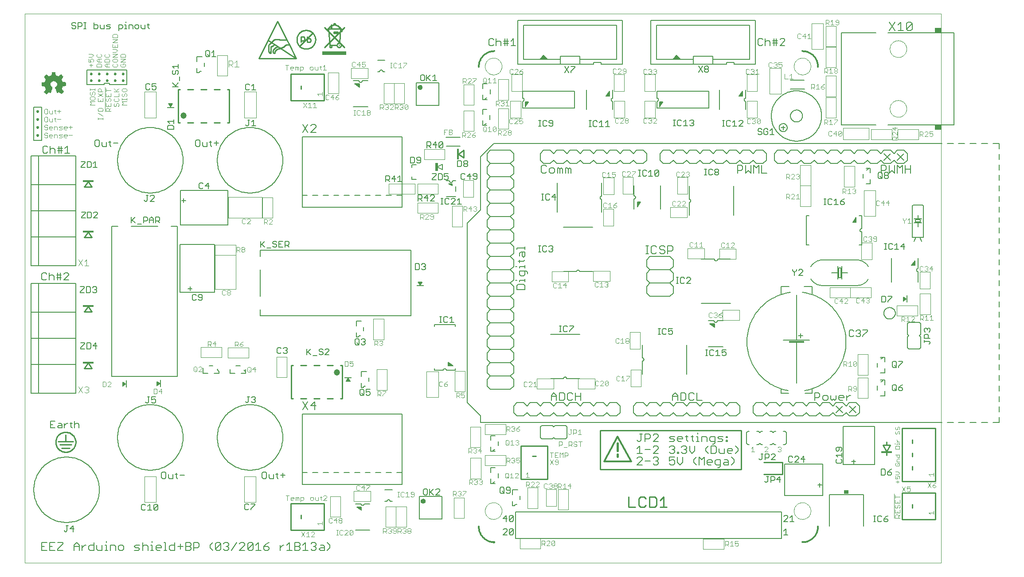
<source format=gto>
G75*
G70*
%OFA0B0*%
%FSLAX24Y24*%
%IPPOS*%
%LPD*%
%AMOC8*
5,1,8,0,0,1.08239X$1,22.5*
%
%ADD10C,0.0060*%
%ADD11C,0.0039*%
%ADD12C,0.0100*%
%ADD13C,0.0070*%
%ADD14C,0.0150*%
%ADD15C,0.0120*%
%ADD16R,0.0149X0.0001*%
%ADD17R,0.0004X0.0001*%
%ADD18R,0.0010X0.0001*%
%ADD19R,0.0017X0.0001*%
%ADD20R,0.0023X0.0001*%
%ADD21R,0.0029X0.0001*%
%ADD22R,0.0034X0.0001*%
%ADD23R,0.0040X0.0001*%
%ADD24R,0.0043X0.0002*%
%ADD25R,0.0047X0.0001*%
%ADD26R,0.0050X0.0001*%
%ADD27R,0.0054X0.0001*%
%ADD28R,0.0059X0.0001*%
%ADD29R,0.0064X0.0001*%
%ADD30R,0.0015X0.0001*%
%ADD31R,0.0067X0.0001*%
%ADD32R,0.0020X0.0001*%
%ADD33R,0.0070X0.0001*%
%ADD34R,0.0024X0.0001*%
%ADD35R,0.0074X0.0001*%
%ADD36R,0.0027X0.0001*%
%ADD37R,0.0076X0.0001*%
%ADD38R,0.0030X0.0001*%
%ADD39R,0.0081X0.0002*%
%ADD40R,0.0036X0.0002*%
%ADD41R,0.0086X0.0001*%
%ADD42R,0.0044X0.0001*%
%ADD43R,0.0091X0.0001*%
%ADD44R,0.0046X0.0001*%
%ADD45R,0.0094X0.0001*%
%ADD46R,0.0096X0.0001*%
%ADD47R,0.0053X0.0001*%
%ADD48R,0.0099X0.0001*%
%ADD49R,0.0056X0.0001*%
%ADD50R,0.0104X0.0001*%
%ADD51R,0.0060X0.0001*%
%ADD52R,0.0108X0.0001*%
%ADD53R,0.0112X0.0001*%
%ADD54R,0.0117X0.0001*%
%ADD55R,0.0072X0.0001*%
%ADD56R,0.0120X0.0002*%
%ADD57R,0.0075X0.0002*%
%ADD58R,0.0123X0.0001*%
%ADD59R,0.0078X0.0001*%
%ADD60R,0.0126X0.0001*%
%ADD61R,0.0081X0.0001*%
%ADD62R,0.0131X0.0001*%
%ADD63R,0.0136X0.0001*%
%ADD64R,0.0090X0.0001*%
%ADD65R,0.0139X0.0001*%
%ADD66R,0.0144X0.0001*%
%ADD67R,0.0147X0.0001*%
%ADD68R,0.0101X0.0001*%
%ADD69R,0.0150X0.0001*%
%ADD70R,0.0102X0.0001*%
%ADD71R,0.0153X0.0001*%
%ADD72R,0.0106X0.0001*%
%ADD73R,0.0158X0.0002*%
%ADD74R,0.0109X0.0002*%
%ADD75R,0.0164X0.0001*%
%ADD76R,0.0115X0.0001*%
%ADD77R,0.0168X0.0001*%
%ADD78R,0.0120X0.0001*%
%ADD79R,0.0171X0.0001*%
%ADD80R,0.0123X0.0001*%
%ADD81R,0.0172X0.0001*%
%ADD82R,0.0125X0.0001*%
%ADD83R,0.0175X0.0001*%
%ADD84R,0.0128X0.0001*%
%ADD85R,0.0180X0.0001*%
%ADD86R,0.0132X0.0001*%
%ADD87R,0.0186X0.0001*%
%ADD88R,0.0191X0.0001*%
%ADD89R,0.0141X0.0001*%
%ADD90R,0.0194X0.0001*%
%ADD91R,0.0145X0.0001*%
%ADD92R,0.0196X0.0002*%
%ADD93R,0.0149X0.0002*%
%ADD94R,0.0199X0.0001*%
%ADD95R,0.0151X0.0001*%
%ADD96R,0.0204X0.0001*%
%ADD97R,0.0153X0.0001*%
%ADD98R,0.0207X0.0001*%
%ADD99R,0.0158X0.0001*%
%ADD100R,0.0211X0.0001*%
%ADD101R,0.0162X0.0001*%
%ADD102R,0.0216X0.0001*%
%ADD103R,0.0166X0.0001*%
%ADD104R,0.0219X0.0001*%
%ADD105R,0.0007X0.0001*%
%ADD106R,0.0169X0.0001*%
%ADD107R,0.0222X0.0001*%
%ADD108R,0.0011X0.0001*%
%ADD109R,0.0224X0.0001*%
%ADD110R,0.0014X0.0001*%
%ADD111R,0.0176X0.0001*%
%ADD112R,0.0228X0.0001*%
%ADD113R,0.0018X0.0001*%
%ADD114R,0.0179X0.0001*%
%ADD115R,0.0234X0.0002*%
%ADD116R,0.0024X0.0002*%
%ADD117R,0.0183X0.0002*%
%ADD118R,0.0239X0.0001*%
%ADD119R,0.0189X0.0001*%
%ADD120R,0.0241X0.0001*%
%ADD121R,0.0033X0.0001*%
%ADD122R,0.0012X0.0001*%
%ADD123R,0.0192X0.0001*%
%ADD124R,0.0243X0.0001*%
%ADD125R,0.0038X0.0001*%
%ADD126R,0.0246X0.0001*%
%ADD127R,0.0041X0.0001*%
%ADD128R,0.0019X0.0001*%
%ADD129R,0.0196X0.0001*%
%ADD130R,0.0250X0.0001*%
%ADD131R,0.0021X0.0001*%
%ADD132R,0.0201X0.0001*%
%ADD133R,0.0254X0.0001*%
%ADD134R,0.0048X0.0001*%
%ADD135R,0.0258X0.0001*%
%ADD136R,0.0054X0.0001*%
%ADD137R,0.0209X0.0001*%
%ADD138R,0.0263X0.0001*%
%ADD139R,0.0213X0.0001*%
%ADD140R,0.0267X0.0001*%
%ADD141R,0.0063X0.0001*%
%ADD142R,0.0270X0.0002*%
%ADD143R,0.0066X0.0002*%
%ADD144R,0.0045X0.0002*%
%ADD145R,0.0219X0.0002*%
%ADD146R,0.0271X0.0001*%
%ADD147R,0.0220X0.0001*%
%ADD148R,0.0274X0.0001*%
%ADD149R,0.0051X0.0001*%
%ADD150R,0.0223X0.0001*%
%ADD151R,0.0278X0.0001*%
%ADD152R,0.0282X0.0001*%
%ADD153R,0.0231X0.0001*%
%ADD154R,0.0288X0.0001*%
%ADD155R,0.0085X0.0001*%
%ADD156R,0.0236X0.0001*%
%ADD157R,0.0289X0.0001*%
%ADD158R,0.0087X0.0001*%
%ADD159R,0.0066X0.0001*%
%ADD160R,0.0292X0.0001*%
%ADD161R,0.0069X0.0001*%
%ADD162R,0.0297X0.0001*%
%ADD163R,0.0300X0.0001*%
%ADD164R,0.0075X0.0001*%
%ADD165R,0.0305X0.0002*%
%ADD166R,0.0101X0.0002*%
%ADD167R,0.0078X0.0002*%
%ADD168R,0.0251X0.0002*%
%ADD169R,0.0309X0.0001*%
%ADD170R,0.0105X0.0001*%
%ADD171R,0.0083X0.0001*%
%ADD172R,0.0255X0.0001*%
%ADD173R,0.0314X0.0001*%
%ADD174R,0.0110X0.0001*%
%ADD175R,0.0087X0.0001*%
%ADD176R,0.0316X0.0001*%
%ADD177R,0.0113X0.0001*%
%ADD178R,0.0262X0.0001*%
%ADD179R,0.0319X0.0001*%
%ADD180R,0.0114X0.0001*%
%ADD181R,0.0093X0.0001*%
%ADD182R,0.0266X0.0001*%
%ADD183R,0.0321X0.0001*%
%ADD184R,0.0096X0.0001*%
%ADD185R,0.0324X0.0001*%
%ADD186R,0.0270X0.0001*%
%ADD187R,0.0329X0.0001*%
%ADD188R,0.0124X0.0001*%
%ADD189R,0.0275X0.0001*%
%ADD190R,0.0333X0.0001*%
%ADD191R,0.0279X0.0001*%
%ADD192R,0.0336X0.0001*%
%ADD193R,0.0111X0.0001*%
%ADD194R,0.0284X0.0001*%
%ADD195R,0.0339X0.0002*%
%ADD196R,0.0134X0.0002*%
%ADD197R,0.0114X0.0002*%
%ADD198R,0.0286X0.0002*%
%ADD199R,0.0342X0.0001*%
%ADD200R,0.0116X0.0001*%
%ADD201R,0.0491X0.0001*%
%ADD202R,0.0492X0.0001*%
%ADD203R,0.0294X0.0001*%
%ADD204R,0.0495X0.0001*%
%ADD205R,0.0299X0.0001*%
%ADD206R,0.0496X0.0001*%
%ADD207R,0.0127X0.0001*%
%ADD208R,0.0301X0.0001*%
%ADD209R,0.0498X0.0001*%
%ADD210R,0.0304X0.0001*%
%ADD211R,0.0501X0.0001*%
%ADD212R,0.0134X0.0001*%
%ADD213R,0.0308X0.0001*%
%ADD214R,0.0135X0.0001*%
%ADD215R,0.0311X0.0001*%
%ADD216R,0.0504X0.0001*%
%ADD217R,0.0138X0.0001*%
%ADD218R,0.0504X0.0002*%
%ADD219R,0.0141X0.0002*%
%ADD220R,0.0318X0.0002*%
%ADD221R,0.0507X0.0001*%
%ADD222R,0.0323X0.0001*%
%ADD223R,0.0326X0.0001*%
%ADD224R,0.0508X0.0001*%
%ADD225R,0.0152X0.0001*%
%ADD226R,0.0330X0.0001*%
%ADD227R,0.0510X0.0001*%
%ADD228R,0.0494X0.0001*%
%ADD229R,0.0512X0.0001*%
%ADD230R,0.0500X0.0001*%
%ADD231R,0.0513X0.0001*%
%ADD232R,0.0501X0.0001*%
%ADD233R,0.0513X0.0002*%
%ADD234R,0.0501X0.0002*%
%ADD235R,0.0503X0.0001*%
%ADD236R,0.0504X0.0001*%
%ADD237R,0.0506X0.0001*%
%ADD238R,0.0513X0.0001*%
%ADD239R,0.0509X0.0001*%
%ADD240R,0.0511X0.0001*%
%ADD241R,0.0514X0.0001*%
%ADD242R,0.0516X0.0001*%
%ADD243R,0.0513X0.0002*%
%ADD244R,0.0519X0.0002*%
%ADD245R,0.0519X0.0001*%
%ADD246R,0.0520X0.0001*%
%ADD247R,0.0522X0.0001*%
%ADD248R,0.0507X0.0001*%
%ADD249R,0.0509X0.0002*%
%ADD250R,0.0520X0.0002*%
%ADD251R,0.0522X0.0001*%
%ADD252R,0.0505X0.0001*%
%ADD253R,0.0502X0.0001*%
%ADD254R,0.0521X0.0001*%
%ADD255R,0.0503X0.0002*%
%ADD256R,0.0519X0.0002*%
%ADD257R,0.0519X0.0001*%
%ADD258R,0.0499X0.0001*%
%ADD259R,0.0517X0.0001*%
%ADD260R,0.0495X0.0002*%
%ADD261R,0.0514X0.0002*%
%ADD262R,0.0515X0.0001*%
%ADD263R,0.0492X0.0001*%
%ADD264R,0.0490X0.0001*%
%ADD265R,0.0490X0.0002*%
%ADD266R,0.0511X0.0002*%
%ADD267R,0.0489X0.0001*%
%ADD268R,0.0489X0.0001*%
%ADD269R,0.0488X0.0001*%
%ADD270R,0.0485X0.0001*%
%ADD271R,0.0483X0.0001*%
%ADD272R,0.0483X0.0002*%
%ADD273R,0.0507X0.0002*%
%ADD274R,0.0483X0.0001*%
%ADD275R,0.0481X0.0001*%
%ADD276R,0.0480X0.0001*%
%ADD277R,0.0480X0.0002*%
%ADD278R,0.0501X0.0002*%
%ADD279R,0.0479X0.0001*%
%ADD280R,0.0477X0.0001*%
%ADD281R,0.0477X0.0001*%
%ADD282R,0.0475X0.0001*%
%ADD283R,0.0474X0.0001*%
%ADD284R,0.0472X0.0001*%
%ADD285R,0.0472X0.0002*%
%ADD286R,0.0498X0.0002*%
%ADD287R,0.0471X0.0001*%
%ADD288R,0.0473X0.0001*%
%ADD289R,0.0471X0.0001*%
%ADD290R,0.0470X0.0001*%
%ADD291R,0.0468X0.0001*%
%ADD292R,0.0469X0.0001*%
%ADD293R,0.0468X0.0002*%
%ADD294R,0.0491X0.0002*%
%ADD295R,0.0466X0.0001*%
%ADD296R,0.0465X0.0001*%
%ADD297R,0.0464X0.0001*%
%ADD298R,0.0462X0.0001*%
%ADD299R,0.0462X0.0002*%
%ADD300R,0.0489X0.0002*%
%ADD301R,0.0461X0.0001*%
%ADD302R,0.0460X0.0001*%
%ADD303R,0.0459X0.0001*%
%ADD304R,0.0484X0.0001*%
%ADD305R,0.0457X0.0001*%
%ADD306R,0.0459X0.0001*%
%ADD307R,0.0458X0.0002*%
%ADD308R,0.0484X0.0002*%
%ADD309R,0.0456X0.0001*%
%ADD310R,0.0455X0.0001*%
%ADD311R,0.0453X0.0001*%
%ADD312R,0.0451X0.0001*%
%ADD313R,0.0453X0.0001*%
%ADD314R,0.0450X0.0001*%
%ADD315R,0.0451X0.0002*%
%ADD316R,0.0478X0.0001*%
%ADD317R,0.0449X0.0001*%
%ADD318R,0.0476X0.0001*%
%ADD319R,0.0447X0.0001*%
%ADD320R,0.0474X0.0001*%
%ADD321R,0.0449X0.0002*%
%ADD322R,0.0476X0.0002*%
%ADD323R,0.0454X0.0001*%
%ADD324R,0.0469X0.0002*%
%ADD325R,0.0468X0.0001*%
%ADD326R,0.0467X0.0001*%
%ADD327R,0.0473X0.0002*%
%ADD328R,0.0468X0.0002*%
%ADD329R,0.0486X0.0002*%
%ADD330R,0.0474X0.0002*%
%ADD331R,0.0487X0.0001*%
%ADD332R,0.0497X0.0001*%
%ADD333R,0.0486X0.0001*%
%ADD334R,0.0500X0.0002*%
%ADD335R,0.0487X0.0002*%
%ADD336R,0.0498X0.0001*%
%ADD337R,0.0524X0.0002*%
%ADD338R,0.0524X0.0001*%
%ADD339R,0.0525X0.0001*%
%ADD340R,0.0528X0.0001*%
%ADD341R,0.0529X0.0001*%
%ADD342R,0.0533X0.0001*%
%ADD343R,0.0534X0.0001*%
%ADD344R,0.0523X0.0001*%
%ADD345R,0.0536X0.0001*%
%ADD346R,0.0537X0.0002*%
%ADD347R,0.0527X0.0002*%
%ADD348R,0.0537X0.0001*%
%ADD349R,0.0528X0.0001*%
%ADD350R,0.0539X0.0001*%
%ADD351R,0.0530X0.0001*%
%ADD352R,0.0540X0.0001*%
%ADD353R,0.0541X0.0001*%
%ADD354R,0.0531X0.0001*%
%ADD355R,0.0543X0.0001*%
%ADD356R,0.0544X0.0001*%
%ADD357R,0.0546X0.0002*%
%ADD358R,0.0536X0.0002*%
%ADD359R,0.0547X0.0001*%
%ADD360R,0.0551X0.0001*%
%ADD361R,0.0552X0.0001*%
%ADD362R,0.0554X0.0001*%
%ADD363R,0.0555X0.0001*%
%ADD364R,0.0555X0.0002*%
%ADD365R,0.0547X0.0002*%
%ADD366R,0.0549X0.0001*%
%ADD367R,0.0548X0.0001*%
%ADD368R,0.0538X0.0001*%
%ADD369R,0.0537X0.0001*%
%ADD370R,0.0533X0.0002*%
%ADD371R,0.0531X0.0001*%
%ADD372R,0.0526X0.0001*%
%ADD373R,0.0518X0.0001*%
%ADD374R,0.0498X0.0002*%
%ADD375R,0.0496X0.0002*%
%ADD376R,0.0486X0.0001*%
%ADD377R,0.0485X0.0002*%
%ADD378R,0.0482X0.0001*%
%ADD379R,0.0477X0.0002*%
%ADD380R,0.0530X0.0002*%
%ADD381R,0.0464X0.0002*%
%ADD382R,0.0561X0.0001*%
%ADD383R,0.0570X0.0001*%
%ADD384R,0.0576X0.0001*%
%ADD385R,0.0581X0.0001*%
%ADD386R,0.0585X0.0001*%
%ADD387R,0.0589X0.0001*%
%ADD388R,0.0600X0.0002*%
%ADD389R,0.0614X0.0001*%
%ADD390R,0.0623X0.0001*%
%ADD391R,0.0630X0.0001*%
%ADD392R,0.0633X0.0001*%
%ADD393R,0.0638X0.0001*%
%ADD394R,0.0645X0.0001*%
%ADD395R,0.0657X0.0001*%
%ADD396R,0.0556X0.0001*%
%ADD397R,0.0669X0.0001*%
%ADD398R,0.0674X0.0001*%
%ADD399R,0.0579X0.0001*%
%ADD400R,0.0676X0.0002*%
%ADD401R,0.0585X0.0002*%
%ADD402R,0.0678X0.0001*%
%ADD403R,0.0590X0.0001*%
%ADD404R,0.0679X0.0001*%
%ADD405R,0.0596X0.0001*%
%ADD406R,0.0681X0.0001*%
%ADD407R,0.0606X0.0001*%
%ADD408R,0.0620X0.0001*%
%ADD409R,0.0682X0.0001*%
%ADD410R,0.0633X0.0001*%
%ADD411R,0.0684X0.0001*%
%ADD412R,0.0639X0.0001*%
%ADD413R,0.0649X0.0001*%
%ADD414R,0.0684X0.0001*%
%ADD415R,0.0655X0.0001*%
%ADD416R,0.0683X0.0002*%
%ADD417R,0.0664X0.0002*%
%ADD418R,0.0683X0.0001*%
%ADD419R,0.0670X0.0001*%
%ADD420R,0.0671X0.0001*%
%ADD421R,0.0681X0.0001*%
%ADD422R,0.0672X0.0001*%
%ADD423R,0.0680X0.0001*%
%ADD424R,0.0675X0.0001*%
%ADD425R,0.0676X0.0001*%
%ADD426R,0.0680X0.0002*%
%ADD427R,0.0678X0.0002*%
%ADD428R,0.0678X0.0001*%
%ADD429R,0.0675X0.0002*%
%ADD430R,0.0672X0.0002*%
%ADD431R,0.0672X0.0001*%
%ADD432R,0.0671X0.0002*%
%ADD433R,0.0670X0.0002*%
%ADD434R,0.0669X0.0001*%
%ADD435R,0.0667X0.0001*%
%ADD436R,0.0669X0.0002*%
%ADD437R,0.0667X0.0002*%
%ADD438R,0.0668X0.0001*%
%ADD439R,0.0666X0.0001*%
%ADD440R,0.0668X0.0002*%
%ADD441R,0.0666X0.0002*%
%ADD442R,0.0666X0.0001*%
%ADD443R,0.0664X0.0001*%
%ADD444R,0.0663X0.0001*%
%ADD445R,0.0666X0.0002*%
%ADD446R,0.0663X0.0002*%
%ADD447R,0.0665X0.0001*%
%ADD448R,0.0674X0.0002*%
%ADD449R,0.0677X0.0001*%
%ADD450R,0.0678X0.0002*%
%ADD451R,0.0682X0.0002*%
%ADD452R,0.0686X0.0001*%
%ADD453R,0.0686X0.0002*%
%ADD454R,0.0687X0.0001*%
%ADD455R,0.0689X0.0001*%
%ADD456R,0.0653X0.0001*%
%ADD457R,0.0641X0.0001*%
%ADD458R,0.0626X0.0001*%
%ADD459R,0.0616X0.0001*%
%ADD460R,0.0687X0.0001*%
%ADD461R,0.0612X0.0001*%
%ADD462R,0.0688X0.0001*%
%ADD463R,0.0606X0.0001*%
%ADD464R,0.0601X0.0001*%
%ADD465R,0.0591X0.0002*%
%ADD466R,0.0567X0.0001*%
%ADD467R,0.0560X0.0001*%
%ADD468R,0.0659X0.0001*%
%ADD469R,0.0516X0.0001*%
%ADD470R,0.0639X0.0001*%
%ADD471R,0.0502X0.0002*%
%ADD472R,0.0633X0.0002*%
%ADD473R,0.0608X0.0001*%
%ADD474R,0.0582X0.0001*%
%ADD475R,0.0577X0.0001*%
%ADD476R,0.0569X0.0002*%
%ADD477R,0.0546X0.0001*%
%ADD478R,0.0486X0.0002*%
%ADD479R,0.0493X0.0001*%
%ADD480R,0.0516X0.0002*%
%ADD481R,0.0532X0.0001*%
%ADD482R,0.0534X0.0002*%
%ADD483R,0.0535X0.0002*%
%ADD484R,0.0543X0.0001*%
%ADD485R,0.0553X0.0001*%
%ADD486R,0.0559X0.0001*%
%ADD487R,0.0564X0.0001*%
%ADD488R,0.0564X0.0001*%
%ADD489R,0.0567X0.0001*%
%ADD490R,0.0569X0.0001*%
%ADD491R,0.0570X0.0002*%
%ADD492R,0.0571X0.0002*%
%ADD493R,0.0571X0.0001*%
%ADD494R,0.0573X0.0001*%
%ADD495R,0.0574X0.0001*%
%ADD496R,0.0576X0.0001*%
%ADD497R,0.0600X0.0001*%
%ADD498R,0.0611X0.0001*%
%ADD499R,0.0618X0.0001*%
%ADD500R,0.0621X0.0001*%
%ADD501R,0.1269X0.0001*%
%ADD502R,0.1267X0.0001*%
%ADD503R,0.1266X0.0001*%
%ADD504R,0.1266X0.0002*%
%ADD505R,0.1264X0.0001*%
%ADD506R,0.1261X0.0001*%
%ADD507R,0.1260X0.0001*%
%ADD508R,0.1259X0.0001*%
%ADD509R,0.1256X0.0001*%
%ADD510R,0.1254X0.0001*%
%ADD511R,0.1253X0.0001*%
%ADD512R,0.1251X0.0001*%
%ADD513R,0.1251X0.0002*%
%ADD514R,0.1248X0.0001*%
%ADD515R,0.1245X0.0001*%
%ADD516R,0.1244X0.0001*%
%ADD517R,0.1242X0.0001*%
%ADD518R,0.1239X0.0001*%
%ADD519R,0.1237X0.0001*%
%ADD520R,0.1236X0.0002*%
%ADD521R,0.1233X0.0001*%
%ADD522R,0.1230X0.0001*%
%ADD523R,0.1229X0.0001*%
%ADD524R,0.1227X0.0001*%
%ADD525R,0.1226X0.0001*%
%ADD526R,0.1224X0.0001*%
%ADD527R,0.1223X0.0002*%
%ADD528R,0.1219X0.0001*%
%ADD529R,0.1216X0.0001*%
%ADD530R,0.1215X0.0001*%
%ADD531R,0.1214X0.0001*%
%ADD532R,0.1212X0.0001*%
%ADD533R,0.1209X0.0001*%
%ADD534R,0.1207X0.0002*%
%ADD535R,0.1206X0.0001*%
%ADD536R,0.1204X0.0001*%
%ADD537R,0.1201X0.0001*%
%ADD538R,0.1200X0.0001*%
%ADD539R,0.1199X0.0001*%
%ADD540R,0.1196X0.0001*%
%ADD541R,0.1194X0.0001*%
%ADD542R,0.1193X0.0001*%
%ADD543R,0.1191X0.0001*%
%ADD544R,0.1191X0.0002*%
%ADD545R,0.1188X0.0001*%
%ADD546R,0.1185X0.0001*%
%ADD547R,0.1184X0.0001*%
%ADD548R,0.1181X0.0001*%
%ADD549R,0.1177X0.0001*%
%ADD550R,0.1176X0.0001*%
%ADD551R,0.1174X0.0001*%
%ADD552R,0.1173X0.0001*%
%ADD553R,0.1170X0.0002*%
%ADD554R,0.1170X0.0001*%
%ADD555R,0.1169X0.0001*%
%ADD556R,0.1166X0.0001*%
%ADD557R,0.1164X0.0001*%
%ADD558R,0.1163X0.0001*%
%ADD559R,0.1163X0.0002*%
%ADD560R,0.1167X0.0001*%
%ADD561R,0.1171X0.0001*%
%ADD562R,0.1179X0.0001*%
%ADD563R,0.1182X0.0001*%
%ADD564R,0.1182X0.0002*%
%ADD565R,0.1188X0.0001*%
%ADD566R,0.1190X0.0001*%
%ADD567R,0.1197X0.0001*%
%ADD568R,0.1204X0.0002*%
%ADD569R,0.1207X0.0001*%
%ADD570R,0.1210X0.0001*%
%ADD571R,0.1213X0.0001*%
%ADD572R,0.1217X0.0001*%
%ADD573R,0.1218X0.0001*%
%ADD574R,0.1220X0.0001*%
%ADD575R,0.1221X0.0001*%
%ADD576R,0.1223X0.0001*%
%ADD577R,0.1226X0.0002*%
%ADD578R,0.1236X0.0001*%
%ADD579R,0.1239X0.0001*%
%ADD580R,0.1240X0.0001*%
%ADD581R,0.1243X0.0001*%
%ADD582R,0.1248X0.0002*%
%ADD583R,0.1248X0.0001*%
%ADD584R,0.1251X0.0001*%
%ADD585R,0.1257X0.0001*%
%ADD586R,0.1263X0.0001*%
%ADD587R,0.1267X0.0002*%
%ADD588R,0.1270X0.0001*%
%ADD589R,0.1274X0.0001*%
%ADD590R,0.1275X0.0001*%
%ADD591R,0.1278X0.0001*%
%ADD592R,0.1280X0.0001*%
%ADD593R,0.1281X0.0001*%
%ADD594R,0.1284X0.0001*%
%ADD595R,0.1286X0.0001*%
%ADD596R,0.1289X0.0001*%
%ADD597R,0.1290X0.0002*%
%ADD598R,0.1291X0.0001*%
%ADD599R,0.1294X0.0001*%
%ADD600R,0.1296X0.0001*%
%ADD601R,0.1299X0.0001*%
%ADD602R,0.1300X0.0001*%
%ADD603R,0.1302X0.0001*%
%ADD604R,0.1304X0.0001*%
%ADD605R,0.1306X0.0001*%
%ADD606R,0.1308X0.0001*%
%ADD607R,0.1311X0.0002*%
%ADD608R,0.1313X0.0001*%
%ADD609R,0.1316X0.0001*%
%ADD610R,0.1317X0.0001*%
%ADD611R,0.1320X0.0001*%
%ADD612R,0.1323X0.0001*%
%ADD613R,0.1326X0.0001*%
%ADD614R,0.1329X0.0001*%
%ADD615R,0.1332X0.0002*%
%ADD616R,0.1335X0.0001*%
%ADD617R,0.1336X0.0001*%
%ADD618R,0.1340X0.0001*%
%ADD619R,0.1343X0.0001*%
%ADD620R,0.1346X0.0001*%
%ADD621R,0.1347X0.0001*%
%ADD622R,0.1350X0.0001*%
%ADD623R,0.1353X0.0002*%
%ADD624R,0.1356X0.0001*%
%ADD625R,0.1357X0.0001*%
%ADD626R,0.1360X0.0001*%
%ADD627R,0.1364X0.0001*%
%ADD628R,0.1365X0.0001*%
%ADD629R,0.1368X0.0001*%
%ADD630R,0.1369X0.0001*%
%ADD631R,0.1373X0.0001*%
%ADD632R,0.1374X0.0002*%
%ADD633R,0.1377X0.0001*%
%ADD634R,0.1379X0.0001*%
%ADD635R,0.1380X0.0001*%
%ADD636R,0.1383X0.0001*%
%ADD637R,0.1386X0.0001*%
%ADD638R,0.1387X0.0001*%
%ADD639R,0.1391X0.0001*%
%ADD640R,0.1394X0.0001*%
%ADD641R,0.1395X0.0002*%
%ADD642R,0.1398X0.0001*%
%ADD643R,0.1401X0.0001*%
%ADD644R,0.1403X0.0001*%
%ADD645R,0.1406X0.0001*%
%ADD646R,0.1407X0.0001*%
%ADD647R,0.1409X0.0001*%
%ADD648R,0.1411X0.0001*%
%ADD649R,0.1414X0.0001*%
%ADD650R,0.1416X0.0002*%
%ADD651R,0.1419X0.0001*%
%ADD652R,0.1421X0.0001*%
%ADD653R,0.1422X0.0001*%
%ADD654R,0.1424X0.0001*%
%ADD655R,0.1426X0.0001*%
%ADD656R,0.1428X0.0001*%
%ADD657R,0.1429X0.0002*%
%ADD658R,0.1429X0.0001*%
%ADD659R,0.1425X0.0001*%
%ADD660R,0.1421X0.0002*%
%ADD661R,0.1418X0.0001*%
%ADD662R,0.1416X0.0001*%
%ADD663R,0.1413X0.0001*%
%ADD664R,0.1410X0.0001*%
%ADD665R,0.1404X0.0001*%
%ADD666R,0.1401X0.0001*%
%ADD667R,0.0346X0.0001*%
%ADD668R,0.1044X0.0001*%
%ADD669R,0.0342X0.0002*%
%ADD670R,0.1040X0.0002*%
%ADD671R,0.0337X0.0001*%
%ADD672R,0.1034X0.0001*%
%ADD673R,0.0357X0.0001*%
%ADD674R,0.0660X0.0001*%
%ADD675R,0.0353X0.0001*%
%ADD676R,0.0327X0.0001*%
%ADD677R,0.0349X0.0001*%
%ADD678R,0.0321X0.0001*%
%ADD679R,0.0648X0.0001*%
%ADD680R,0.0344X0.0001*%
%ADD681R,0.0317X0.0001*%
%ADD682R,0.0339X0.0001*%
%ADD683R,0.0312X0.0001*%
%ADD684R,0.0631X0.0001*%
%ADD685R,0.0334X0.0001*%
%ADD686R,0.0309X0.0001*%
%ADD687R,0.0307X0.0002*%
%ADD688R,0.0623X0.0002*%
%ADD689R,0.0327X0.0002*%
%ADD690R,0.0618X0.0001*%
%ADD691R,0.0297X0.0001*%
%ADD692R,0.0607X0.0001*%
%ADD693R,0.0320X0.0001*%
%ADD694R,0.0293X0.0001*%
%ADD695R,0.0599X0.0001*%
%ADD696R,0.0313X0.0001*%
%ADD697R,0.0285X0.0001*%
%ADD698R,0.0584X0.0001*%
%ADD699R,0.0303X0.0001*%
%ADD700R,0.0281X0.0001*%
%ADD701R,0.0273X0.0002*%
%ADD702R,0.0563X0.0002*%
%ADD703R,0.0293X0.0002*%
%ADD704R,0.0264X0.0001*%
%ADD705R,0.0259X0.0001*%
%ADD706R,0.0256X0.0001*%
%ADD707R,0.0276X0.0001*%
%ADD708R,0.0252X0.0001*%
%ADD709R,0.0273X0.0001*%
%ADD710R,0.0248X0.0001*%
%ADD711R,0.0269X0.0001*%
%ADD712R,0.0245X0.0001*%
%ADD713R,0.0240X0.0001*%
%ADD714R,0.0237X0.0002*%
%ADD715R,0.0256X0.0002*%
%ADD716R,0.0234X0.0001*%
%ADD717R,0.0232X0.0001*%
%ADD718R,0.0251X0.0001*%
%ADD719R,0.0228X0.0001*%
%ADD720R,0.0246X0.0001*%
%ADD721R,0.0456X0.0001*%
%ADD722R,0.0219X0.0001*%
%ADD723R,0.0444X0.0001*%
%ADD724R,0.0237X0.0001*%
%ADD725R,0.0214X0.0001*%
%ADD726R,0.0436X0.0001*%
%ADD727R,0.0432X0.0001*%
%ADD728R,0.0231X0.0001*%
%ADD729R,0.0210X0.0001*%
%ADD730R,0.0426X0.0001*%
%ADD731R,0.0420X0.0001*%
%ADD732R,0.0226X0.0001*%
%ADD733R,0.0204X0.0002*%
%ADD734R,0.0409X0.0002*%
%ADD735R,0.0222X0.0002*%
%ADD736R,0.0391X0.0001*%
%ADD737R,0.0217X0.0001*%
%ADD738R,0.0376X0.0001*%
%ADD739R,0.0368X0.0001*%
%ADD740R,0.0189X0.0001*%
%ADD741R,0.0361X0.0001*%
%ADD742R,0.0206X0.0001*%
%ADD743R,0.0186X0.0001*%
%ADD744R,0.0356X0.0001*%
%ADD745R,0.0181X0.0001*%
%ADD746R,0.0345X0.0001*%
%ADD747R,0.0173X0.0001*%
%ADD748R,0.0331X0.0001*%
%ADD749R,0.0190X0.0001*%
%ADD750R,0.0168X0.0001*%
%ADD751R,0.0165X0.0002*%
%ADD752R,0.0162X0.0001*%
%ADD753R,0.0159X0.0001*%
%ADD754R,0.0177X0.0001*%
%ADD755R,0.0156X0.0001*%
%ADD756R,0.0324X0.0001*%
%ADD757R,0.0174X0.0001*%
%ADD758R,0.0167X0.0001*%
%ADD759R,0.0146X0.0001*%
%ADD760R,0.0163X0.0001*%
%ADD761R,0.0141X0.0001*%
%ADD762R,0.0140X0.0001*%
%ADD763R,0.0137X0.0001*%
%ADD764R,0.0133X0.0001*%
%ADD765R,0.0129X0.0002*%
%ADD766R,0.0321X0.0002*%
%ADD767R,0.0146X0.0002*%
%ADD768R,0.0119X0.0001*%
%ADD769R,0.0129X0.0001*%
%ADD770R,0.0111X0.0001*%
%ADD771R,0.0126X0.0001*%
%ADD772R,0.0318X0.0001*%
%ADD773R,0.0097X0.0001*%
%ADD774R,0.0315X0.0001*%
%ADD775R,0.0089X0.0002*%
%ADD776R,0.0315X0.0002*%
%ADD777R,0.0105X0.0002*%
%ADD778R,0.0079X0.0001*%
%ADD779R,0.0089X0.0001*%
%ADD780R,0.0069X0.0001*%
%ADD781R,0.0084X0.0001*%
%ADD782R,0.0057X0.0001*%
%ADD783R,0.0052X0.0002*%
%ADD784R,0.0311X0.0002*%
%ADD785R,0.0066X0.0002*%
%ADD786R,0.0061X0.0001*%
%ADD787R,0.0042X0.0001*%
%ADD788R,0.0055X0.0001*%
%ADD789R,0.0039X0.0001*%
%ADD790R,0.0052X0.0001*%
%ADD791R,0.0036X0.0001*%
%ADD792R,0.0049X0.0001*%
%ADD793R,0.0307X0.0001*%
%ADD794R,0.0045X0.0001*%
%ADD795R,0.0022X0.0001*%
%ADD796R,0.0035X0.0001*%
%ADD797R,0.0025X0.0002*%
%ADD798R,0.0306X0.0001*%
%ADD799R,0.0018X0.0001*%
%ADD800R,0.0008X0.0001*%
%ADD801R,0.0300X0.0002*%
%ADD802R,0.0296X0.0001*%
%ADD803R,0.0294X0.0002*%
%ADD804R,0.0294X0.0001*%
%ADD805R,0.0291X0.0001*%
%ADD806R,0.0291X0.0002*%
%ADD807R,0.0286X0.0001*%
%ADD808R,0.0281X0.0002*%
%ADD809R,0.0277X0.0001*%
%ADD810R,0.0276X0.0001*%
%ADD811R,0.0266X0.0002*%
%ADD812R,0.0264X0.0001*%
%ADD813R,0.0261X0.0001*%
%ADD814R,0.0259X0.0002*%
%ADD815R,0.0254X0.0002*%
%ADD816R,0.0248X0.0002*%
%ADD817R,0.0218X0.0002*%
%ADD818R,0.0157X0.0001*%
%ADD819C,0.0040*%
%ADD820C,0.0030*%
%ADD821C,0.0050*%
%ADD822C,0.0090*%
%ADD823C,0.0472*%
%ADD824R,0.0551X0.0079*%
%ADD825R,0.0079X0.0551*%
%ADD826C,0.0020*%
%ADD827R,0.0827X0.0118*%
%ADD828C,0.0000*%
%ADD829C,0.0080*%
%ADD830R,0.0340X0.0300*%
%ADD831R,0.1800X0.0300*%
%ADD832R,0.1181X0.0118*%
%ADD833R,0.0240X0.0620*%
%ADD834R,0.0118X0.0827*%
%ADD835C,0.0004*%
%ADD836R,0.0450X0.0364*%
D10*
X022666Y012175D02*
X022749Y012091D01*
X022916Y012091D01*
X023000Y012175D01*
X023000Y012508D01*
X022916Y012592D01*
X022749Y012592D01*
X022666Y012508D01*
X022666Y012175D01*
X023182Y012175D02*
X023265Y012091D01*
X023515Y012091D01*
X023515Y012425D01*
X023697Y012425D02*
X023864Y012425D01*
X023781Y012508D02*
X023781Y012175D01*
X023864Y012091D01*
X024041Y012341D02*
X024375Y012341D01*
X023182Y012425D02*
X023182Y012175D01*
X030229Y012175D02*
X030312Y012091D01*
X030479Y012091D01*
X030562Y012175D01*
X030562Y012508D01*
X030479Y012592D01*
X030312Y012592D01*
X030229Y012508D01*
X030229Y012175D01*
X030744Y012175D02*
X030828Y012091D01*
X031078Y012091D01*
X031078Y012425D01*
X031260Y012425D02*
X031427Y012425D01*
X031343Y012508D02*
X031343Y012175D01*
X031427Y012091D01*
X031604Y012341D02*
X031937Y012341D01*
X031771Y012175D02*
X031771Y012508D01*
X030744Y012425D02*
X030744Y012175D01*
X037244Y010191D02*
X037664Y010191D01*
X037666Y010170D01*
X037671Y010150D01*
X037680Y010131D01*
X037692Y010114D01*
X037707Y010099D01*
X037724Y010087D01*
X037743Y010078D01*
X037763Y010073D01*
X037784Y010071D01*
X037805Y010073D01*
X037825Y010078D01*
X037844Y010087D01*
X037861Y010099D01*
X037876Y010114D01*
X037888Y010131D01*
X037897Y010150D01*
X037902Y010170D01*
X037904Y010191D01*
X038324Y010191D01*
X037904Y010191D02*
X037902Y010170D01*
X037897Y010150D01*
X037888Y010131D01*
X037876Y010114D01*
X037861Y010099D01*
X037844Y010087D01*
X037825Y010078D01*
X037805Y010073D01*
X037784Y010071D01*
X037763Y010073D01*
X037743Y010078D01*
X037724Y010087D01*
X037707Y010099D01*
X037692Y010114D01*
X037680Y010131D01*
X037671Y010150D01*
X037666Y010170D01*
X037664Y010191D01*
X037684Y009961D02*
X037684Y009711D01*
X037334Y009961D01*
X037684Y009961D01*
X037684Y009948D02*
X037352Y009948D01*
X037434Y009889D02*
X037684Y009889D01*
X037684Y009831D02*
X037516Y009831D01*
X037598Y009772D02*
X037684Y009772D01*
X037680Y009714D02*
X037684Y009714D01*
X037244Y008231D02*
X038324Y008231D01*
X047429Y011721D02*
X047589Y011721D01*
X047749Y011721D01*
X047719Y011841D02*
X047699Y011841D01*
X047680Y011837D01*
X047661Y011831D01*
X047643Y011821D01*
X047628Y011809D01*
X047614Y011795D01*
X047603Y011778D01*
X047595Y011760D01*
X047591Y011740D01*
X047589Y011721D01*
X047429Y011721D02*
X047429Y012071D01*
X047429Y012551D02*
X047429Y012901D01*
X047749Y012901D01*
X047989Y012471D02*
X047989Y012151D01*
X049054Y011236D02*
X049054Y010876D01*
X049054Y011236D02*
X049444Y011236D01*
X049614Y010766D02*
X049614Y010506D01*
X049375Y010146D02*
X049355Y010152D01*
X049334Y010154D01*
X049313Y010152D01*
X049293Y010147D01*
X049274Y010139D01*
X049257Y010127D01*
X049243Y010112D01*
X049230Y010095D01*
X049222Y010077D01*
X049216Y010057D01*
X049214Y010036D01*
X049054Y010036D01*
X049054Y010396D01*
X049284Y009586D02*
X069284Y009586D01*
X069284Y007586D01*
X049284Y007586D01*
X049284Y009586D01*
X047749Y014146D02*
X047589Y014146D01*
X047429Y014146D01*
X047429Y014496D01*
X047719Y014266D02*
X047699Y014266D01*
X047680Y014262D01*
X047661Y014256D01*
X047643Y014246D01*
X047628Y014234D01*
X047614Y014220D01*
X047603Y014203D01*
X047595Y014185D01*
X047591Y014165D01*
X047589Y014146D01*
X047989Y014576D02*
X047989Y014896D01*
X047749Y015326D02*
X047429Y015326D01*
X047429Y014976D01*
X051134Y015186D02*
X051134Y015986D01*
X051234Y016086D01*
X052034Y016086D01*
X052134Y015986D01*
X052234Y016086D01*
X053034Y016086D01*
X053134Y015986D01*
X053134Y015186D01*
X053034Y015086D01*
X052234Y015086D01*
X052134Y015186D01*
X052034Y015086D01*
X051234Y015086D01*
X051134Y015186D01*
X048884Y018811D02*
X049134Y019061D01*
X049134Y019561D01*
X048884Y019811D01*
X049134Y020061D01*
X049134Y020561D01*
X048884Y020811D01*
X049134Y021061D01*
X049134Y021561D01*
X048884Y021811D01*
X049134Y022061D01*
X049134Y022561D01*
X048884Y022811D01*
X049134Y023061D01*
X049134Y023561D01*
X048884Y023811D01*
X049134Y024061D01*
X049134Y024561D01*
X048884Y024811D01*
X049134Y025061D01*
X049134Y025561D01*
X048884Y025811D01*
X049134Y026061D01*
X049134Y026561D01*
X048884Y026811D01*
X049134Y027061D01*
X049134Y027561D01*
X048884Y027811D01*
X049134Y028061D01*
X049134Y028561D01*
X048884Y028811D01*
X049134Y029061D01*
X049134Y029561D01*
X048884Y029811D01*
X049134Y030061D01*
X049134Y030561D01*
X048884Y030811D01*
X049134Y031061D01*
X049134Y031561D01*
X048884Y031811D01*
X049134Y032061D01*
X049134Y032561D01*
X048884Y032811D01*
X049134Y033061D01*
X049134Y033561D01*
X048884Y033811D01*
X049134Y034061D01*
X049134Y034561D01*
X048884Y034811D01*
X049134Y035061D01*
X049134Y035561D01*
X048884Y035811D01*
X049134Y036061D01*
X049134Y036561D01*
X048884Y036811D01*
X047384Y036811D02*
X047134Y036561D01*
X047134Y036061D01*
X047384Y035811D01*
X047134Y035561D01*
X047134Y035061D01*
X047384Y034811D01*
X047134Y034561D01*
X047134Y034061D01*
X047384Y033811D01*
X047134Y033561D01*
X047134Y033061D01*
X047384Y032811D01*
X047134Y032561D01*
X047134Y032061D01*
X047384Y031811D01*
X047134Y031561D01*
X047134Y031061D01*
X047384Y030811D01*
X047134Y030561D01*
X047134Y030061D01*
X047384Y029811D01*
X047134Y029561D01*
X047134Y029061D01*
X047384Y028811D01*
X047134Y028561D01*
X047134Y028061D01*
X047384Y027811D01*
X047134Y027561D01*
X047134Y027061D01*
X047384Y026811D01*
X047134Y026561D01*
X047134Y026061D01*
X047384Y025811D01*
X047134Y025561D01*
X047134Y025061D01*
X047384Y024811D01*
X047134Y024561D01*
X047134Y024061D01*
X047384Y023811D01*
X047134Y023561D01*
X047134Y023061D01*
X047384Y022811D01*
X047134Y022561D01*
X047134Y022061D01*
X047384Y021811D01*
X047134Y021561D01*
X047134Y021061D01*
X047384Y020811D01*
X047134Y020561D01*
X047134Y020061D01*
X047384Y019811D01*
X047134Y019561D01*
X047134Y019061D01*
X047384Y018811D01*
X044748Y020240D02*
X044078Y020240D01*
X044076Y020261D01*
X044071Y020281D01*
X044062Y020300D01*
X044050Y020317D01*
X044035Y020332D01*
X044018Y020344D01*
X043999Y020353D01*
X043979Y020358D01*
X043958Y020360D01*
X043937Y020358D01*
X043917Y020353D01*
X043898Y020344D01*
X043881Y020332D01*
X043866Y020317D01*
X043854Y020300D01*
X043845Y020281D01*
X043840Y020261D01*
X043838Y020240D01*
X043168Y020240D01*
X043168Y020380D01*
X044233Y020585D02*
X044233Y020835D01*
X044583Y020585D01*
X044233Y020585D01*
X044233Y020595D02*
X044570Y020595D01*
X044488Y020653D02*
X044233Y020653D01*
X044233Y020712D02*
X044406Y020712D01*
X044324Y020770D02*
X044233Y020770D01*
X044233Y020829D02*
X044242Y020829D01*
X044748Y020380D02*
X044748Y020240D01*
X044748Y023540D02*
X044748Y023680D01*
X043168Y023680D01*
X043168Y023540D01*
X037864Y023466D02*
X037864Y023206D01*
X037625Y022846D02*
X037605Y022852D01*
X037584Y022854D01*
X037563Y022852D01*
X037543Y022847D01*
X037524Y022839D01*
X037507Y022827D01*
X037493Y022812D01*
X037480Y022795D01*
X037472Y022777D01*
X037466Y022757D01*
X037464Y022736D01*
X037304Y022736D01*
X037304Y023096D01*
X037304Y023576D02*
X037304Y023936D01*
X037694Y023936D01*
X042019Y026796D02*
X042199Y026796D01*
X042160Y026737D02*
X042058Y026737D01*
X042097Y026679D02*
X042121Y026679D01*
X042109Y026661D02*
X042259Y026886D01*
X041959Y026886D01*
X042109Y026661D01*
X041980Y026854D02*
X042238Y026854D01*
X051909Y022956D02*
X054109Y022956D01*
X058814Y022161D02*
X058814Y021181D01*
X058835Y021179D01*
X058855Y021174D01*
X058874Y021165D01*
X058891Y021153D01*
X058906Y021138D01*
X058918Y021121D01*
X058927Y021102D01*
X058932Y021082D01*
X058934Y021061D01*
X058932Y021040D01*
X058927Y021020D01*
X058918Y021001D01*
X058906Y020984D01*
X058891Y020969D01*
X058874Y020957D01*
X058855Y020948D01*
X058835Y020943D01*
X058814Y020941D01*
X058814Y019961D01*
X062154Y019961D02*
X062154Y022161D01*
X063794Y022006D02*
X064874Y022006D01*
X064234Y023486D02*
X063884Y023736D01*
X064234Y023736D01*
X064234Y023486D01*
X064234Y023520D02*
X064186Y023520D01*
X064234Y023578D02*
X064105Y023578D01*
X064023Y023637D02*
X064234Y023637D01*
X064234Y023695D02*
X063941Y023695D01*
X063794Y023966D02*
X064214Y023966D01*
X064216Y023945D01*
X064221Y023925D01*
X064230Y023906D01*
X064242Y023889D01*
X064257Y023874D01*
X064274Y023862D01*
X064293Y023853D01*
X064313Y023848D01*
X064334Y023846D01*
X064355Y023848D01*
X064375Y023853D01*
X064394Y023862D01*
X064411Y023874D01*
X064426Y023889D01*
X064438Y023906D01*
X064447Y023925D01*
X064452Y023945D01*
X064454Y023966D01*
X064874Y023966D01*
X064454Y023966D02*
X064452Y023945D01*
X064447Y023925D01*
X064438Y023906D01*
X064426Y023889D01*
X064411Y023874D01*
X064394Y023862D01*
X064375Y023853D01*
X064355Y023848D01*
X064334Y023846D01*
X064313Y023848D01*
X064293Y023853D01*
X064274Y023862D01*
X064257Y023874D01*
X064242Y023889D01*
X064230Y023906D01*
X064221Y023925D01*
X064216Y023945D01*
X064214Y023966D01*
X063259Y025266D02*
X065459Y025266D01*
X069234Y025961D02*
X069234Y026561D01*
X069834Y026561D01*
X070984Y026561D02*
X071584Y026561D01*
X071584Y025961D01*
X072349Y026626D02*
X074969Y026626D01*
X074979Y026626D01*
X074969Y026626D02*
X075030Y026628D01*
X075090Y026633D01*
X075150Y026643D01*
X075208Y026656D01*
X075266Y026673D01*
X075323Y026693D01*
X075379Y026718D01*
X075432Y026745D01*
X075484Y026776D01*
X075534Y026810D01*
X075582Y026847D01*
X075627Y026887D01*
X075669Y026930D01*
X075709Y026976D01*
X075745Y027024D01*
X075779Y027074D01*
X075809Y027126D01*
X075809Y028046D02*
X075779Y028098D01*
X075745Y028148D01*
X075708Y028196D01*
X075668Y028241D01*
X075626Y028284D01*
X075581Y028324D01*
X075533Y028361D01*
X075483Y028395D01*
X075431Y028426D01*
X075378Y028453D01*
X075322Y028477D01*
X075266Y028498D01*
X075208Y028515D01*
X075149Y028528D01*
X075090Y028538D01*
X075030Y028544D01*
X074969Y028546D01*
X072349Y028546D01*
X072339Y028546D02*
X072278Y028544D01*
X072218Y028538D01*
X072159Y028528D01*
X072100Y028515D01*
X072042Y028498D01*
X071986Y028477D01*
X071930Y028453D01*
X071877Y028426D01*
X071825Y028395D01*
X071775Y028361D01*
X071727Y028324D01*
X071682Y028284D01*
X071640Y028241D01*
X071600Y028196D01*
X071563Y028148D01*
X071529Y028098D01*
X071499Y028046D01*
X071500Y027126D02*
X071530Y027074D01*
X071564Y027024D01*
X071600Y026976D01*
X071640Y026930D01*
X071682Y026887D01*
X071727Y026847D01*
X071775Y026810D01*
X071825Y026776D01*
X071877Y026745D01*
X071930Y026718D01*
X071986Y026693D01*
X072043Y026673D01*
X072101Y026656D01*
X072159Y026643D01*
X072219Y026633D01*
X072279Y026628D01*
X072340Y026626D01*
X074969Y028546D02*
X074979Y028546D01*
X075114Y029686D02*
X075304Y029686D01*
X075304Y030666D01*
X075283Y030668D01*
X075263Y030673D01*
X075244Y030682D01*
X075227Y030694D01*
X075212Y030709D01*
X075200Y030726D01*
X075191Y030745D01*
X075186Y030765D01*
X075184Y030786D01*
X075186Y030807D01*
X075191Y030827D01*
X075200Y030846D01*
X075212Y030863D01*
X075227Y030878D01*
X075244Y030890D01*
X075263Y030899D01*
X075283Y030904D01*
X075304Y030906D01*
X075304Y031886D01*
X075114Y031886D01*
X074884Y031736D02*
X074634Y031386D01*
X074884Y031386D01*
X074884Y031736D01*
X074884Y031710D02*
X074866Y031710D01*
X074884Y031651D02*
X074824Y031651D01*
X074782Y031593D02*
X074884Y031593D01*
X074884Y031534D02*
X074740Y031534D01*
X074698Y031476D02*
X074884Y031476D01*
X074884Y031417D02*
X074657Y031417D01*
X071354Y031886D02*
X071164Y031886D01*
X071164Y029686D01*
X071354Y029686D01*
X065459Y028606D02*
X064479Y028606D01*
X064477Y028585D01*
X064472Y028565D01*
X064463Y028546D01*
X064451Y028529D01*
X064436Y028514D01*
X064419Y028502D01*
X064400Y028493D01*
X064380Y028488D01*
X064359Y028486D01*
X064338Y028488D01*
X064318Y028493D01*
X064299Y028502D01*
X064282Y028514D01*
X064267Y028529D01*
X064255Y028546D01*
X064246Y028565D01*
X064241Y028585D01*
X064239Y028606D01*
X063259Y028606D01*
X061134Y028561D02*
X061134Y028061D01*
X060884Y027811D01*
X061134Y027561D01*
X061134Y027061D01*
X060884Y026811D01*
X061134Y026561D01*
X061134Y026061D01*
X060884Y025811D01*
X059384Y025811D02*
X059134Y026061D01*
X059134Y026561D01*
X059384Y026811D01*
X059134Y027061D01*
X059134Y027561D01*
X059384Y027811D01*
X059134Y028061D01*
X059134Y028561D01*
X059384Y028811D01*
X060884Y028811D02*
X061134Y028561D01*
X055084Y027666D02*
X054104Y027666D01*
X054102Y027687D01*
X054097Y027707D01*
X054088Y027726D01*
X054076Y027743D01*
X054061Y027758D01*
X054044Y027770D01*
X054025Y027779D01*
X054005Y027784D01*
X053984Y027786D01*
X053963Y027784D01*
X053943Y027779D01*
X053924Y027770D01*
X053907Y027758D01*
X053892Y027743D01*
X053880Y027726D01*
X053871Y027707D01*
X053866Y027687D01*
X053864Y027666D01*
X052884Y027666D01*
X052884Y031006D02*
X055084Y031006D01*
X055754Y032136D02*
X055754Y033116D01*
X055733Y033118D01*
X055713Y033123D01*
X055694Y033132D01*
X055677Y033144D01*
X055662Y033159D01*
X055650Y033176D01*
X055641Y033195D01*
X055636Y033215D01*
X055634Y033236D01*
X055636Y033257D01*
X055641Y033277D01*
X055650Y033296D01*
X055662Y033313D01*
X055677Y033328D01*
X055694Y033340D01*
X055713Y033349D01*
X055733Y033354D01*
X055754Y033356D01*
X055754Y034336D01*
X058184Y034151D02*
X058184Y033381D01*
X058205Y033379D01*
X058225Y033374D01*
X058244Y033365D01*
X058261Y033353D01*
X058276Y033338D01*
X058288Y033321D01*
X058297Y033302D01*
X058302Y033282D01*
X058304Y033261D01*
X058302Y033240D01*
X058297Y033220D01*
X058288Y033201D01*
X058276Y033184D01*
X058261Y033169D01*
X058244Y033157D01*
X058225Y033148D01*
X058205Y033143D01*
X058184Y033141D01*
X058184Y032371D01*
X058434Y032561D02*
X058684Y032911D01*
X058434Y032911D01*
X058434Y032561D01*
X058434Y032587D02*
X058453Y032587D01*
X058434Y032646D02*
X058495Y032646D01*
X058537Y032704D02*
X058434Y032704D01*
X058434Y032763D02*
X058578Y032763D01*
X058620Y032821D02*
X058434Y032821D01*
X058434Y032880D02*
X058662Y032880D01*
X060184Y032371D02*
X060184Y034151D01*
X062339Y034111D02*
X062339Y033131D01*
X062360Y033129D01*
X062380Y033124D01*
X062399Y033115D01*
X062416Y033103D01*
X062431Y033088D01*
X062443Y033071D01*
X062452Y033052D01*
X062457Y033032D01*
X062459Y033011D01*
X062457Y032990D01*
X062452Y032970D01*
X062443Y032951D01*
X062431Y032934D01*
X062416Y032919D01*
X062399Y032907D01*
X062380Y032898D01*
X062360Y032893D01*
X062339Y032891D01*
X062339Y031911D01*
X065679Y031911D02*
X065679Y034111D01*
X069409Y038361D02*
X069409Y038661D01*
X069109Y038511D02*
X069111Y038545D01*
X069117Y038579D01*
X069126Y038612D01*
X069140Y038643D01*
X069157Y038673D01*
X069177Y038701D01*
X069200Y038726D01*
X069226Y038749D01*
X069254Y038768D01*
X069284Y038784D01*
X069316Y038796D01*
X069349Y038805D01*
X069383Y038810D01*
X069418Y038811D01*
X069452Y038808D01*
X069485Y038801D01*
X069518Y038791D01*
X069549Y038776D01*
X069578Y038759D01*
X069605Y038738D01*
X069630Y038714D01*
X069652Y038687D01*
X069670Y038659D01*
X069685Y038628D01*
X069697Y038596D01*
X069705Y038562D01*
X069709Y038528D01*
X069709Y038494D01*
X069705Y038460D01*
X069697Y038426D01*
X069685Y038394D01*
X069670Y038363D01*
X069652Y038335D01*
X069630Y038308D01*
X069605Y038284D01*
X069578Y038263D01*
X069549Y038246D01*
X069518Y038231D01*
X069485Y038221D01*
X069452Y038214D01*
X069418Y038211D01*
X069383Y038212D01*
X069349Y038217D01*
X069316Y038226D01*
X069284Y038238D01*
X069254Y038254D01*
X069226Y038273D01*
X069200Y038296D01*
X069177Y038321D01*
X069157Y038349D01*
X069140Y038379D01*
X069126Y038410D01*
X069117Y038443D01*
X069111Y038477D01*
X069109Y038511D01*
X069259Y038511D02*
X069559Y038511D01*
X069959Y039386D02*
X069961Y039428D01*
X069967Y039470D01*
X069977Y039511D01*
X069990Y039551D01*
X070008Y039589D01*
X070028Y039626D01*
X070053Y039661D01*
X070080Y039693D01*
X070110Y039722D01*
X070143Y039749D01*
X070178Y039772D01*
X070215Y039792D01*
X070254Y039808D01*
X070294Y039821D01*
X070335Y039830D01*
X070377Y039835D01*
X070420Y039836D01*
X070462Y039833D01*
X070503Y039826D01*
X070544Y039815D01*
X070584Y039801D01*
X070622Y039783D01*
X070658Y039761D01*
X070692Y039736D01*
X070723Y039708D01*
X070752Y039677D01*
X070778Y039644D01*
X070800Y039608D01*
X070820Y039570D01*
X070835Y039531D01*
X070847Y039491D01*
X070855Y039449D01*
X070859Y039407D01*
X070859Y039365D01*
X070855Y039323D01*
X070847Y039281D01*
X070835Y039241D01*
X070820Y039202D01*
X070800Y039164D01*
X070778Y039128D01*
X070752Y039095D01*
X070723Y039064D01*
X070692Y039036D01*
X070658Y039011D01*
X070622Y038989D01*
X070584Y038971D01*
X070544Y038957D01*
X070503Y038946D01*
X070462Y038939D01*
X070420Y038936D01*
X070377Y038937D01*
X070335Y038942D01*
X070294Y038951D01*
X070254Y038964D01*
X070215Y038980D01*
X070178Y039000D01*
X070143Y039023D01*
X070110Y039050D01*
X070080Y039079D01*
X070053Y039111D01*
X070028Y039146D01*
X070008Y039183D01*
X069990Y039221D01*
X069977Y039261D01*
X069967Y039302D01*
X069961Y039344D01*
X069959Y039386D01*
X068519Y039386D02*
X068521Y039479D01*
X068528Y039571D01*
X068539Y039663D01*
X068555Y039755D01*
X068576Y039845D01*
X068600Y039935D01*
X068629Y040023D01*
X068663Y040109D01*
X068700Y040194D01*
X068742Y040277D01*
X068788Y040358D01*
X068838Y040436D01*
X068891Y040512D01*
X068948Y040585D01*
X069009Y040655D01*
X069073Y040722D01*
X069140Y040786D01*
X069210Y040847D01*
X069283Y040904D01*
X069359Y040957D01*
X069437Y041007D01*
X069518Y041053D01*
X069601Y041095D01*
X069686Y041132D01*
X069772Y041166D01*
X069860Y041195D01*
X069950Y041219D01*
X070040Y041240D01*
X070132Y041256D01*
X070224Y041267D01*
X070316Y041274D01*
X070409Y041276D01*
X070502Y041274D01*
X070594Y041267D01*
X070686Y041256D01*
X070778Y041240D01*
X070868Y041219D01*
X070958Y041195D01*
X071046Y041166D01*
X071132Y041132D01*
X071217Y041095D01*
X071300Y041053D01*
X071381Y041007D01*
X071459Y040957D01*
X071535Y040904D01*
X071608Y040847D01*
X071678Y040786D01*
X071745Y040722D01*
X071809Y040655D01*
X071870Y040585D01*
X071927Y040512D01*
X071980Y040436D01*
X072030Y040358D01*
X072076Y040277D01*
X072118Y040194D01*
X072155Y040109D01*
X072189Y040023D01*
X072218Y039935D01*
X072242Y039845D01*
X072263Y039755D01*
X072279Y039663D01*
X072290Y039571D01*
X072297Y039479D01*
X072299Y039386D01*
X072297Y039293D01*
X072290Y039201D01*
X072279Y039109D01*
X072263Y039017D01*
X072242Y038927D01*
X072218Y038837D01*
X072189Y038749D01*
X072155Y038663D01*
X072118Y038578D01*
X072076Y038495D01*
X072030Y038414D01*
X071980Y038336D01*
X071927Y038260D01*
X071870Y038187D01*
X071809Y038117D01*
X071745Y038050D01*
X071678Y037986D01*
X071608Y037925D01*
X071535Y037868D01*
X071459Y037815D01*
X071381Y037765D01*
X071300Y037719D01*
X071217Y037677D01*
X071132Y037640D01*
X071046Y037606D01*
X070958Y037577D01*
X070868Y037553D01*
X070778Y037532D01*
X070686Y037516D01*
X070594Y037505D01*
X070502Y037498D01*
X070409Y037496D01*
X070316Y037498D01*
X070224Y037505D01*
X070132Y037516D01*
X070040Y037532D01*
X069950Y037553D01*
X069860Y037577D01*
X069772Y037606D01*
X069686Y037640D01*
X069601Y037677D01*
X069518Y037719D01*
X069437Y037765D01*
X069359Y037815D01*
X069283Y037868D01*
X069210Y037925D01*
X069140Y037986D01*
X069073Y038050D01*
X069009Y038117D01*
X068948Y038187D01*
X068891Y038260D01*
X068838Y038336D01*
X068788Y038414D01*
X068742Y038495D01*
X068700Y038578D01*
X068663Y038663D01*
X068629Y038749D01*
X068600Y038837D01*
X068576Y038927D01*
X068555Y039017D01*
X068539Y039109D01*
X068528Y039201D01*
X068521Y039293D01*
X068519Y039386D01*
X066589Y039874D02*
X066589Y040491D01*
X066568Y040493D01*
X066548Y040498D01*
X066529Y040507D01*
X066512Y040519D01*
X066497Y040534D01*
X066485Y040551D01*
X066476Y040570D01*
X066471Y040590D01*
X066469Y040611D01*
X066471Y040632D01*
X066476Y040652D01*
X066485Y040671D01*
X066497Y040688D01*
X066512Y040703D01*
X066529Y040715D01*
X066548Y040724D01*
X066568Y040729D01*
X066589Y040731D01*
X066589Y041348D01*
X066334Y041236D02*
X066084Y040886D01*
X066334Y040886D01*
X066334Y041236D01*
X066334Y041187D02*
X066299Y041187D01*
X066334Y041128D02*
X066257Y041128D01*
X066216Y041070D02*
X066334Y041070D01*
X066334Y041011D02*
X066174Y041011D01*
X066132Y040953D02*
X066334Y040953D01*
X066334Y040894D02*
X066090Y040894D01*
X064629Y041348D02*
X064629Y039874D01*
X063809Y039966D02*
X059909Y039966D01*
X059909Y040491D01*
X059930Y040493D01*
X059950Y040498D01*
X059969Y040507D01*
X059986Y040519D01*
X060001Y040534D01*
X060013Y040551D01*
X060022Y040570D01*
X060027Y040590D01*
X060029Y040611D01*
X060027Y040632D01*
X060022Y040652D01*
X060013Y040671D01*
X060001Y040688D01*
X059986Y040703D01*
X059969Y040715D01*
X059950Y040724D01*
X059930Y040729D01*
X059909Y040731D01*
X059909Y041256D01*
X063809Y041256D01*
X063809Y039966D01*
X060359Y040436D02*
X060109Y040086D01*
X060109Y040436D01*
X060359Y040436D01*
X060352Y040426D02*
X060109Y040426D01*
X060109Y040368D02*
X060311Y040368D01*
X060269Y040309D02*
X060109Y040309D01*
X060109Y040251D02*
X060227Y040251D01*
X060185Y040192D02*
X060109Y040192D01*
X060109Y040134D02*
X060144Y040134D01*
X056589Y039874D02*
X056589Y040491D01*
X056568Y040493D01*
X056548Y040498D01*
X056529Y040507D01*
X056512Y040519D01*
X056497Y040534D01*
X056485Y040551D01*
X056476Y040570D01*
X056471Y040590D01*
X056469Y040611D01*
X056471Y040632D01*
X056476Y040652D01*
X056485Y040671D01*
X056497Y040688D01*
X056512Y040703D01*
X056529Y040715D01*
X056548Y040724D01*
X056568Y040729D01*
X056589Y040731D01*
X056589Y041348D01*
X056334Y041236D02*
X056084Y040886D01*
X056334Y040886D01*
X056334Y041236D01*
X056334Y041187D02*
X056299Y041187D01*
X056334Y041128D02*
X056257Y041128D01*
X056216Y041070D02*
X056334Y041070D01*
X056334Y041011D02*
X056174Y041011D01*
X056132Y040953D02*
X056334Y040953D01*
X056334Y040894D02*
X056090Y040894D01*
X054629Y041348D02*
X054629Y039874D01*
X053709Y039966D02*
X049809Y039966D01*
X049809Y040491D01*
X049830Y040493D01*
X049850Y040498D01*
X049869Y040507D01*
X049886Y040519D01*
X049901Y040534D01*
X049913Y040551D01*
X049922Y040570D01*
X049927Y040590D01*
X049929Y040611D01*
X049927Y040632D01*
X049922Y040652D01*
X049913Y040671D01*
X049901Y040688D01*
X049886Y040703D01*
X049869Y040715D01*
X049850Y040724D01*
X049830Y040729D01*
X049809Y040731D01*
X049809Y041256D01*
X053709Y041256D01*
X053709Y039966D01*
X050259Y040436D02*
X050009Y040086D01*
X050009Y040436D01*
X050259Y040436D01*
X050252Y040426D02*
X050009Y040426D01*
X050009Y040368D02*
X050211Y040368D01*
X050169Y040309D02*
X050009Y040309D01*
X050009Y040251D02*
X050127Y040251D01*
X050085Y040192D02*
X050009Y040192D01*
X050009Y040134D02*
X050044Y040134D01*
X047364Y039446D02*
X047364Y039126D01*
X047124Y038696D02*
X046964Y038696D01*
X046804Y038696D01*
X046804Y039046D01*
X047094Y038816D02*
X047074Y038816D01*
X047055Y038812D01*
X047036Y038806D01*
X047018Y038796D01*
X047003Y038784D01*
X046989Y038770D01*
X046978Y038753D01*
X046970Y038735D01*
X046966Y038715D01*
X046964Y038696D01*
X046804Y039526D02*
X046804Y039876D01*
X047124Y039876D01*
X047149Y040621D02*
X046989Y040621D01*
X046829Y040621D01*
X046829Y040971D01*
X047119Y040741D02*
X047099Y040741D01*
X047080Y040737D01*
X047061Y040731D01*
X047043Y040721D01*
X047028Y040709D01*
X047014Y040695D01*
X047003Y040678D01*
X046995Y040660D01*
X046991Y040640D01*
X046989Y040621D01*
X047389Y041051D02*
X047389Y041371D01*
X047149Y041801D02*
X046829Y041801D01*
X046829Y041451D01*
X047369Y044666D02*
X047549Y044666D01*
X047640Y044756D01*
X047832Y044666D02*
X047832Y045206D01*
X047922Y045026D02*
X048102Y045026D01*
X048192Y044936D01*
X048192Y044666D01*
X048384Y044846D02*
X048744Y044846D01*
X048744Y045026D02*
X048654Y045026D01*
X048384Y045026D01*
X048474Y045206D02*
X048474Y044666D01*
X048654Y044666D02*
X048654Y045206D01*
X048937Y045026D02*
X049117Y045206D01*
X049117Y044666D01*
X048937Y044666D02*
X049297Y044666D01*
X047922Y045026D02*
X047832Y044936D01*
X047640Y045116D02*
X047549Y045206D01*
X047369Y045206D01*
X047279Y045116D01*
X047279Y044756D01*
X047369Y044666D01*
X038174Y042041D02*
X037754Y042041D01*
X037752Y042020D01*
X037747Y042000D01*
X037738Y041981D01*
X037726Y041964D01*
X037711Y041949D01*
X037694Y041937D01*
X037675Y041928D01*
X037655Y041923D01*
X037634Y041921D01*
X037613Y041923D01*
X037593Y041928D01*
X037574Y041937D01*
X037557Y041949D01*
X037542Y041964D01*
X037530Y041981D01*
X037521Y042000D01*
X037516Y042020D01*
X037514Y042041D01*
X037094Y042041D01*
X037184Y041811D02*
X037534Y041561D01*
X037534Y041811D01*
X037184Y041811D01*
X037239Y041772D02*
X037534Y041772D01*
X037534Y041713D02*
X037320Y041713D01*
X037402Y041655D02*
X037534Y041655D01*
X037534Y041596D02*
X037484Y041596D01*
X037514Y042041D02*
X037516Y042020D01*
X037521Y042000D01*
X037530Y041981D01*
X037542Y041964D01*
X037557Y041949D01*
X037574Y041937D01*
X037593Y041928D01*
X037613Y041923D01*
X037634Y041921D01*
X037655Y041923D01*
X037675Y041928D01*
X037694Y041937D01*
X037711Y041949D01*
X037726Y041964D01*
X037738Y041981D01*
X037747Y042000D01*
X037752Y042020D01*
X037754Y042041D01*
X038174Y040081D02*
X037094Y040081D01*
X041499Y035721D02*
X041499Y035501D01*
X041499Y035721D02*
X041819Y035721D01*
X041499Y034821D02*
X041499Y034601D01*
X041819Y034601D01*
X044099Y034511D02*
X044314Y034511D01*
X044316Y034490D01*
X044321Y034470D01*
X044330Y034451D01*
X044342Y034434D01*
X044357Y034419D01*
X044374Y034407D01*
X044393Y034398D01*
X044413Y034393D01*
X044434Y034391D01*
X044455Y034393D01*
X044475Y034398D01*
X044494Y034407D01*
X044511Y034419D01*
X044526Y034434D01*
X044538Y034451D01*
X044547Y034470D01*
X044552Y034490D01*
X044554Y034511D01*
X044769Y034511D01*
X044509Y034286D02*
X044509Y034136D01*
X044259Y034286D01*
X044509Y034286D01*
X044509Y034284D02*
X044262Y034284D01*
X044360Y034225D02*
X044509Y034225D01*
X044509Y034167D02*
X044457Y034167D01*
X044774Y034091D02*
X044774Y033731D01*
X044769Y033311D02*
X044099Y033311D01*
X052414Y034336D02*
X052414Y032136D01*
X070859Y026106D02*
X071040Y026078D01*
X071220Y026042D01*
X071398Y025997D01*
X071574Y025943D01*
X071746Y025881D01*
X071916Y025810D01*
X072081Y025731D01*
X072243Y025644D01*
X072400Y025550D01*
X072553Y025447D01*
X072700Y025338D01*
X072841Y025221D01*
X072977Y025098D01*
X073107Y024967D01*
X073230Y024831D01*
X073346Y024689D01*
X073455Y024541D01*
X073556Y024389D01*
X073650Y024231D01*
X073737Y024069D01*
X073815Y023903D01*
X073885Y023733D01*
X073946Y023560D01*
X073999Y023385D01*
X074043Y023207D01*
X074079Y023027D01*
X074106Y022845D01*
X074123Y022662D01*
X074132Y022479D01*
X074132Y022295D01*
X074122Y022112D01*
X074104Y021930D01*
X074077Y021748D01*
X074041Y021568D01*
X073996Y021390D01*
X073943Y021215D01*
X073881Y021042D01*
X073810Y020872D01*
X073731Y020707D01*
X073645Y020545D01*
X073550Y020387D01*
X073448Y020235D01*
X073339Y020088D01*
X073222Y019946D01*
X073099Y019810D01*
X072969Y019680D01*
X072833Y019557D01*
X072691Y019441D01*
X072543Y019332D01*
X072390Y019230D01*
X072233Y019136D01*
X072071Y019049D01*
X071905Y018971D01*
X071736Y018901D01*
X071563Y018839D01*
X071387Y018786D01*
X071209Y018741D01*
X071029Y018706D01*
X071034Y018511D02*
X071584Y018511D01*
X071584Y018836D01*
X069809Y018511D02*
X069234Y018511D01*
X069234Y018836D01*
X073384Y017561D02*
X073884Y017061D01*
X073384Y017061D02*
X073884Y017561D01*
X074384Y017561D02*
X074884Y017061D01*
X074384Y017061D02*
X074884Y017561D01*
X076719Y018321D02*
X077039Y018321D01*
X077039Y018671D01*
X077039Y019151D02*
X077039Y019501D01*
X076879Y019501D01*
X076719Y019501D01*
X076749Y019380D02*
X076769Y019380D01*
X076788Y019384D01*
X076807Y019390D01*
X076825Y019400D01*
X076840Y019412D01*
X076854Y019426D01*
X076865Y019443D01*
X076873Y019461D01*
X076877Y019481D01*
X076879Y019500D01*
X076719Y020046D02*
X077039Y020046D01*
X077039Y020396D01*
X077039Y020876D02*
X077039Y021226D01*
X076879Y021226D01*
X076719Y021226D01*
X076749Y021105D02*
X076769Y021105D01*
X076788Y021109D01*
X076807Y021115D01*
X076825Y021125D01*
X076840Y021137D01*
X076854Y021151D01*
X076865Y021168D01*
X076873Y021186D01*
X076877Y021206D01*
X076879Y021225D01*
X076479Y020796D02*
X076479Y020476D01*
X076479Y019071D02*
X076479Y018751D01*
X076289Y016026D02*
X073929Y016026D01*
X073929Y013146D01*
X076289Y013146D01*
X076289Y016026D01*
X074709Y013531D02*
X074709Y013231D01*
X074559Y013381D02*
X074859Y013381D01*
X072399Y013191D02*
X072399Y010831D01*
X069519Y010831D01*
X069519Y013191D01*
X072399Y013191D01*
X072164Y011761D02*
X072164Y011461D01*
X072014Y011611D02*
X072314Y011611D01*
X069534Y014636D02*
X069409Y014636D01*
X069534Y014636D02*
X069634Y014736D01*
X069634Y015536D01*
X069534Y015636D01*
X069409Y015636D01*
X068859Y015636D02*
X068734Y015636D01*
X068634Y015536D01*
X068534Y015636D01*
X068409Y015636D01*
X067859Y015636D02*
X067734Y015636D01*
X067634Y015536D01*
X067534Y015636D01*
X067409Y015636D01*
X066859Y015636D02*
X066734Y015636D01*
X066634Y015536D01*
X066634Y014736D01*
X066734Y014636D01*
X066859Y014636D01*
X067409Y014636D02*
X067534Y014636D01*
X067634Y014736D01*
X067734Y014636D01*
X067859Y014636D01*
X068409Y014636D02*
X068534Y014636D01*
X068634Y014736D01*
X068734Y014636D01*
X068859Y014636D01*
X078734Y021936D02*
X078834Y021836D01*
X079634Y021836D01*
X079734Y021936D01*
X079734Y022736D01*
X079634Y022836D01*
X079734Y022936D01*
X079734Y023736D01*
X079634Y023836D01*
X078834Y023836D01*
X078734Y023736D01*
X078734Y022936D01*
X078834Y022836D01*
X078734Y022736D01*
X078734Y021936D01*
X075734Y023188D02*
X075400Y022854D01*
X075400Y022771D01*
X075218Y022854D02*
X075135Y022771D01*
X074968Y022771D01*
X074885Y022854D01*
X074703Y022854D02*
X074619Y022771D01*
X074453Y022771D01*
X074369Y022854D01*
X074369Y023188D01*
X074453Y023271D01*
X074619Y023271D01*
X074703Y023188D01*
X074885Y023188D02*
X074968Y023271D01*
X075135Y023271D01*
X075218Y023188D01*
X075218Y023104D01*
X075135Y023021D01*
X075218Y022938D01*
X075218Y022854D01*
X075135Y023021D02*
X075052Y023021D01*
X075400Y023271D02*
X075734Y023271D01*
X075734Y023188D01*
X078434Y025461D02*
X078434Y025761D01*
X078659Y025611D01*
X078434Y025461D01*
X078434Y025509D02*
X078506Y025509D01*
X078434Y025567D02*
X078594Y025567D01*
X078636Y025626D02*
X078434Y025626D01*
X078434Y025684D02*
X078549Y025684D01*
X078461Y025743D02*
X078434Y025743D01*
X077559Y026896D02*
X077559Y028676D01*
X079059Y028136D02*
X079309Y028486D01*
X079309Y028136D01*
X079059Y028136D01*
X079063Y028141D02*
X079309Y028141D01*
X079309Y028200D02*
X079105Y028200D01*
X079147Y028258D02*
X079309Y028258D01*
X079309Y028317D02*
X079188Y028317D01*
X079230Y028375D02*
X079309Y028375D01*
X079309Y028434D02*
X079272Y028434D01*
X079559Y028676D02*
X079559Y027906D01*
X079538Y027904D01*
X079518Y027899D01*
X079499Y027890D01*
X079482Y027878D01*
X079467Y027863D01*
X079455Y027846D01*
X079446Y027827D01*
X079441Y027807D01*
X079439Y027786D01*
X079441Y027765D01*
X079446Y027745D01*
X079455Y027726D01*
X079467Y027709D01*
X079482Y027694D01*
X079499Y027682D01*
X079518Y027673D01*
X079538Y027668D01*
X079559Y027666D01*
X079559Y026896D01*
X069959Y026106D02*
X069778Y026078D01*
X069598Y026042D01*
X069420Y025997D01*
X069244Y025943D01*
X069072Y025881D01*
X068902Y025810D01*
X068737Y025731D01*
X068575Y025644D01*
X068418Y025550D01*
X068265Y025447D01*
X068118Y025338D01*
X067977Y025221D01*
X067841Y025098D01*
X067711Y024967D01*
X067588Y024831D01*
X067472Y024689D01*
X067363Y024541D01*
X067262Y024389D01*
X067168Y024231D01*
X067081Y024069D01*
X067003Y023903D01*
X066933Y023733D01*
X066872Y023560D01*
X066819Y023385D01*
X066775Y023207D01*
X066739Y023027D01*
X066712Y022845D01*
X066695Y022662D01*
X066686Y022479D01*
X066686Y022295D01*
X066696Y022112D01*
X066714Y021930D01*
X066741Y021748D01*
X066777Y021568D01*
X066822Y021390D01*
X066875Y021215D01*
X066937Y021042D01*
X067008Y020872D01*
X067087Y020707D01*
X067173Y020545D01*
X067268Y020387D01*
X067370Y020235D01*
X067479Y020088D01*
X067596Y019946D01*
X067719Y019810D01*
X067849Y019680D01*
X067985Y019557D01*
X068127Y019441D01*
X068275Y019332D01*
X068428Y019230D01*
X068585Y019136D01*
X068747Y019049D01*
X068913Y018971D01*
X069082Y018901D01*
X069255Y018839D01*
X069431Y018786D01*
X069609Y018741D01*
X069789Y018706D01*
X054109Y019616D02*
X053129Y019616D01*
X053127Y019637D01*
X053122Y019657D01*
X053113Y019676D01*
X053101Y019693D01*
X053086Y019708D01*
X053069Y019720D01*
X053050Y019729D01*
X053030Y019734D01*
X053009Y019736D01*
X052988Y019734D01*
X052968Y019729D01*
X052949Y019720D01*
X052932Y019708D01*
X052917Y019693D01*
X052905Y019676D01*
X052896Y019657D01*
X052891Y019637D01*
X052889Y019616D01*
X051909Y019616D01*
X038239Y019666D02*
X038239Y019406D01*
X038000Y019046D02*
X037980Y019052D01*
X037959Y019054D01*
X037938Y019052D01*
X037918Y019047D01*
X037899Y019039D01*
X037882Y019027D01*
X037868Y019012D01*
X037855Y018995D01*
X037847Y018977D01*
X037841Y018957D01*
X037839Y018936D01*
X037679Y018936D01*
X037679Y019296D01*
X037679Y019776D02*
X037679Y020136D01*
X038069Y020136D01*
X036834Y019411D02*
X036534Y019411D01*
X036684Y019636D01*
X036834Y019411D01*
X036825Y019425D02*
X036543Y019425D01*
X036582Y019483D02*
X036786Y019483D01*
X036747Y019542D02*
X036621Y019542D01*
X036660Y019600D02*
X036708Y019600D01*
X028999Y020006D02*
X028999Y020166D01*
X028999Y020326D01*
X028879Y020296D02*
X028879Y020276D01*
X028883Y020257D01*
X028889Y020238D01*
X028899Y020220D01*
X028911Y020205D01*
X028925Y020191D01*
X028942Y020180D01*
X028960Y020172D01*
X028980Y020168D01*
X028999Y020166D01*
X028999Y020006D02*
X028649Y020006D01*
X028169Y020006D02*
X027819Y020006D01*
X027819Y020326D01*
X028249Y020566D02*
X028569Y020566D01*
X026984Y020190D02*
X026963Y020192D01*
X026943Y020198D01*
X026925Y020206D01*
X026908Y020219D01*
X026893Y020233D01*
X026881Y020250D01*
X026873Y020269D01*
X026868Y020289D01*
X026866Y020310D01*
X026868Y020331D01*
X026874Y020351D01*
X026984Y020191D02*
X026984Y020031D01*
X026624Y020031D01*
X026144Y020031D02*
X025784Y020031D01*
X025784Y020421D01*
X026254Y020591D02*
X026514Y020591D01*
X022534Y019236D02*
X022309Y019386D01*
X022309Y019086D01*
X022534Y019236D01*
X022514Y019249D02*
X022309Y019249D01*
X022309Y019191D02*
X022467Y019191D01*
X022379Y019132D02*
X022309Y019132D01*
X022309Y019308D02*
X022426Y019308D01*
X022338Y019366D02*
X022309Y019366D01*
X019959Y019211D02*
X019734Y019361D01*
X019734Y019061D01*
X019959Y019211D01*
X019929Y019191D02*
X019734Y019191D01*
X019734Y019249D02*
X019901Y019249D01*
X019814Y019308D02*
X019734Y019308D01*
X019734Y019132D02*
X019841Y019132D01*
X019754Y019074D02*
X019734Y019074D01*
X016458Y016156D02*
X016458Y015906D01*
X016458Y016156D02*
X016375Y016240D01*
X016208Y016240D01*
X016124Y016156D01*
X015948Y016240D02*
X015781Y016240D01*
X015864Y016323D02*
X015864Y015990D01*
X015948Y015906D01*
X016124Y015906D02*
X016124Y016407D01*
X015601Y016240D02*
X015518Y016240D01*
X015351Y016073D01*
X015351Y015906D02*
X015351Y016240D01*
X015169Y016156D02*
X015169Y015906D01*
X014919Y015906D01*
X014835Y015990D01*
X014919Y016073D01*
X015169Y016073D01*
X015169Y016156D02*
X015086Y016240D01*
X014919Y016240D01*
X014653Y016407D02*
X014320Y016407D01*
X014320Y015906D01*
X014653Y015906D01*
X014487Y016156D02*
X014320Y016156D01*
X024060Y026125D02*
X026658Y026125D01*
X026658Y029707D01*
X024060Y029707D01*
X024060Y026125D01*
X024663Y026385D02*
X024963Y026385D01*
X024813Y026535D02*
X024813Y026235D01*
X015682Y027041D02*
X015322Y027041D01*
X015682Y027401D01*
X015682Y027491D01*
X015592Y027581D01*
X015412Y027581D01*
X015322Y027491D01*
X015129Y027401D02*
X015039Y027401D01*
X014769Y027401D01*
X014769Y027221D02*
X015129Y027221D01*
X015039Y027041D02*
X015039Y027581D01*
X014859Y027581D02*
X014859Y027041D01*
X014577Y027041D02*
X014577Y027311D01*
X014487Y027401D01*
X014307Y027401D01*
X014217Y027311D01*
X014024Y027131D02*
X013934Y027041D01*
X013754Y027041D01*
X013664Y027131D01*
X013664Y027491D01*
X013754Y027581D01*
X013934Y027581D01*
X014024Y027491D01*
X014217Y027581D02*
X014217Y027041D01*
X024073Y031187D02*
X024073Y033785D01*
X027656Y033785D01*
X027656Y031187D01*
X024073Y031187D01*
X024333Y032881D02*
X024333Y033181D01*
X024483Y033031D02*
X024183Y033031D01*
X025312Y037091D02*
X025479Y037091D01*
X025562Y037175D01*
X025562Y037508D01*
X025479Y037592D01*
X025312Y037592D01*
X025229Y037508D01*
X025229Y037175D01*
X025312Y037091D01*
X025744Y037175D02*
X025828Y037091D01*
X026078Y037091D01*
X026078Y037425D01*
X026260Y037425D02*
X026427Y037425D01*
X026343Y037508D02*
X026343Y037175D01*
X026427Y037091D01*
X026604Y037341D02*
X026937Y037341D01*
X026771Y037175D02*
X026771Y037508D01*
X025744Y037425D02*
X025744Y037175D01*
X023346Y040084D02*
X023496Y040309D01*
X023196Y040309D01*
X023346Y040084D01*
X023313Y040134D02*
X023379Y040134D01*
X023418Y040192D02*
X023274Y040192D01*
X023235Y040251D02*
X023457Y040251D01*
X020059Y041761D02*
X018759Y041761D01*
X018759Y041861D01*
X018359Y041861D01*
X018359Y041761D01*
X017059Y041761D01*
X017059Y042861D01*
X020059Y042861D01*
X020059Y041761D01*
X025329Y042636D02*
X025489Y042636D01*
X025491Y042657D01*
X025497Y042677D01*
X025505Y042695D01*
X025518Y042712D01*
X025532Y042727D01*
X025549Y042739D01*
X025568Y042747D01*
X025588Y042752D01*
X025609Y042754D01*
X025630Y042752D01*
X025650Y042746D01*
X025329Y042636D02*
X025329Y042996D01*
X025329Y043476D02*
X025329Y043836D01*
X025719Y043836D01*
X025889Y043366D02*
X025889Y043106D01*
X018781Y037508D02*
X018781Y037175D01*
X018864Y037091D01*
X019041Y037341D02*
X019375Y037341D01*
X018864Y037425D02*
X018697Y037425D01*
X018515Y037425D02*
X018515Y037091D01*
X018265Y037091D01*
X018182Y037175D01*
X018182Y037425D01*
X018000Y037508D02*
X018000Y037175D01*
X017916Y037091D01*
X017749Y037091D01*
X017666Y037175D01*
X017666Y037508D01*
X017749Y037592D01*
X017916Y037592D01*
X018000Y037508D01*
X015757Y036591D02*
X015397Y036591D01*
X015577Y036591D02*
X015577Y037131D01*
X015397Y036951D01*
X015204Y036951D02*
X015114Y036951D01*
X014844Y036951D01*
X014844Y036771D02*
X015204Y036771D01*
X015114Y036591D02*
X015114Y037131D01*
X014934Y037131D02*
X014934Y036591D01*
X014652Y036591D02*
X014652Y036861D01*
X014562Y036951D01*
X014382Y036951D01*
X014292Y036861D01*
X014099Y036681D02*
X014009Y036591D01*
X013829Y036591D01*
X013739Y036681D01*
X013739Y037041D01*
X013829Y037131D01*
X014009Y037131D01*
X014099Y037041D01*
X014292Y037131D02*
X014292Y036591D01*
X013634Y037536D02*
X013034Y037536D01*
X013034Y040036D01*
X013634Y040036D01*
X013634Y037536D01*
X067514Y044781D02*
X067604Y044691D01*
X067784Y044691D01*
X067874Y044781D01*
X068067Y044691D02*
X068067Y045231D01*
X068157Y045051D02*
X068337Y045051D01*
X068427Y044961D01*
X068427Y044691D01*
X068619Y044871D02*
X068979Y044871D01*
X068979Y045051D02*
X068889Y045051D01*
X068619Y045051D01*
X068709Y045231D02*
X068709Y044691D01*
X068889Y044691D02*
X068889Y045231D01*
X069172Y045141D02*
X069262Y045231D01*
X069442Y045231D01*
X069532Y045141D01*
X069532Y045051D01*
X069172Y044691D01*
X069532Y044691D01*
X068157Y045051D02*
X068067Y044961D01*
X067874Y045141D02*
X067784Y045231D01*
X067604Y045231D01*
X067514Y045141D01*
X067514Y044781D01*
X076984Y036561D02*
X077484Y036061D01*
X076984Y036061D02*
X077484Y036561D01*
X077984Y036561D02*
X078484Y036061D01*
X077984Y036061D02*
X078484Y036561D01*
X075964Y035451D02*
X075804Y035451D01*
X075644Y035451D01*
X075674Y035330D02*
X075694Y035330D01*
X075713Y035334D01*
X075732Y035340D01*
X075750Y035350D01*
X075765Y035362D01*
X075779Y035376D01*
X075790Y035393D01*
X075798Y035411D01*
X075802Y035431D01*
X075804Y035450D01*
X075964Y035451D02*
X075964Y035101D01*
X075964Y034621D02*
X075964Y034271D01*
X075644Y034271D01*
X075404Y034701D02*
X075404Y035021D01*
D11*
X081268Y005736D02*
X012370Y005736D01*
X012370Y047074D01*
X081268Y047074D01*
X081268Y005736D01*
D12*
X080859Y009011D02*
X079109Y009011D01*
X078359Y009011D01*
X078359Y011011D01*
X079109Y011011D01*
X080859Y011011D01*
X080859Y009011D01*
X079109Y009886D02*
X079109Y010136D01*
X079108Y011886D02*
X078358Y011886D01*
X078358Y015886D01*
X079108Y015886D01*
X080858Y015886D01*
X080858Y011886D01*
X079108Y011886D01*
X079108Y012761D02*
X079108Y013011D01*
X079108Y013761D02*
X079108Y014011D01*
X079108Y014761D02*
X079108Y015011D01*
X077460Y014606D02*
X077185Y014113D01*
X076909Y014606D01*
X077460Y014606D01*
X077185Y014611D02*
X077185Y014861D01*
X077185Y014086D02*
X077185Y013836D01*
X069334Y013311D02*
X069334Y012411D01*
X067959Y012411D01*
X067959Y013311D02*
X069334Y013311D01*
X066259Y012786D02*
X055659Y012786D01*
X055659Y015711D01*
X066259Y015711D01*
X066259Y012786D01*
X051684Y012036D02*
X049684Y012036D01*
X049684Y013786D01*
X049684Y014536D01*
X051684Y014536D01*
X051684Y013786D01*
X051684Y012036D01*
X050809Y013786D02*
X050559Y013786D01*
X036263Y018121D02*
X036263Y020601D01*
X036125Y020601D01*
X035555Y020601D02*
X035122Y020601D01*
X034551Y020601D02*
X034118Y020601D01*
X033547Y020601D02*
X033114Y020601D01*
X032543Y020601D02*
X032405Y020601D01*
X032405Y018121D01*
X032543Y018121D01*
X033114Y018121D02*
X033547Y018121D01*
X034118Y018121D02*
X034551Y018121D01*
X035122Y018121D02*
X035555Y018121D01*
X036125Y018121D02*
X036263Y018121D01*
X034884Y010211D02*
X033134Y010211D01*
X032384Y010211D01*
X032384Y008211D01*
X033134Y008211D01*
X034884Y008211D01*
X034884Y010211D01*
X033134Y009336D02*
X033134Y009086D01*
X016011Y014886D02*
X015461Y014886D01*
X014886Y014886D01*
X015011Y014636D02*
X015886Y014636D01*
X015761Y014386D02*
X015136Y014386D01*
X014706Y014836D02*
X014708Y014890D01*
X014714Y014944D01*
X014724Y014997D01*
X014737Y015050D01*
X014754Y015101D01*
X014775Y015151D01*
X014800Y015199D01*
X014828Y015246D01*
X014859Y015290D01*
X014893Y015332D01*
X014930Y015371D01*
X014970Y015408D01*
X015013Y015441D01*
X015058Y015472D01*
X015105Y015499D01*
X015153Y015522D01*
X015204Y015542D01*
X015255Y015559D01*
X015308Y015571D01*
X015361Y015580D01*
X015415Y015585D01*
X015470Y015586D01*
X015524Y015583D01*
X015577Y015576D01*
X015630Y015565D01*
X015683Y015551D01*
X015734Y015533D01*
X015783Y015511D01*
X015831Y015486D01*
X015877Y015457D01*
X015921Y015425D01*
X015962Y015390D01*
X016000Y015352D01*
X016036Y015311D01*
X016069Y015268D01*
X016099Y015223D01*
X016125Y015175D01*
X016148Y015126D01*
X016167Y015075D01*
X016182Y015024D01*
X016194Y014971D01*
X016202Y014917D01*
X016206Y014863D01*
X016206Y014809D01*
X016202Y014755D01*
X016194Y014701D01*
X016182Y014648D01*
X016167Y014597D01*
X016148Y014546D01*
X016125Y014497D01*
X016099Y014449D01*
X016069Y014404D01*
X016036Y014361D01*
X016000Y014320D01*
X015962Y014282D01*
X015921Y014247D01*
X015877Y014215D01*
X015831Y014186D01*
X015783Y014161D01*
X015734Y014139D01*
X015683Y014121D01*
X015630Y014107D01*
X015577Y014096D01*
X015524Y014089D01*
X015470Y014086D01*
X015415Y014087D01*
X015361Y014092D01*
X015308Y014101D01*
X015255Y014113D01*
X015204Y014130D01*
X015153Y014150D01*
X015105Y014173D01*
X015058Y014200D01*
X015013Y014231D01*
X014970Y014264D01*
X014930Y014301D01*
X014893Y014340D01*
X014859Y014382D01*
X014828Y014426D01*
X014800Y014473D01*
X014775Y014521D01*
X014754Y014571D01*
X014737Y014622D01*
X014724Y014675D01*
X014714Y014728D01*
X014708Y014782D01*
X014706Y014836D01*
X015461Y014886D02*
X015461Y015386D01*
X016859Y020387D02*
X017134Y020801D01*
X017429Y020387D01*
X016859Y020387D01*
X016859Y024637D02*
X017134Y025051D01*
X017429Y024637D01*
X016859Y024637D01*
X016859Y030237D02*
X017134Y030651D01*
X017429Y030237D01*
X016859Y030237D01*
X016859Y034037D02*
X017134Y034451D01*
X017429Y034037D01*
X016859Y034037D01*
X013284Y037936D02*
X013286Y037949D01*
X013291Y037962D01*
X013300Y037973D01*
X013311Y037980D01*
X013324Y037985D01*
X013337Y037986D01*
X013351Y037983D01*
X013363Y037977D01*
X013373Y037968D01*
X013380Y037956D01*
X013384Y037943D01*
X013384Y037929D01*
X013380Y037916D01*
X013373Y037904D01*
X013363Y037895D01*
X013351Y037889D01*
X013337Y037886D01*
X013324Y037887D01*
X013311Y037892D01*
X013300Y037899D01*
X013291Y037910D01*
X013286Y037923D01*
X013284Y037936D01*
X013284Y038536D02*
X013286Y038549D01*
X013291Y038562D01*
X013300Y038573D01*
X013311Y038580D01*
X013324Y038585D01*
X013337Y038586D01*
X013351Y038583D01*
X013363Y038577D01*
X013373Y038568D01*
X013380Y038556D01*
X013384Y038543D01*
X013384Y038529D01*
X013380Y038516D01*
X013373Y038504D01*
X013363Y038495D01*
X013351Y038489D01*
X013337Y038486D01*
X013324Y038487D01*
X013311Y038492D01*
X013300Y038499D01*
X013291Y038510D01*
X013286Y038523D01*
X013284Y038536D01*
X013284Y039136D02*
X013286Y039149D01*
X013291Y039162D01*
X013300Y039173D01*
X013311Y039180D01*
X013324Y039185D01*
X013337Y039186D01*
X013351Y039183D01*
X013363Y039177D01*
X013373Y039168D01*
X013380Y039156D01*
X013384Y039143D01*
X013384Y039129D01*
X013380Y039116D01*
X013373Y039104D01*
X013363Y039095D01*
X013351Y039089D01*
X013337Y039086D01*
X013324Y039087D01*
X013311Y039092D01*
X013300Y039099D01*
X013291Y039110D01*
X013286Y039123D01*
X013284Y039136D01*
X013284Y039736D02*
X013286Y039749D01*
X013291Y039762D01*
X013300Y039773D01*
X013311Y039780D01*
X013324Y039785D01*
X013337Y039786D01*
X013351Y039783D01*
X013363Y039777D01*
X013373Y039768D01*
X013380Y039756D01*
X013384Y039743D01*
X013384Y039729D01*
X013380Y039716D01*
X013373Y039704D01*
X013363Y039695D01*
X013351Y039689D01*
X013337Y039686D01*
X013324Y039687D01*
X013311Y039692D01*
X013300Y039699D01*
X013291Y039710D01*
X013286Y039723D01*
X013284Y039736D01*
X017309Y042061D02*
X017311Y042074D01*
X017316Y042087D01*
X017325Y042098D01*
X017336Y042105D01*
X017349Y042110D01*
X017362Y042111D01*
X017376Y042108D01*
X017388Y042102D01*
X017398Y042093D01*
X017405Y042081D01*
X017409Y042068D01*
X017409Y042054D01*
X017405Y042041D01*
X017398Y042029D01*
X017388Y042020D01*
X017376Y042014D01*
X017362Y042011D01*
X017349Y042012D01*
X017336Y042017D01*
X017325Y042024D01*
X017316Y042035D01*
X017311Y042048D01*
X017309Y042061D01*
X017309Y042561D02*
X017311Y042574D01*
X017316Y042587D01*
X017325Y042598D01*
X017336Y042605D01*
X017349Y042610D01*
X017362Y042611D01*
X017376Y042608D01*
X017388Y042602D01*
X017398Y042593D01*
X017405Y042581D01*
X017409Y042568D01*
X017409Y042554D01*
X017405Y042541D01*
X017398Y042529D01*
X017388Y042520D01*
X017376Y042514D01*
X017362Y042511D01*
X017349Y042512D01*
X017336Y042517D01*
X017325Y042524D01*
X017316Y042535D01*
X017311Y042548D01*
X017309Y042561D01*
X017909Y042561D02*
X017911Y042574D01*
X017916Y042587D01*
X017925Y042598D01*
X017936Y042605D01*
X017949Y042610D01*
X017962Y042611D01*
X017976Y042608D01*
X017988Y042602D01*
X017998Y042593D01*
X018005Y042581D01*
X018009Y042568D01*
X018009Y042554D01*
X018005Y042541D01*
X017998Y042529D01*
X017988Y042520D01*
X017976Y042514D01*
X017962Y042511D01*
X017949Y042512D01*
X017936Y042517D01*
X017925Y042524D01*
X017916Y042535D01*
X017911Y042548D01*
X017909Y042561D01*
X017909Y042061D02*
X017911Y042074D01*
X017916Y042087D01*
X017925Y042098D01*
X017936Y042105D01*
X017949Y042110D01*
X017962Y042111D01*
X017976Y042108D01*
X017988Y042102D01*
X017998Y042093D01*
X018005Y042081D01*
X018009Y042068D01*
X018009Y042054D01*
X018005Y042041D01*
X017998Y042029D01*
X017988Y042020D01*
X017976Y042014D01*
X017962Y042011D01*
X017949Y042012D01*
X017936Y042017D01*
X017925Y042024D01*
X017916Y042035D01*
X017911Y042048D01*
X017909Y042061D01*
X018509Y042061D02*
X018511Y042074D01*
X018516Y042087D01*
X018525Y042098D01*
X018536Y042105D01*
X018549Y042110D01*
X018562Y042111D01*
X018576Y042108D01*
X018588Y042102D01*
X018598Y042093D01*
X018605Y042081D01*
X018609Y042068D01*
X018609Y042054D01*
X018605Y042041D01*
X018598Y042029D01*
X018588Y042020D01*
X018576Y042014D01*
X018562Y042011D01*
X018549Y042012D01*
X018536Y042017D01*
X018525Y042024D01*
X018516Y042035D01*
X018511Y042048D01*
X018509Y042061D01*
X018509Y042561D02*
X018511Y042574D01*
X018516Y042587D01*
X018525Y042598D01*
X018536Y042605D01*
X018549Y042610D01*
X018562Y042611D01*
X018576Y042608D01*
X018588Y042602D01*
X018598Y042593D01*
X018605Y042581D01*
X018609Y042568D01*
X018609Y042554D01*
X018605Y042541D01*
X018598Y042529D01*
X018588Y042520D01*
X018576Y042514D01*
X018562Y042511D01*
X018549Y042512D01*
X018536Y042517D01*
X018525Y042524D01*
X018516Y042535D01*
X018511Y042548D01*
X018509Y042561D01*
X019109Y042561D02*
X019111Y042574D01*
X019116Y042587D01*
X019125Y042598D01*
X019136Y042605D01*
X019149Y042610D01*
X019162Y042611D01*
X019176Y042608D01*
X019188Y042602D01*
X019198Y042593D01*
X019205Y042581D01*
X019209Y042568D01*
X019209Y042554D01*
X019205Y042541D01*
X019198Y042529D01*
X019188Y042520D01*
X019176Y042514D01*
X019162Y042511D01*
X019149Y042512D01*
X019136Y042517D01*
X019125Y042524D01*
X019116Y042535D01*
X019111Y042548D01*
X019109Y042561D01*
X019109Y042061D02*
X019111Y042074D01*
X019116Y042087D01*
X019125Y042098D01*
X019136Y042105D01*
X019149Y042110D01*
X019162Y042111D01*
X019176Y042108D01*
X019188Y042102D01*
X019198Y042093D01*
X019205Y042081D01*
X019209Y042068D01*
X019209Y042054D01*
X019205Y042041D01*
X019198Y042029D01*
X019188Y042020D01*
X019176Y042014D01*
X019162Y042011D01*
X019149Y042012D01*
X019136Y042017D01*
X019125Y042024D01*
X019116Y042035D01*
X019111Y042048D01*
X019109Y042061D01*
X019709Y042061D02*
X019711Y042074D01*
X019716Y042087D01*
X019725Y042098D01*
X019736Y042105D01*
X019749Y042110D01*
X019762Y042111D01*
X019776Y042108D01*
X019788Y042102D01*
X019798Y042093D01*
X019805Y042081D01*
X019809Y042068D01*
X019809Y042054D01*
X019805Y042041D01*
X019798Y042029D01*
X019788Y042020D01*
X019776Y042014D01*
X019762Y042011D01*
X019749Y042012D01*
X019736Y042017D01*
X019725Y042024D01*
X019716Y042035D01*
X019711Y042048D01*
X019709Y042061D01*
X019709Y042561D02*
X019711Y042574D01*
X019716Y042587D01*
X019725Y042598D01*
X019736Y042605D01*
X019749Y042610D01*
X019762Y042611D01*
X019776Y042608D01*
X019788Y042602D01*
X019798Y042593D01*
X019805Y042581D01*
X019809Y042568D01*
X019809Y042554D01*
X019805Y042541D01*
X019798Y042529D01*
X019788Y042520D01*
X019776Y042514D01*
X019762Y042511D01*
X019749Y042512D01*
X019736Y042517D01*
X019725Y042524D01*
X019716Y042535D01*
X019711Y042548D01*
X019709Y042561D01*
X023905Y041376D02*
X023905Y038896D01*
X024043Y038896D01*
X024614Y038896D02*
X025047Y038896D01*
X025618Y038896D02*
X026051Y038896D01*
X026622Y038896D02*
X027055Y038896D01*
X027625Y038896D02*
X027763Y038896D01*
X027763Y041376D01*
X027625Y041376D01*
X027055Y041376D02*
X026622Y041376D01*
X026051Y041376D02*
X025618Y041376D01*
X025047Y041376D02*
X024614Y041376D01*
X024043Y041376D02*
X023905Y041376D01*
X029997Y043703D02*
X032797Y043703D01*
X030697Y045078D01*
X030922Y044928D02*
X030902Y044898D01*
X030880Y044871D01*
X030854Y044845D01*
X030827Y044823D01*
X030797Y044803D01*
X030796Y044803D02*
X030778Y044792D01*
X030761Y044777D01*
X030747Y044760D01*
X030736Y044741D01*
X030728Y044721D01*
X030723Y044700D01*
X030721Y044678D01*
X030722Y044678D02*
X030722Y044253D01*
X030847Y044203D02*
X030872Y044203D01*
X030872Y044603D01*
X030722Y044253D02*
X030724Y044230D01*
X030729Y044207D01*
X030738Y044185D01*
X030751Y044165D01*
X030766Y044147D01*
X030784Y044132D01*
X030804Y044119D01*
X030826Y044110D01*
X030849Y044105D01*
X030872Y044103D01*
X030880Y044104D01*
X030887Y044108D01*
X030892Y044113D01*
X030896Y044120D01*
X030897Y044128D01*
X030897Y044178D01*
X030896Y044186D01*
X030892Y044193D01*
X030887Y044198D01*
X030880Y044202D01*
X030872Y044203D01*
X030847Y044203D02*
X030834Y044201D01*
X030822Y044196D01*
X030812Y044188D01*
X030804Y044178D01*
X030799Y044166D01*
X030797Y044153D01*
X031097Y044128D02*
X031157Y044128D01*
X031097Y044128D02*
X031084Y044134D01*
X031072Y044142D01*
X031061Y044153D01*
X031053Y044165D01*
X031047Y044178D01*
X031047Y044177D02*
X031039Y044197D01*
X031034Y044218D01*
X031032Y044240D01*
X031034Y044262D01*
X031039Y044283D01*
X031047Y044303D01*
X030922Y044927D02*
X030949Y044963D01*
X030978Y044996D01*
X031010Y045026D01*
X031044Y045054D01*
X031080Y045079D01*
X031119Y045101D01*
X031159Y045119D01*
X031200Y045135D01*
X031243Y045146D01*
X031286Y045154D01*
X031330Y045159D01*
X031374Y045160D01*
X031418Y045157D01*
X031462Y045151D01*
X031505Y045141D01*
X031547Y045127D01*
X031632Y045103D02*
X032097Y045103D01*
X031397Y046503D01*
X029997Y043703D01*
X031172Y044128D02*
X031175Y044164D01*
X031183Y044199D01*
X031195Y044233D01*
X031210Y044266D01*
X031228Y044297D01*
X031250Y044326D01*
X031274Y044352D01*
X031302Y044376D01*
X031331Y044397D01*
X031363Y044414D01*
X031397Y044428D01*
X031422Y044603D02*
X031378Y044592D01*
X031335Y044577D01*
X031294Y044558D01*
X031254Y044536D01*
X031217Y044511D01*
X031181Y044483D01*
X031148Y044452D01*
X031118Y044418D01*
X031091Y044382D01*
X031067Y044343D01*
X031046Y044303D01*
X031947Y044678D02*
X031967Y044697D01*
X031989Y044714D01*
X032013Y044728D01*
X032038Y044739D01*
X032065Y044747D01*
X032092Y044752D01*
X032119Y044754D01*
X032147Y044753D01*
X032272Y044753D01*
X032097Y045103D01*
X032272Y044753D02*
X032797Y043703D01*
X031572Y044478D02*
X031513Y044463D01*
X031455Y044447D01*
X031397Y044428D01*
X031622Y044502D02*
X031664Y044509D01*
X031705Y044519D01*
X031744Y044532D01*
X031783Y044549D01*
X031820Y044569D01*
X031855Y044592D01*
X031888Y044618D01*
X031919Y044646D01*
X031947Y044677D01*
X031632Y045103D02*
X031614Y045102D01*
X031596Y045104D01*
X031579Y045110D01*
X031562Y045117D01*
X031547Y045128D01*
X031147Y044777D02*
X031125Y044747D01*
X031100Y044719D01*
X031073Y044694D01*
X031044Y044671D01*
X031012Y044651D01*
X030979Y044634D01*
X030945Y044620D01*
X030909Y044610D01*
X030872Y044602D01*
X033038Y044638D02*
X034034Y045634D01*
X033827Y045199D02*
X033627Y045199D01*
X032836Y045136D02*
X032838Y045188D01*
X032844Y045240D01*
X032854Y045292D01*
X032867Y045342D01*
X032884Y045392D01*
X032905Y045440D01*
X032930Y045486D01*
X032958Y045530D01*
X032989Y045572D01*
X033023Y045612D01*
X033060Y045649D01*
X033100Y045683D01*
X033142Y045714D01*
X033186Y045742D01*
X033232Y045767D01*
X033280Y045788D01*
X033330Y045805D01*
X033380Y045818D01*
X033432Y045828D01*
X033484Y045834D01*
X033536Y045836D01*
X033588Y045834D01*
X033640Y045828D01*
X033692Y045818D01*
X033742Y045805D01*
X033792Y045788D01*
X033840Y045767D01*
X033886Y045742D01*
X033930Y045714D01*
X033972Y045683D01*
X034012Y045649D01*
X034049Y045612D01*
X034083Y045572D01*
X034114Y045530D01*
X034142Y045486D01*
X034167Y045440D01*
X034188Y045392D01*
X034205Y045342D01*
X034218Y045292D01*
X034228Y045240D01*
X034234Y045188D01*
X034236Y045136D01*
X034234Y045084D01*
X034228Y045032D01*
X034218Y044980D01*
X034205Y044930D01*
X034188Y044880D01*
X034167Y044832D01*
X034142Y044786D01*
X034114Y044742D01*
X034083Y044700D01*
X034049Y044660D01*
X034012Y044623D01*
X033972Y044589D01*
X033930Y044558D01*
X033886Y044530D01*
X033840Y044505D01*
X033792Y044484D01*
X033742Y044467D01*
X033692Y044454D01*
X033640Y044444D01*
X033588Y044438D01*
X033536Y044436D01*
X033484Y044438D01*
X033432Y044444D01*
X033380Y044454D01*
X033330Y044467D01*
X033280Y044484D01*
X033232Y044505D01*
X033186Y044530D01*
X033142Y044558D01*
X033100Y044589D01*
X033060Y044623D01*
X033023Y044660D01*
X032989Y044700D01*
X032958Y044742D01*
X032930Y044786D01*
X032905Y044832D01*
X032884Y044880D01*
X032867Y044930D01*
X032854Y044980D01*
X032844Y045032D01*
X032838Y045084D01*
X032836Y045136D01*
X033167Y045065D02*
X033367Y045065D01*
X033433Y045132D01*
X033433Y045266D01*
X033367Y045332D01*
X033167Y045332D01*
X033167Y044932D01*
X033627Y044932D02*
X033827Y044932D01*
X033894Y044999D01*
X033894Y045132D01*
X033827Y045199D01*
X033627Y045332D02*
X033627Y044932D01*
X034911Y044561D02*
X036111Y045761D01*
X036411Y046061D01*
X036211Y045911D02*
X036211Y045761D01*
X036111Y045761D01*
X036211Y045911D02*
X036161Y045961D01*
X036111Y045961D01*
X036041Y044871D01*
X035853Y044711D02*
X035855Y044736D01*
X035861Y044760D01*
X035870Y044783D01*
X035883Y044804D01*
X035899Y044823D01*
X035918Y044839D01*
X035939Y044852D01*
X035962Y044861D01*
X035986Y044867D01*
X036011Y044869D01*
X036036Y044867D01*
X036060Y044861D01*
X036083Y044852D01*
X036104Y044839D01*
X036123Y044823D01*
X036139Y044804D01*
X036152Y044783D01*
X036161Y044760D01*
X036167Y044736D01*
X036169Y044711D01*
X036167Y044686D01*
X036161Y044662D01*
X036152Y044639D01*
X036139Y044618D01*
X036123Y044599D01*
X036104Y044583D01*
X036083Y044570D01*
X036060Y044561D01*
X036036Y044555D01*
X036011Y044553D01*
X035986Y044555D01*
X035962Y044561D01*
X035939Y044570D01*
X035918Y044583D01*
X035899Y044599D01*
X035883Y044618D01*
X035870Y044639D01*
X035861Y044662D01*
X035855Y044686D01*
X035853Y044711D01*
X035851Y044711D02*
X035461Y044711D01*
X035461Y044561D01*
X035311Y044561D01*
X035311Y044711D01*
X035211Y045961D01*
X035411Y045961D01*
X035411Y046261D01*
X035461Y046261D01*
X035461Y045961D01*
X036111Y045961D01*
X036011Y046011D02*
X036013Y046024D01*
X036018Y046037D01*
X036027Y046048D01*
X036038Y046055D01*
X036051Y046060D01*
X036064Y046061D01*
X036078Y046058D01*
X036090Y046052D01*
X036100Y046043D01*
X036107Y046031D01*
X036111Y046018D01*
X036111Y046004D01*
X036107Y045991D01*
X036100Y045979D01*
X036090Y045970D01*
X036078Y045964D01*
X036064Y045961D01*
X036051Y045962D01*
X036038Y045967D01*
X036027Y045974D01*
X036018Y045985D01*
X036013Y045998D01*
X036011Y046011D01*
X035911Y045711D02*
X035611Y045711D01*
X035611Y045611D01*
X035911Y045611D01*
X035911Y045711D01*
X036111Y045961D02*
X036090Y045998D01*
X036066Y046034D01*
X036039Y046067D01*
X036010Y046098D01*
X035978Y046127D01*
X035943Y046152D01*
X035907Y046175D01*
X035869Y046194D01*
X035829Y046210D01*
X035788Y046223D01*
X035746Y046232D01*
X035704Y046237D01*
X035661Y046239D01*
X035618Y046237D01*
X035576Y046232D01*
X035534Y046223D01*
X035493Y046210D01*
X035453Y046194D01*
X035415Y046175D01*
X035379Y046152D01*
X035344Y046127D01*
X035312Y046098D01*
X035283Y046067D01*
X035256Y046034D01*
X035232Y045998D01*
X035211Y045961D01*
X035161Y045961D01*
X035411Y045961D02*
X035461Y045961D01*
X035611Y046261D02*
X035711Y046261D01*
X035711Y046361D01*
X035611Y046361D01*
X035611Y046261D01*
X034911Y046061D02*
X036411Y044561D01*
X036001Y044711D02*
X036003Y044716D01*
X036007Y044720D01*
X036012Y044721D01*
X036018Y044719D01*
X036021Y044714D01*
X036021Y044708D01*
X036018Y044703D01*
X036012Y044701D01*
X036007Y044702D01*
X036003Y044706D01*
X036001Y044711D01*
X035461Y044711D02*
X035311Y044711D01*
X034884Y042536D02*
X033134Y042536D01*
X032384Y042536D01*
X032384Y040536D01*
X033134Y040536D01*
X034884Y040536D01*
X034884Y042536D01*
X033134Y041661D02*
X033134Y041411D01*
X044969Y036511D02*
X045383Y036235D01*
X045383Y036806D01*
X044969Y036511D01*
D13*
X051219Y035588D02*
X051219Y035194D01*
X051318Y035096D01*
X051514Y035096D01*
X051613Y035194D01*
X051827Y035194D02*
X051925Y035096D01*
X052122Y035096D01*
X052221Y035194D01*
X052221Y035391D01*
X052122Y035489D01*
X051925Y035489D01*
X051827Y035391D01*
X051827Y035194D01*
X051613Y035588D02*
X051514Y035686D01*
X051318Y035686D01*
X051219Y035588D01*
X052435Y035489D02*
X052435Y035096D01*
X052631Y035096D02*
X052631Y035391D01*
X052730Y035489D01*
X052828Y035391D01*
X052828Y035096D01*
X053042Y035096D02*
X053042Y035489D01*
X053141Y035489D01*
X053239Y035391D01*
X053338Y035489D01*
X053436Y035391D01*
X053436Y035096D01*
X053239Y035096D02*
X053239Y035391D01*
X052631Y035391D02*
X052533Y035489D01*
X052435Y035489D01*
X049974Y029556D02*
X049974Y029359D01*
X049974Y029458D02*
X049384Y029458D01*
X049384Y029359D01*
X049679Y029145D02*
X049974Y029145D01*
X049974Y028850D01*
X049876Y028752D01*
X049777Y028850D01*
X049777Y029145D01*
X049679Y029145D02*
X049580Y029047D01*
X049580Y028850D01*
X049580Y028543D02*
X049580Y028347D01*
X049482Y028445D02*
X049876Y028445D01*
X049974Y028543D01*
X049974Y028138D02*
X049974Y027941D01*
X049974Y028040D02*
X049580Y028040D01*
X049580Y027941D01*
X049580Y027727D02*
X049580Y027432D01*
X049679Y027334D01*
X049876Y027334D01*
X049974Y027432D01*
X049974Y027727D01*
X050073Y027727D02*
X049580Y027727D01*
X049384Y028040D02*
X049285Y028040D01*
X050073Y027727D02*
X050171Y027629D01*
X050171Y027531D01*
X049974Y027125D02*
X049974Y026929D01*
X049974Y027027D02*
X049580Y027027D01*
X049580Y026929D01*
X049384Y027027D02*
X049285Y027027D01*
X049482Y026714D02*
X049384Y026616D01*
X049384Y026321D01*
X049974Y026321D01*
X049974Y026616D01*
X049876Y026714D01*
X049482Y026714D01*
X059094Y029021D02*
X059291Y029021D01*
X059193Y029021D02*
X059193Y029611D01*
X059291Y029611D02*
X059094Y029611D01*
X059499Y029513D02*
X059499Y029119D01*
X059598Y029021D01*
X059795Y029021D01*
X059893Y029119D01*
X060107Y029119D02*
X060205Y029021D01*
X060402Y029021D01*
X060501Y029119D01*
X060501Y029218D01*
X060402Y029316D01*
X060205Y029316D01*
X060107Y029414D01*
X060107Y029513D01*
X060205Y029611D01*
X060402Y029611D01*
X060501Y029513D01*
X060715Y029611D02*
X060715Y029021D01*
X060715Y029218D02*
X061010Y029218D01*
X061108Y029316D01*
X061108Y029513D01*
X061010Y029611D01*
X060715Y029611D01*
X059893Y029513D02*
X059795Y029611D01*
X059598Y029611D01*
X059499Y029513D01*
X065969Y035096D02*
X065969Y035686D01*
X066264Y035686D01*
X066363Y035588D01*
X066363Y035391D01*
X066264Y035293D01*
X065969Y035293D01*
X066577Y035096D02*
X066774Y035293D01*
X066971Y035096D01*
X066971Y035686D01*
X067185Y035686D02*
X067381Y035489D01*
X067578Y035686D01*
X067578Y035096D01*
X067792Y035096D02*
X068186Y035096D01*
X067792Y035096D02*
X067792Y035686D01*
X067185Y035686D02*
X067185Y035096D01*
X066577Y035096D02*
X066577Y035686D01*
X076769Y035686D02*
X076769Y035096D01*
X076769Y035293D02*
X077064Y035293D01*
X077163Y035391D01*
X077163Y035588D01*
X077064Y035686D01*
X076769Y035686D01*
X077377Y035686D02*
X077377Y035096D01*
X077574Y035293D01*
X077771Y035096D01*
X077771Y035686D01*
X077985Y035686D02*
X077985Y035096D01*
X078378Y035096D02*
X078378Y035686D01*
X078181Y035489D01*
X077985Y035686D01*
X078592Y035686D02*
X078592Y035096D01*
X078592Y035391D02*
X078986Y035391D01*
X078986Y035686D02*
X078986Y035096D01*
X078998Y045821D02*
X078788Y045821D01*
X078683Y045926D01*
X079104Y046346D01*
X079104Y045926D01*
X078998Y045821D01*
X078683Y045926D02*
X078683Y046346D01*
X078788Y046451D01*
X078998Y046451D01*
X079104Y046346D01*
X078459Y045821D02*
X078039Y045821D01*
X078249Y045821D02*
X078249Y046451D01*
X078039Y046241D01*
X077814Y046451D02*
X077394Y045821D01*
X077814Y045821D02*
X077394Y046451D01*
X034271Y038638D02*
X034271Y038539D01*
X033877Y038146D01*
X034271Y038146D01*
X034271Y038638D02*
X034172Y038736D01*
X033975Y038736D01*
X033877Y038638D01*
X033663Y038736D02*
X033269Y038146D01*
X033663Y038146D02*
X033269Y038736D01*
X052166Y018561D02*
X052363Y018364D01*
X052363Y017971D01*
X052577Y017971D02*
X052872Y017971D01*
X052971Y018069D01*
X052971Y018463D01*
X052872Y018561D01*
X052577Y018561D01*
X052577Y017971D01*
X052363Y018266D02*
X051969Y018266D01*
X051969Y018364D02*
X052166Y018561D01*
X051969Y018364D02*
X051969Y017971D01*
X053185Y018069D02*
X053185Y018463D01*
X053283Y018561D01*
X053480Y018561D01*
X053578Y018463D01*
X053792Y018561D02*
X053792Y017971D01*
X053578Y018069D02*
X053480Y017971D01*
X053283Y017971D01*
X053185Y018069D01*
X053792Y018266D02*
X054186Y018266D01*
X054186Y018561D02*
X054186Y017971D01*
X058616Y015461D02*
X058813Y015461D01*
X058714Y015461D02*
X058714Y014969D01*
X058616Y014871D01*
X058518Y014871D01*
X058419Y014969D01*
X058616Y014561D02*
X058616Y013971D01*
X058419Y013971D02*
X058813Y013971D01*
X058714Y013711D02*
X058518Y013711D01*
X058419Y013613D01*
X058714Y013711D02*
X058813Y013613D01*
X058813Y013514D01*
X058419Y013121D01*
X058813Y013121D01*
X059027Y013416D02*
X059421Y013416D01*
X059635Y013219D02*
X059733Y013121D01*
X059930Y013121D01*
X060028Y013219D01*
X060028Y013318D01*
X059930Y013416D01*
X059831Y013416D01*
X059930Y013416D02*
X060028Y013514D01*
X060028Y013613D01*
X059930Y013711D01*
X059733Y013711D01*
X059635Y013613D01*
X059635Y013971D02*
X060028Y014364D01*
X060028Y014463D01*
X059930Y014561D01*
X059733Y014561D01*
X059635Y014463D01*
X059421Y014266D02*
X059027Y014266D01*
X058616Y014561D02*
X058419Y014364D01*
X059027Y014871D02*
X059027Y015461D01*
X059322Y015461D01*
X059421Y015363D01*
X059421Y015166D01*
X059322Y015068D01*
X059027Y015068D01*
X059635Y014871D02*
X060028Y015264D01*
X060028Y015363D01*
X059930Y015461D01*
X059733Y015461D01*
X059635Y015363D01*
X059635Y014871D02*
X060028Y014871D01*
X060850Y014871D02*
X061145Y014871D01*
X061244Y014969D01*
X061145Y015068D01*
X060948Y015068D01*
X060850Y015166D01*
X060948Y015264D01*
X061244Y015264D01*
X061458Y015166D02*
X061556Y015264D01*
X061753Y015264D01*
X061851Y015166D01*
X061851Y015068D01*
X061458Y015068D01*
X061458Y015166D02*
X061458Y014969D01*
X061556Y014871D01*
X061753Y014871D01*
X061860Y014561D02*
X061762Y014463D01*
X061860Y014561D02*
X062057Y014561D01*
X062155Y014463D01*
X062155Y014364D01*
X062057Y014266D01*
X062155Y014168D01*
X062155Y014069D01*
X062057Y013971D01*
X061860Y013971D01*
X061762Y014069D01*
X061556Y014069D02*
X061556Y013971D01*
X061458Y013971D01*
X061458Y014069D01*
X061556Y014069D01*
X061244Y014069D02*
X061145Y013971D01*
X060948Y013971D01*
X060850Y014069D01*
X061047Y014266D02*
X061145Y014266D01*
X061244Y014168D01*
X061244Y014069D01*
X061145Y014266D02*
X061244Y014364D01*
X061244Y014463D01*
X061145Y014561D01*
X060948Y014561D01*
X060850Y014463D01*
X060028Y013971D02*
X059635Y013971D01*
X060850Y013711D02*
X060850Y013416D01*
X061047Y013514D01*
X061145Y013514D01*
X061244Y013416D01*
X061244Y013219D01*
X061145Y013121D01*
X060948Y013121D01*
X060850Y013219D01*
X060850Y013711D02*
X061244Y013711D01*
X061458Y013711D02*
X061458Y013318D01*
X061655Y013121D01*
X061851Y013318D01*
X061851Y013711D01*
X061958Y014266D02*
X062057Y014266D01*
X062369Y014168D02*
X062566Y013971D01*
X062763Y014168D01*
X062763Y014561D01*
X062667Y014871D02*
X062569Y014969D01*
X062569Y015363D01*
X062471Y015264D02*
X062667Y015264D01*
X062876Y015264D02*
X062974Y015264D01*
X062974Y014871D01*
X062876Y014871D02*
X063073Y014871D01*
X063281Y014871D02*
X063281Y015264D01*
X063576Y015264D01*
X063675Y015166D01*
X063675Y014871D01*
X063889Y014969D02*
X063987Y014871D01*
X064282Y014871D01*
X064282Y014772D02*
X064282Y015264D01*
X063987Y015264D01*
X063889Y015166D01*
X063889Y014969D01*
X064085Y014674D02*
X064184Y014674D01*
X064282Y014772D01*
X064285Y014561D02*
X063990Y014561D01*
X063990Y013971D01*
X064285Y013971D01*
X064384Y014069D01*
X064384Y014463D01*
X064285Y014561D01*
X064598Y014364D02*
X064598Y014069D01*
X064696Y013971D01*
X064991Y013971D01*
X064991Y014364D01*
X065205Y014266D02*
X065304Y014364D01*
X065501Y014364D01*
X065599Y014266D01*
X065599Y014168D01*
X065205Y014168D01*
X065205Y014266D02*
X065205Y014069D01*
X065304Y013971D01*
X065501Y013971D01*
X065509Y013711D02*
X065706Y013514D01*
X065706Y013318D01*
X065509Y013121D01*
X065295Y013121D02*
X065000Y013121D01*
X064901Y013219D01*
X065000Y013318D01*
X065295Y013318D01*
X065295Y013416D02*
X065295Y013121D01*
X065295Y013416D02*
X065197Y013514D01*
X065000Y013514D01*
X064687Y013514D02*
X064392Y013514D01*
X064294Y013416D01*
X064294Y013219D01*
X064392Y013121D01*
X064687Y013121D01*
X064687Y013022D02*
X064687Y013514D01*
X064687Y013022D02*
X064589Y012924D01*
X064491Y012924D01*
X063981Y013121D02*
X063784Y013121D01*
X063686Y013219D01*
X063686Y013416D01*
X063784Y013514D01*
X063981Y013514D01*
X064080Y013416D01*
X064080Y013318D01*
X063686Y013318D01*
X063472Y013121D02*
X063472Y013711D01*
X063275Y013514D01*
X063078Y013711D01*
X063078Y013121D01*
X062870Y013121D02*
X062673Y013318D01*
X062673Y013514D01*
X062870Y013711D01*
X062369Y014168D02*
X062369Y014561D01*
X062262Y014871D02*
X062164Y014969D01*
X062164Y015363D01*
X062262Y015264D02*
X062065Y015264D01*
X062974Y015461D02*
X062974Y015560D01*
X064496Y015166D02*
X064595Y015264D01*
X064890Y015264D01*
X065104Y015264D02*
X065104Y015166D01*
X065202Y015166D01*
X065202Y015264D01*
X065104Y015264D01*
X065104Y014969D02*
X065104Y014871D01*
X065202Y014871D01*
X065202Y014969D01*
X065104Y014969D01*
X064890Y014969D02*
X064792Y015068D01*
X064595Y015068D01*
X064496Y015166D01*
X064496Y014871D02*
X064792Y014871D01*
X064890Y014969D01*
X065813Y014561D02*
X066010Y014364D01*
X066010Y014168D01*
X065813Y013971D01*
X063782Y013971D02*
X063585Y014168D01*
X063585Y014364D01*
X063782Y014561D01*
X063311Y017971D02*
X062917Y017971D01*
X062917Y018561D01*
X062703Y018463D02*
X062605Y018561D01*
X062408Y018561D01*
X062310Y018463D01*
X062310Y018069D01*
X062408Y017971D01*
X062605Y017971D01*
X062703Y018069D01*
X062096Y018069D02*
X062096Y018463D01*
X061997Y018561D01*
X061702Y018561D01*
X061702Y017971D01*
X061997Y017971D01*
X062096Y018069D01*
X061488Y017971D02*
X061488Y018364D01*
X061291Y018561D01*
X061094Y018364D01*
X061094Y017971D01*
X061094Y018266D02*
X061488Y018266D01*
X071769Y018168D02*
X072064Y018168D01*
X072163Y018266D01*
X072163Y018463D01*
X072064Y018561D01*
X071769Y018561D01*
X071769Y017971D01*
X072377Y018069D02*
X072475Y017971D01*
X072672Y017971D01*
X072771Y018069D01*
X072771Y018266D01*
X072672Y018364D01*
X072475Y018364D01*
X072377Y018266D01*
X072377Y018069D01*
X072985Y018069D02*
X073083Y017971D01*
X073181Y018069D01*
X073280Y017971D01*
X073378Y018069D01*
X073378Y018364D01*
X073592Y018266D02*
X073691Y018364D01*
X073888Y018364D01*
X073986Y018266D01*
X073986Y018168D01*
X073592Y018168D01*
X073592Y018266D02*
X073592Y018069D01*
X073691Y017971D01*
X073888Y017971D01*
X074200Y017971D02*
X074200Y018364D01*
X074200Y018168D02*
X074397Y018364D01*
X074495Y018364D01*
X072985Y018364D02*
X072985Y018069D01*
X035314Y007089D02*
X035314Y006893D01*
X035117Y006696D01*
X034903Y006696D02*
X034608Y006696D01*
X034509Y006794D01*
X034608Y006893D01*
X034903Y006893D01*
X034903Y006991D02*
X034903Y006696D01*
X034903Y006991D02*
X034804Y007089D01*
X034608Y007089D01*
X034295Y007089D02*
X034197Y006991D01*
X034295Y006893D01*
X034295Y006794D01*
X034197Y006696D01*
X034000Y006696D01*
X033901Y006794D01*
X033687Y006696D02*
X033294Y006696D01*
X033491Y006696D02*
X033491Y007286D01*
X033294Y007089D01*
X033080Y007089D02*
X032981Y006991D01*
X032686Y006991D01*
X032686Y006696D02*
X032686Y007286D01*
X032981Y007286D01*
X033080Y007188D01*
X033080Y007089D01*
X032981Y006991D02*
X033080Y006893D01*
X033080Y006794D01*
X032981Y006696D01*
X032686Y006696D01*
X032472Y006696D02*
X032078Y006696D01*
X032275Y006696D02*
X032275Y007286D01*
X032078Y007089D01*
X031867Y007089D02*
X031769Y007089D01*
X031572Y006893D01*
X031572Y007089D02*
X031572Y006696D01*
X030750Y006794D02*
X030750Y006893D01*
X030652Y006991D01*
X030356Y006991D01*
X030356Y006794D01*
X030455Y006696D01*
X030652Y006696D01*
X030750Y006794D01*
X030553Y007188D02*
X030356Y006991D01*
X030553Y007188D02*
X030750Y007286D01*
X029946Y007286D02*
X029946Y006696D01*
X030142Y006696D02*
X029749Y006696D01*
X029535Y006794D02*
X029436Y006696D01*
X029239Y006696D01*
X029141Y006794D01*
X029535Y007188D01*
X029535Y006794D01*
X029749Y007089D02*
X029946Y007286D01*
X029535Y007188D02*
X029436Y007286D01*
X029239Y007286D01*
X029141Y007188D01*
X029141Y006794D01*
X028927Y006696D02*
X028533Y006696D01*
X028927Y007089D01*
X028927Y007188D01*
X028828Y007286D01*
X028632Y007286D01*
X028533Y007188D01*
X028319Y007286D02*
X027926Y006696D01*
X027711Y006794D02*
X027613Y006696D01*
X027416Y006696D01*
X027318Y006794D01*
X027104Y006794D02*
X027005Y006696D01*
X026808Y006696D01*
X026710Y006794D01*
X027104Y007188D01*
X027104Y006794D01*
X027104Y007188D02*
X027005Y007286D01*
X026808Y007286D01*
X026710Y007188D01*
X026710Y006794D01*
X026502Y006696D02*
X026305Y006893D01*
X026305Y007089D01*
X026502Y007286D01*
X027318Y007188D02*
X027416Y007286D01*
X027613Y007286D01*
X027711Y007188D01*
X027711Y007089D01*
X027613Y006991D01*
X027711Y006893D01*
X027711Y006794D01*
X027613Y006991D02*
X027515Y006991D01*
X025483Y006991D02*
X025385Y006893D01*
X025089Y006893D01*
X025089Y006696D02*
X025089Y007286D01*
X025385Y007286D01*
X025483Y007188D01*
X025483Y006991D01*
X024875Y006893D02*
X024875Y006794D01*
X024777Y006696D01*
X024482Y006696D01*
X024482Y007286D01*
X024777Y007286D01*
X024875Y007188D01*
X024875Y007089D01*
X024777Y006991D01*
X024482Y006991D01*
X024268Y006991D02*
X023874Y006991D01*
X023660Y007089D02*
X023365Y007089D01*
X023266Y006991D01*
X023266Y006794D01*
X023365Y006696D01*
X023660Y006696D01*
X023660Y007286D01*
X024071Y007188D02*
X024071Y006794D01*
X024777Y006991D02*
X024875Y006893D01*
X023058Y006696D02*
X022861Y006696D01*
X022960Y006696D02*
X022960Y007286D01*
X022861Y007286D01*
X022647Y006991D02*
X022647Y006893D01*
X022253Y006893D01*
X022253Y006991D02*
X022253Y006794D01*
X022352Y006696D01*
X022549Y006696D01*
X022647Y006991D02*
X022549Y007089D01*
X022352Y007089D01*
X022253Y006991D01*
X021947Y007089D02*
X021947Y006696D01*
X022045Y006696D02*
X021848Y006696D01*
X021634Y006696D02*
X021634Y006991D01*
X021536Y007089D01*
X021339Y007089D01*
X021241Y006991D01*
X021027Y007089D02*
X020731Y007089D01*
X020633Y006991D01*
X020731Y006893D01*
X020928Y006893D01*
X021027Y006794D01*
X020928Y006696D01*
X020633Y006696D01*
X021241Y006696D02*
X021241Y007286D01*
X021848Y007089D02*
X021947Y007089D01*
X021947Y007286D02*
X021947Y007385D01*
X019811Y006991D02*
X019811Y006794D01*
X019713Y006696D01*
X019516Y006696D01*
X019417Y006794D01*
X019417Y006991D01*
X019516Y007089D01*
X019713Y007089D01*
X019811Y006991D01*
X019203Y006991D02*
X019203Y006696D01*
X019203Y006991D02*
X019105Y007089D01*
X018810Y007089D01*
X018810Y006696D01*
X018601Y006696D02*
X018405Y006696D01*
X018503Y006696D02*
X018503Y007089D01*
X018405Y007089D01*
X018191Y007089D02*
X018191Y006696D01*
X017895Y006696D01*
X017797Y006794D01*
X017797Y007089D01*
X017583Y007089D02*
X017288Y007089D01*
X017189Y006991D01*
X017189Y006794D01*
X017288Y006696D01*
X017583Y006696D01*
X017583Y007286D01*
X016978Y007089D02*
X016880Y007089D01*
X016683Y006893D01*
X016683Y007089D02*
X016683Y006696D01*
X016469Y006696D02*
X016469Y007089D01*
X016272Y007286D01*
X016075Y007089D01*
X016075Y006696D01*
X016075Y006991D02*
X016469Y006991D01*
X015253Y007188D02*
X014860Y006794D01*
X014860Y006696D01*
X015253Y006696D01*
X015253Y007188D02*
X015253Y007286D01*
X014860Y007286D01*
X014646Y007286D02*
X014252Y007286D01*
X014252Y006696D01*
X014646Y006696D01*
X014449Y006991D02*
X014252Y006991D01*
X014038Y006696D02*
X013644Y006696D01*
X013644Y007286D01*
X014038Y007286D01*
X013841Y006991D02*
X013644Y006991D01*
X018503Y007286D02*
X018503Y007385D01*
X033901Y007188D02*
X034000Y007286D01*
X034197Y007286D01*
X034295Y007188D01*
X034295Y007089D01*
X034197Y006991D02*
X034098Y006991D01*
X035117Y007286D02*
X035314Y007089D01*
X034172Y017296D02*
X034172Y017886D01*
X033877Y017591D01*
X034271Y017591D01*
X033663Y017296D02*
X033269Y017886D01*
X033663Y017886D02*
X033269Y017296D01*
D14*
X056959Y014753D02*
X056959Y014186D01*
X056959Y013903D02*
X056959Y013761D01*
D15*
X057984Y013386D02*
X055934Y013386D01*
X056959Y015261D01*
X057984Y013386D01*
X047698Y007299D02*
X047632Y007301D01*
X047566Y007306D01*
X047500Y007316D01*
X047435Y007329D01*
X047371Y007345D01*
X047308Y007365D01*
X047246Y007389D01*
X047186Y007416D01*
X047127Y007446D01*
X047070Y007480D01*
X047015Y007517D01*
X046962Y007557D01*
X046911Y007599D01*
X046863Y007645D01*
X046817Y007693D01*
X046775Y007744D01*
X046735Y007797D01*
X046698Y007852D01*
X046664Y007909D01*
X046634Y007968D01*
X046607Y008028D01*
X046583Y008090D01*
X046563Y008153D01*
X046547Y008217D01*
X046534Y008282D01*
X046524Y008348D01*
X046519Y008414D01*
X046517Y008480D01*
X047619Y007298D02*
X047698Y007298D01*
X070847Y007299D02*
X070913Y007301D01*
X070979Y007306D01*
X071045Y007316D01*
X071110Y007329D01*
X071174Y007345D01*
X071237Y007365D01*
X071299Y007389D01*
X071359Y007416D01*
X071418Y007446D01*
X071475Y007480D01*
X071530Y007517D01*
X071583Y007557D01*
X071634Y007599D01*
X071682Y007645D01*
X071728Y007693D01*
X071770Y007744D01*
X071810Y007797D01*
X071847Y007852D01*
X071881Y007909D01*
X071911Y007968D01*
X071938Y008028D01*
X071962Y008090D01*
X071982Y008153D01*
X071998Y008217D01*
X072011Y008282D01*
X072021Y008348D01*
X072026Y008414D01*
X072028Y008480D01*
X072028Y043086D02*
X072026Y043152D01*
X072021Y043218D01*
X072011Y043284D01*
X071998Y043349D01*
X071982Y043413D01*
X071962Y043476D01*
X071938Y043538D01*
X071911Y043598D01*
X071881Y043657D01*
X071847Y043714D01*
X071810Y043769D01*
X071770Y043822D01*
X071728Y043873D01*
X071682Y043921D01*
X071634Y043967D01*
X071583Y044009D01*
X071530Y044049D01*
X071475Y044086D01*
X071418Y044120D01*
X071359Y044150D01*
X071299Y044177D01*
X071237Y044201D01*
X071174Y044221D01*
X071110Y044237D01*
X071045Y044250D01*
X070979Y044260D01*
X070913Y044265D01*
X070847Y044267D01*
X047698Y044267D02*
X047632Y044265D01*
X047566Y044260D01*
X047500Y044250D01*
X047435Y044237D01*
X047371Y044221D01*
X047308Y044201D01*
X047246Y044177D01*
X047186Y044150D01*
X047127Y044120D01*
X047070Y044086D01*
X047015Y044049D01*
X046962Y044009D01*
X046911Y043967D01*
X046863Y043921D01*
X046817Y043873D01*
X046775Y043822D01*
X046735Y043769D01*
X046698Y043714D01*
X046664Y043657D01*
X046634Y043598D01*
X046607Y043538D01*
X046583Y043476D01*
X046563Y043413D01*
X046547Y043349D01*
X046534Y043284D01*
X046524Y043218D01*
X046519Y043152D01*
X046517Y043086D01*
D16*
X014292Y041593D03*
D17*
X014003Y041022D03*
X014824Y041109D03*
X015142Y041038D03*
D18*
X014003Y041023D03*
D19*
X014003Y041025D03*
D20*
X014003Y041026D03*
D21*
X014003Y041028D03*
X014012Y042466D03*
D22*
X014003Y041029D03*
X014828Y041118D03*
D23*
X014830Y041119D03*
X014003Y041031D03*
D24*
X014003Y041032D03*
D25*
X014003Y041034D03*
D26*
X014003Y041035D03*
X015142Y041052D03*
D27*
X014004Y041037D03*
D28*
X014005Y041038D03*
X014306Y041119D03*
X014837Y041128D03*
D29*
X014839Y041130D03*
X015140Y041058D03*
X014005Y041040D03*
D30*
X014823Y041112D03*
X015142Y041040D03*
D31*
X015140Y041059D03*
X014303Y041124D03*
X014005Y041041D03*
D32*
X015142Y041041D03*
D33*
X014842Y041134D03*
X014302Y041125D03*
X014005Y041043D03*
D34*
X015142Y041043D03*
D35*
X014005Y041044D03*
D36*
X014826Y041116D03*
X015142Y041044D03*
D37*
X014300Y041127D03*
X014005Y041046D03*
D38*
X014316Y041109D03*
X015142Y041046D03*
X015105Y042471D03*
D39*
X014005Y041047D03*
D40*
X015142Y041047D03*
D41*
X015139Y041067D03*
X014006Y041049D03*
D42*
X014312Y041115D03*
X014831Y041121D03*
X015142Y041049D03*
D43*
X014848Y041142D03*
X014294Y041134D03*
X014006Y041050D03*
X014015Y042441D03*
D44*
X014014Y042459D03*
X015142Y041050D03*
D45*
X015139Y041070D03*
X014293Y041136D03*
X014006Y041052D03*
X015103Y042447D03*
X014545Y042658D03*
D46*
X014007Y041053D03*
D47*
X015142Y041053D03*
D48*
X015138Y041071D03*
X014850Y041146D03*
X014007Y041055D03*
X015102Y042445D03*
D49*
X015142Y041055D03*
D50*
X014008Y041056D03*
D51*
X015141Y041056D03*
X014014Y042454D03*
D52*
X015102Y042441D03*
X014853Y041149D03*
X014007Y041058D03*
D53*
X014008Y041059D03*
D54*
X014008Y041061D03*
X014286Y041145D03*
X014856Y041155D03*
X015100Y042438D03*
D55*
X015103Y042456D03*
X015139Y041061D03*
D56*
X014008Y041062D03*
D57*
X015139Y041062D03*
D58*
X014008Y041064D03*
X014017Y042429D03*
X015100Y042436D03*
D59*
X015103Y042453D03*
X015139Y041064D03*
D60*
X014008Y041065D03*
D61*
X014298Y041128D03*
X015139Y041065D03*
X015103Y042451D03*
D62*
X014861Y041161D03*
X014009Y041067D03*
D63*
X014009Y041068D03*
X014279Y041154D03*
X015136Y041088D03*
D64*
X015138Y041068D03*
X014295Y041133D03*
D65*
X014009Y041070D03*
D66*
X014010Y041071D03*
D67*
X014010Y041073D03*
X014865Y041170D03*
D68*
X015137Y041073D03*
D69*
X014010Y041074D03*
X014019Y042418D03*
X015099Y042426D03*
D70*
X015102Y042444D03*
X014016Y042438D03*
X015138Y041074D03*
D71*
X014010Y041076D03*
D72*
X015137Y041076D03*
D73*
X014011Y041077D03*
D74*
X015137Y041077D03*
D75*
X014011Y041079D03*
D76*
X015137Y041079D03*
D77*
X014011Y041080D03*
D78*
X014286Y041146D03*
X014857Y041157D03*
X015136Y041080D03*
D79*
X014011Y041082D03*
D80*
X015136Y041082D03*
D81*
X015133Y041103D03*
X014012Y041083D03*
D82*
X015136Y041083D03*
D83*
X014012Y041085D03*
D84*
X014282Y041149D03*
X015136Y041085D03*
D85*
X014011Y041086D03*
X015097Y042414D03*
D86*
X015100Y042432D03*
X015135Y041086D03*
X014281Y041151D03*
D87*
X014013Y041088D03*
D88*
X014014Y041089D03*
X014021Y042402D03*
D89*
X015135Y041089D03*
D90*
X015131Y041112D03*
X014014Y041091D03*
X014021Y042400D03*
X014563Y042655D03*
D91*
X014864Y041169D03*
X015134Y041091D03*
D92*
X014014Y041092D03*
D93*
X015134Y041092D03*
D94*
X014014Y041094D03*
X014021Y042399D03*
D95*
X015134Y041094D03*
D96*
X015130Y041116D03*
X014014Y041095D03*
X015096Y042405D03*
D97*
X015099Y042424D03*
X015133Y041095D03*
D98*
X014014Y041097D03*
X014022Y042396D03*
D99*
X015134Y041097D03*
D100*
X014015Y041098D03*
D101*
X015133Y041098D03*
D102*
X015129Y041121D03*
X014016Y041100D03*
D103*
X015133Y041100D03*
D104*
X014016Y041101D03*
D105*
X014321Y041101D03*
D106*
X015133Y041101D03*
D107*
X014016Y041103D03*
D108*
X014321Y041103D03*
D109*
X014017Y041104D03*
X014023Y042388D03*
X014564Y042651D03*
D110*
X014321Y041104D03*
D111*
X015133Y041104D03*
D112*
X015127Y041127D03*
X014017Y041106D03*
D113*
X014319Y041106D03*
D114*
X015133Y041106D03*
X014020Y042408D03*
D115*
X014017Y041107D03*
D116*
X014317Y041107D03*
D117*
X015132Y041107D03*
X015097Y042412D03*
D118*
X015127Y041131D03*
X014018Y041109D03*
D119*
X015132Y041109D03*
D120*
X015127Y041133D03*
X014018Y041110D03*
X015092Y042388D03*
D121*
X014013Y042465D03*
X014314Y041110D03*
D122*
X014823Y041110D03*
X014013Y042469D03*
D123*
X015132Y041110D03*
D124*
X015126Y041134D03*
X014019Y041112D03*
X014563Y042643D03*
D125*
X014314Y041112D03*
D126*
X014019Y041113D03*
X015126Y041136D03*
D127*
X014314Y041113D03*
D128*
X014824Y041113D03*
D129*
X015131Y041113D03*
X015097Y042408D03*
D130*
X014020Y041115D03*
D131*
X014824Y041115D03*
D132*
X015130Y041115D03*
X015096Y042406D03*
D133*
X015091Y042384D03*
X014563Y042618D03*
X014563Y042619D03*
X014563Y042621D03*
X014563Y042624D03*
X014020Y041116D03*
D134*
X014311Y041116D03*
X014832Y041124D03*
X015105Y042465D03*
D135*
X015090Y042381D03*
X014563Y042610D03*
X015124Y041140D03*
X014020Y041118D03*
D136*
X014308Y041118D03*
X014835Y041127D03*
D137*
X015130Y041118D03*
X015095Y042402D03*
D138*
X014021Y041119D03*
D139*
X015129Y041119D03*
X015094Y042400D03*
X014022Y042393D03*
D140*
X014028Y042369D03*
X014562Y042589D03*
X014562Y042591D03*
X015123Y041145D03*
X014022Y041121D03*
D141*
X014305Y041121D03*
X014014Y042453D03*
D142*
X014562Y042577D03*
X014022Y041122D03*
D143*
X014304Y041122D03*
D144*
X014832Y041122D03*
D145*
X015129Y041122D03*
D146*
X014023Y041124D03*
X014563Y042567D03*
X014563Y042568D03*
X014563Y042570D03*
X014563Y042571D03*
X014563Y042573D03*
D147*
X015128Y041124D03*
D148*
X014023Y041125D03*
X014563Y042559D03*
D149*
X014833Y041125D03*
D150*
X015128Y041125D03*
D151*
X014023Y041127D03*
X014029Y042366D03*
X015088Y042373D03*
D152*
X014562Y042543D03*
X014562Y042544D03*
X014029Y042363D03*
X014023Y041128D03*
D153*
X015127Y041128D03*
D154*
X015121Y041154D03*
X014023Y041130D03*
X014029Y042360D03*
X014562Y042522D03*
X014562Y042523D03*
X014562Y042525D03*
X014562Y042526D03*
X014562Y042528D03*
X014562Y042529D03*
X014562Y042531D03*
X015087Y042369D03*
D155*
X014296Y041130D03*
D156*
X015127Y041130D03*
D157*
X015121Y041155D03*
X014024Y041131D03*
D158*
X014295Y041131D03*
D159*
X014839Y041131D03*
X014014Y042451D03*
D160*
X014024Y041133D03*
D161*
X014841Y041133D03*
D162*
X014025Y041134D03*
D163*
X014025Y041136D03*
X014560Y042486D03*
X014560Y042489D03*
X014560Y042490D03*
X015085Y042364D03*
D164*
X015103Y042454D03*
X014014Y042448D03*
X014842Y041136D03*
D165*
X014026Y041137D03*
D166*
X014291Y041137D03*
D167*
X014844Y041137D03*
D168*
X015125Y041137D03*
D169*
X014026Y041139D03*
X014562Y042462D03*
X014562Y042463D03*
X014562Y042465D03*
D170*
X014016Y042436D03*
X014289Y041139D03*
X014851Y041148D03*
D171*
X014846Y041139D03*
X014015Y042445D03*
D172*
X014563Y042616D03*
X015124Y041139D03*
D173*
X015118Y041166D03*
X014027Y041140D03*
X014561Y042445D03*
X014561Y042447D03*
X014561Y042448D03*
X014561Y042450D03*
X014561Y042451D03*
D174*
X014288Y041140D03*
D175*
X014847Y041140D03*
X014014Y042444D03*
D176*
X014560Y042439D03*
X014560Y042438D03*
X014027Y041142D03*
D177*
X014288Y041142D03*
X014017Y042433D03*
X015101Y042439D03*
D178*
X015089Y042379D03*
X014563Y042600D03*
X014563Y042601D03*
X014563Y042603D03*
X014027Y042372D03*
X015124Y041142D03*
D179*
X014027Y041143D03*
D180*
X014287Y041143D03*
D181*
X014848Y041143D03*
D182*
X015124Y041143D03*
X014563Y042594D03*
X014563Y042595D03*
X014563Y042597D03*
D183*
X014028Y041145D03*
D184*
X014848Y041145D03*
D185*
X014028Y041146D03*
D186*
X015123Y041146D03*
X014562Y042574D03*
X014562Y042576D03*
X014562Y042579D03*
X014562Y042580D03*
D187*
X014561Y042411D03*
X014029Y041148D03*
D188*
X014284Y041148D03*
X014858Y041158D03*
D189*
X015122Y041148D03*
D190*
X014029Y041149D03*
X014034Y042340D03*
D191*
X014562Y042549D03*
X014562Y042550D03*
X015121Y041149D03*
D192*
X014029Y041151D03*
X014562Y042408D03*
D193*
X014854Y041151D03*
D194*
X015121Y041151D03*
X015088Y042370D03*
X014561Y042540D03*
X014561Y042541D03*
D195*
X014029Y041152D03*
D196*
X014281Y041152D03*
D197*
X014854Y041152D03*
D198*
X015121Y041152D03*
X014561Y042532D03*
D199*
X014029Y041154D03*
D200*
X014855Y041154D03*
X014017Y042432D03*
D201*
X014120Y041595D03*
X014144Y041568D03*
X014141Y041260D03*
X014102Y041155D03*
X014974Y041329D03*
X014975Y041326D03*
X015035Y041173D03*
D202*
X014983Y041311D03*
X014982Y041314D03*
X014982Y041316D03*
X014980Y041319D03*
X014976Y041562D03*
X014974Y041938D03*
X014973Y041940D03*
X014971Y041941D03*
X014119Y041905D03*
X014145Y041566D03*
X014146Y041565D03*
X014136Y041253D03*
X014134Y041250D03*
X014133Y041247D03*
X014101Y041157D03*
D203*
X015120Y041157D03*
D204*
X015036Y041176D03*
X014985Y041308D03*
X014932Y041448D03*
X014970Y041944D03*
X014154Y041943D03*
X014148Y041562D03*
X014149Y041560D03*
X014199Y041431D03*
X014199Y041430D03*
X014131Y041244D03*
X014101Y041158D03*
D205*
X015119Y041158D03*
X014561Y042492D03*
D206*
X014156Y041946D03*
X014155Y041944D03*
X014116Y041596D03*
X014129Y041241D03*
X014129Y041239D03*
X014101Y041160D03*
X014932Y041449D03*
X014986Y041307D03*
X014987Y041305D03*
X015037Y041178D03*
X014968Y041946D03*
D207*
X014860Y041160D03*
D208*
X015118Y041160D03*
X014032Y042355D03*
D209*
X014116Y041904D03*
X014151Y041559D03*
X014128Y041238D03*
X014127Y041235D03*
X014100Y041161D03*
X014988Y041304D03*
X014989Y041301D03*
X014989Y041299D03*
X014991Y041298D03*
D210*
X015118Y041161D03*
X015085Y042361D03*
X014561Y042477D03*
X014561Y042478D03*
X014561Y042480D03*
X014032Y042354D03*
D211*
X014158Y041950D03*
X014100Y041164D03*
X014100Y041163D03*
X014998Y041284D03*
X014968Y041553D03*
D212*
X014861Y041163D03*
D213*
X015118Y041163D03*
D214*
X014862Y041164D03*
X015100Y042430D03*
D215*
X014561Y042453D03*
X014561Y042454D03*
X014561Y042456D03*
X014561Y042459D03*
X014561Y042460D03*
X015118Y041164D03*
D216*
X015001Y041278D03*
X015000Y041280D03*
X014118Y041220D03*
X014118Y041218D03*
X014116Y041217D03*
X014100Y041166D03*
X014160Y041952D03*
X014161Y041953D03*
D217*
X014862Y041166D03*
D218*
X014100Y041167D03*
D219*
X014863Y041167D03*
D220*
X015117Y041167D03*
D221*
X014115Y041214D03*
X014100Y041170D03*
X014100Y041169D03*
D222*
X015116Y041169D03*
X015083Y042355D03*
X014560Y042421D03*
X014560Y042423D03*
X014560Y042424D03*
X014560Y042426D03*
D223*
X014560Y042415D03*
X014033Y042345D03*
X015115Y041170D03*
D224*
X014101Y041172D03*
X014161Y041547D03*
D225*
X014866Y041172D03*
D226*
X015114Y041172D03*
X015082Y042351D03*
X014034Y042342D03*
D227*
X014161Y041545D03*
X014197Y041451D03*
X014112Y041208D03*
X014112Y041206D03*
X014110Y041205D03*
X014110Y041203D03*
X014100Y041175D03*
X014100Y041173D03*
X014932Y041461D03*
X014932Y041463D03*
X014932Y041464D03*
X014932Y041466D03*
X014962Y041544D03*
X015012Y041260D03*
X015012Y041259D03*
X015013Y041256D03*
X014956Y041959D03*
D228*
X014971Y041943D03*
X014981Y041934D03*
X014975Y041560D03*
X014974Y041559D03*
X014932Y041446D03*
X014983Y041313D03*
X014984Y041310D03*
X015035Y041175D03*
X014135Y041251D03*
X014134Y041248D03*
X014132Y041245D03*
X014147Y041563D03*
X014561Y042381D03*
D229*
X014101Y041179D03*
X014101Y041178D03*
X014101Y041176D03*
D230*
X014198Y041436D03*
X014198Y041439D03*
X014992Y041296D03*
X014993Y041295D03*
X014995Y041293D03*
X014995Y041292D03*
X015037Y041179D03*
D231*
X015016Y041250D03*
X015015Y041251D03*
X014955Y041961D03*
X014101Y041187D03*
X014101Y041185D03*
X014101Y041184D03*
X014101Y041181D03*
D232*
X014124Y041229D03*
X014125Y041230D03*
X014197Y041440D03*
X014197Y041442D03*
X014154Y041556D03*
X014995Y041290D03*
X015037Y041181D03*
D233*
X014101Y041182D03*
D234*
X014932Y041452D03*
X015037Y041182D03*
D235*
X015038Y041184D03*
X014965Y041950D03*
X014963Y041952D03*
X014561Y042379D03*
X014155Y041554D03*
X014156Y041553D03*
X014156Y041551D03*
X014198Y041443D03*
X014122Y041226D03*
D236*
X014121Y041224D03*
X014119Y041223D03*
X014197Y041445D03*
X014197Y041446D03*
X014932Y041454D03*
X014932Y041455D03*
X014965Y041548D03*
X014967Y041550D03*
X015037Y041185D03*
X014962Y041953D03*
D237*
X014962Y041955D03*
X014960Y041956D03*
X014992Y041929D03*
X015004Y041274D03*
X015005Y041271D03*
X015007Y041269D03*
X015038Y041187D03*
X014158Y041550D03*
D238*
X014164Y041541D03*
X014197Y041454D03*
X014107Y041199D03*
X014104Y041194D03*
X014103Y041191D03*
X014103Y041190D03*
X014103Y041188D03*
X014167Y041959D03*
X014932Y041470D03*
X014932Y041469D03*
D239*
X014963Y041545D03*
X015032Y041619D03*
X014959Y041958D03*
X015010Y041265D03*
X015010Y041263D03*
X015011Y041262D03*
X015040Y041188D03*
X014113Y041209D03*
X014108Y041901D03*
X014165Y041958D03*
D240*
X014162Y041544D03*
X014110Y041202D03*
X014108Y041200D03*
X015014Y041253D03*
X015014Y041254D03*
X015040Y041191D03*
X015040Y041190D03*
X014960Y041541D03*
D241*
X014959Y041539D03*
X014933Y041472D03*
X015019Y041247D03*
X015020Y041244D03*
X015022Y041241D03*
X015023Y041239D03*
X015040Y041193D03*
X014953Y041964D03*
X014951Y041965D03*
X014561Y042378D03*
X014170Y041961D03*
X014165Y041539D03*
X014105Y041196D03*
X014104Y041193D03*
D242*
X014197Y041455D03*
X014197Y041457D03*
X014172Y041964D03*
X014932Y041473D03*
X015019Y041245D03*
X015024Y041238D03*
X015039Y041196D03*
X015039Y041194D03*
D243*
X014953Y041962D03*
X014163Y041542D03*
X014197Y041452D03*
X014106Y041197D03*
D244*
X015039Y041197D03*
D245*
X015039Y041199D03*
X015039Y041200D03*
X014197Y041460D03*
X014197Y041461D03*
X014167Y041538D03*
D246*
X014197Y041464D03*
X014197Y041463D03*
X014933Y041476D03*
X015038Y041620D03*
X015038Y041206D03*
X015038Y041205D03*
X015038Y041203D03*
X015038Y041202D03*
D247*
X015037Y041208D03*
X015037Y041209D03*
X015037Y041211D03*
X014932Y041478D03*
X014947Y041968D03*
X014169Y041536D03*
X014197Y041466D03*
D248*
X014197Y041449D03*
X014197Y041448D03*
X014109Y041598D03*
X014163Y041956D03*
X014113Y041211D03*
X014932Y041457D03*
X014932Y041458D03*
X014932Y041460D03*
X014964Y041547D03*
X015003Y041275D03*
X015007Y041268D03*
X015009Y041266D03*
D249*
X014114Y041212D03*
D250*
X015037Y041212D03*
D251*
X015036Y041214D03*
X015036Y041215D03*
X015034Y041217D03*
X015034Y041218D03*
X015033Y041220D03*
X015031Y041221D03*
X015030Y041224D03*
X014953Y041535D03*
X014955Y041536D03*
X014176Y041968D03*
D252*
X014162Y041955D03*
X014159Y041548D03*
X014116Y041215D03*
X015002Y041277D03*
D253*
X014999Y041281D03*
X014999Y041283D03*
X014998Y041286D03*
X014968Y041551D03*
X014119Y041221D03*
D254*
X015028Y041229D03*
X015029Y041226D03*
X015031Y041223D03*
D255*
X014123Y041227D03*
D256*
X015028Y041227D03*
D257*
X015027Y041230D03*
X015027Y041232D03*
X015000Y041928D03*
X014175Y041967D03*
X014101Y041599D03*
D258*
X014158Y041949D03*
X014128Y041236D03*
X014126Y041233D03*
X014126Y041232D03*
X014996Y041289D03*
X014969Y041554D03*
X014971Y041556D03*
X014987Y041931D03*
X014966Y041949D03*
D259*
X014950Y041967D03*
X014933Y041475D03*
X015025Y041236D03*
X015026Y041235D03*
X015026Y041233D03*
X014197Y041458D03*
D260*
X014131Y041242D03*
X015024Y041617D03*
X014983Y041932D03*
D261*
X015022Y041242D03*
D262*
X015017Y041248D03*
D263*
X014932Y041443D03*
X014932Y041445D03*
X014977Y041563D03*
X014199Y041428D03*
X014137Y041254D03*
X014152Y041940D03*
D264*
X014152Y041938D03*
X014200Y041427D03*
X014138Y041256D03*
X014932Y041440D03*
X014932Y041442D03*
X014977Y041325D03*
X014977Y041323D03*
X014978Y041322D03*
X014980Y041320D03*
X014978Y041565D03*
X014980Y041566D03*
X014978Y041935D03*
X014977Y041937D03*
D265*
X014140Y041257D03*
D266*
X014933Y041467D03*
X014962Y041542D03*
X015013Y041257D03*
D267*
X014932Y041439D03*
X014980Y041568D03*
X014140Y041259D03*
D268*
X014142Y041262D03*
X014142Y041263D03*
X014143Y041266D03*
X014143Y041569D03*
X014149Y041937D03*
X014971Y041334D03*
X014973Y041331D03*
X014974Y041328D03*
D269*
X014971Y041335D03*
X014971Y041337D03*
X014144Y041268D03*
X014143Y041265D03*
X014143Y041571D03*
X014149Y041935D03*
D270*
X014146Y041931D03*
X014146Y041269D03*
X014969Y041338D03*
D271*
X014985Y041574D03*
X014146Y041271D03*
X014145Y041929D03*
D272*
X014146Y041272D03*
D273*
X015004Y041272D03*
D274*
X014968Y041340D03*
X014967Y041343D03*
X014965Y041346D03*
X014964Y041349D03*
X014962Y041350D03*
X014931Y041433D03*
X015018Y041616D03*
X014199Y041419D03*
X014199Y041418D03*
X014149Y041278D03*
X014148Y041275D03*
X014148Y041274D03*
X014139Y041577D03*
X014125Y041592D03*
X014143Y041928D03*
X014562Y042384D03*
D275*
X014138Y041578D03*
X014153Y041283D03*
X014152Y041281D03*
X014150Y041280D03*
X014149Y041277D03*
X014930Y041430D03*
X014930Y041431D03*
X014959Y041356D03*
X014960Y041355D03*
X014960Y041353D03*
X014962Y041352D03*
D276*
X014958Y041358D03*
X014958Y041359D03*
X014986Y041577D03*
X014986Y041578D03*
X014199Y041416D03*
X014199Y041415D03*
X014157Y041290D03*
X014155Y041286D03*
X014154Y041284D03*
X014137Y041580D03*
X014136Y041583D03*
X014128Y041590D03*
X014140Y041925D03*
X014142Y041926D03*
D277*
X014155Y041287D03*
X014956Y041362D03*
D278*
X014997Y041287D03*
D279*
X014957Y041361D03*
X014930Y041428D03*
X014987Y041580D03*
X014989Y041581D03*
X014989Y041583D03*
X014200Y041413D03*
X014158Y041293D03*
X014158Y041292D03*
X014156Y041289D03*
X014137Y041581D03*
X014135Y041584D03*
X014138Y041920D03*
X014140Y041922D03*
X014140Y041923D03*
D280*
X014137Y041919D03*
X014134Y041586D03*
X014200Y041412D03*
X014158Y041295D03*
X014931Y041427D03*
X014989Y041584D03*
X014562Y042385D03*
D281*
X014955Y041367D03*
X014160Y041296D03*
D282*
X014161Y041298D03*
X014131Y041908D03*
X015014Y041614D03*
D283*
X014161Y041299D03*
D284*
X014162Y041301D03*
X014164Y041304D03*
X014132Y041910D03*
X014134Y041911D03*
X014944Y041385D03*
X014944Y041383D03*
D285*
X014164Y041302D03*
D286*
X014157Y041947D03*
X014967Y041947D03*
X014988Y041302D03*
D287*
X014943Y041386D03*
X014943Y041388D03*
X014941Y041391D03*
X014202Y041406D03*
X014164Y041305D03*
D288*
X014165Y041307D03*
X014945Y041382D03*
X014992Y041589D03*
D289*
X014992Y041590D03*
X014994Y041592D03*
X014994Y041593D03*
X015010Y041613D03*
X014931Y041421D03*
X014931Y041419D03*
X014167Y041310D03*
X014166Y041308D03*
D290*
X014168Y041311D03*
X014170Y041313D03*
X014995Y041595D03*
D291*
X014995Y041596D03*
X014931Y041416D03*
X014931Y041415D03*
X014931Y041412D03*
X014937Y041398D03*
X014940Y041394D03*
X014202Y041400D03*
X014202Y041401D03*
X014202Y041403D03*
X014173Y041320D03*
X014172Y041319D03*
X014170Y041314D03*
D292*
X014171Y041316D03*
X014201Y041404D03*
X014930Y041418D03*
X014939Y041395D03*
X014942Y041389D03*
X014563Y042387D03*
D293*
X014172Y041317D03*
D294*
X014981Y041317D03*
D295*
X014938Y041397D03*
X014936Y041400D03*
X014935Y041401D03*
X014932Y041409D03*
X014932Y041410D03*
X014930Y041413D03*
X014996Y041598D03*
X014998Y041599D03*
X014174Y041323D03*
X014174Y041322D03*
D296*
X014175Y041325D03*
X014202Y041397D03*
X014202Y041398D03*
X014998Y041601D03*
X015000Y041604D03*
X015001Y041605D03*
X015003Y041607D03*
X015004Y041608D03*
X015006Y041610D03*
D297*
X014177Y041328D03*
X014176Y041326D03*
D298*
X014178Y041329D03*
X014178Y041331D03*
X014179Y041334D03*
X014202Y041395D03*
D299*
X014179Y041332D03*
D300*
X014973Y041332D03*
D301*
X014180Y041335D03*
D302*
X014182Y041337D03*
X014183Y041338D03*
D303*
X014184Y041340D03*
X014185Y041341D03*
X014185Y041343D03*
D304*
X014200Y041421D03*
X014140Y041575D03*
X014125Y041907D03*
X014966Y041344D03*
X014968Y041341D03*
D305*
X014186Y041344D03*
D306*
X014187Y041346D03*
X014202Y041394D03*
D307*
X014203Y041392D03*
X014188Y041347D03*
D308*
X014965Y041347D03*
D309*
X014190Y041350D03*
X014188Y041349D03*
D310*
X014191Y041352D03*
D311*
X014191Y041353D03*
X014191Y041355D03*
D312*
X014192Y041356D03*
X014194Y041359D03*
X014203Y041385D03*
X014203Y041386D03*
D313*
X014203Y041388D03*
X014193Y041358D03*
D314*
X014194Y041361D03*
X014196Y041364D03*
X014197Y041365D03*
X014203Y041382D03*
X014203Y041383D03*
D315*
X014195Y041362D03*
D316*
X014131Y041589D03*
X014956Y041365D03*
X014956Y041364D03*
D317*
X014203Y041376D03*
X014203Y041379D03*
X014203Y041380D03*
X014201Y041373D03*
X014201Y041371D03*
X014200Y041368D03*
X014198Y041367D03*
D318*
X014135Y041914D03*
X014137Y041916D03*
X014990Y041586D03*
X014930Y041425D03*
X014947Y041379D03*
X014950Y041374D03*
X014951Y041371D03*
X014953Y041370D03*
X014953Y041368D03*
D319*
X014202Y041374D03*
X014200Y041370D03*
D320*
X014200Y041409D03*
X014200Y041410D03*
X014134Y041913D03*
X014931Y041424D03*
X014946Y041380D03*
X014949Y041376D03*
X014950Y041373D03*
D321*
X014203Y041377D03*
D322*
X014948Y041377D03*
D323*
X014203Y041389D03*
X014203Y041391D03*
D324*
X014941Y041392D03*
D325*
X014934Y041403D03*
D326*
X014933Y041404D03*
X014933Y041406D03*
X015008Y041611D03*
D327*
X014201Y041407D03*
D328*
X014932Y041407D03*
D329*
X014199Y041422D03*
X014142Y041572D03*
D330*
X014931Y041422D03*
X014991Y041587D03*
D331*
X014932Y041436D03*
X014200Y041425D03*
X014200Y041424D03*
D332*
X014198Y041433D03*
X014198Y041434D03*
D333*
X014140Y041574D03*
X014124Y041593D03*
X014931Y041434D03*
X014982Y041569D03*
D334*
X014198Y041437D03*
D335*
X014932Y041437D03*
X014561Y042382D03*
D336*
X014932Y041451D03*
D337*
X014197Y041467D03*
D338*
X014197Y041469D03*
X014561Y042376D03*
D339*
X014097Y041601D03*
X014170Y041535D03*
X014196Y041470D03*
X014932Y041481D03*
X014952Y041533D03*
D340*
X014944Y041971D03*
X014181Y041971D03*
X014173Y041532D03*
X014196Y041473D03*
X014196Y041472D03*
D341*
X014195Y041475D03*
X014174Y041530D03*
X014942Y041973D03*
X014561Y042375D03*
D342*
X014183Y041976D03*
X014195Y041478D03*
X014195Y041476D03*
X014933Y041493D03*
X014933Y041494D03*
X015011Y041925D03*
D343*
X014932Y041496D03*
X014196Y041479D03*
D344*
X014933Y041479D03*
D345*
X014933Y041499D03*
X015049Y041625D03*
X014195Y041481D03*
X014090Y041604D03*
X014561Y042373D03*
D346*
X014196Y041482D03*
D347*
X014933Y041482D03*
D348*
X014943Y041526D03*
X014196Y041484D03*
X014181Y041526D03*
D349*
X014932Y041485D03*
X014932Y041484D03*
D350*
X014933Y041500D03*
X014936Y041979D03*
X014561Y042372D03*
X014087Y041605D03*
X014197Y041487D03*
X014197Y041485D03*
D351*
X014182Y041973D03*
X014948Y041529D03*
X014933Y041488D03*
X014933Y041487D03*
D352*
X014934Y041502D03*
X014938Y041521D03*
X014196Y041488D03*
X014185Y041521D03*
X014184Y041523D03*
X014182Y041524D03*
X014188Y041979D03*
D353*
X014087Y041896D03*
X014197Y041491D03*
X014197Y041490D03*
X014933Y041503D03*
X014938Y041520D03*
X015017Y041922D03*
X014935Y041980D03*
D354*
X014932Y041491D03*
X014932Y041490D03*
X014182Y041974D03*
X014094Y041898D03*
D355*
X014187Y041520D03*
X014196Y041494D03*
X014196Y041493D03*
D356*
X014195Y041496D03*
X014933Y041505D03*
X014933Y041506D03*
X014936Y041518D03*
X015053Y041626D03*
X014933Y041982D03*
X014561Y042370D03*
D357*
X014196Y041497D03*
D358*
X014179Y041527D03*
X014933Y041497D03*
D359*
X014933Y041508D03*
X014933Y041509D03*
X014933Y041511D03*
X014933Y041514D03*
X014935Y041517D03*
X014195Y041500D03*
X014195Y041499D03*
D360*
X014195Y041502D03*
X014195Y041503D03*
X014192Y041517D03*
X014083Y041895D03*
X014195Y041985D03*
D361*
X014193Y041515D03*
X014194Y041506D03*
X014194Y041505D03*
X014926Y041986D03*
X014562Y042369D03*
D362*
X014194Y041514D03*
X014195Y041509D03*
X014195Y041508D03*
D363*
X014194Y041511D03*
X014079Y041893D03*
D364*
X014194Y041512D03*
D365*
X014933Y041512D03*
D366*
X014934Y041515D03*
D367*
X014929Y041985D03*
X014194Y041983D03*
X014192Y041982D03*
X014083Y041607D03*
X014189Y041518D03*
D368*
X014941Y041523D03*
D369*
X014941Y041524D03*
X015015Y041923D03*
D370*
X014945Y041527D03*
D371*
X015045Y041623D03*
X014941Y041974D03*
X014176Y041529D03*
D372*
X014173Y041533D03*
X014179Y041970D03*
X014945Y041970D03*
X015007Y041926D03*
X015043Y041622D03*
X014951Y041532D03*
X014950Y041530D03*
D373*
X014957Y041538D03*
X014173Y041965D03*
D374*
X014152Y041557D03*
D375*
X014972Y041557D03*
D376*
X014983Y041571D03*
X014148Y041934D03*
D377*
X014984Y041572D03*
D378*
X014986Y041575D03*
D379*
X014133Y041587D03*
X014137Y041917D03*
D380*
X014093Y041602D03*
D381*
X014999Y041602D03*
D382*
X014074Y041608D03*
D383*
X014068Y041610D03*
X015069Y041629D03*
D384*
X014562Y042364D03*
X014065Y041889D03*
X014064Y041611D03*
D385*
X014060Y041613D03*
X014561Y042363D03*
D386*
X015046Y041913D03*
X014058Y041614D03*
D387*
X014054Y041616D03*
X014561Y042360D03*
X015050Y041911D03*
D388*
X014049Y041617D03*
D389*
X014041Y041619D03*
X014561Y042355D03*
D390*
X014036Y041620D03*
D391*
X014032Y041622D03*
X014881Y042001D03*
X015076Y041904D03*
D392*
X014029Y041623D03*
D393*
X014027Y041625D03*
D394*
X014022Y041626D03*
X015112Y041643D03*
X015087Y041899D03*
D395*
X014560Y042343D03*
X014014Y041628D03*
D396*
X014923Y041988D03*
X015026Y041919D03*
X015061Y041628D03*
D397*
X014562Y042340D03*
X013983Y041808D03*
X013983Y041806D03*
X013983Y041805D03*
X013983Y041803D03*
X013983Y041802D03*
X013983Y041800D03*
X013981Y041791D03*
X013981Y041790D03*
X013981Y041788D03*
X013981Y041713D03*
X013981Y041712D03*
X013981Y041710D03*
X013981Y041709D03*
X013981Y041706D03*
X013981Y041704D03*
X013981Y041703D03*
X013981Y041701D03*
X013981Y041700D03*
X014008Y041629D03*
D398*
X014005Y041631D03*
X013984Y041680D03*
X013984Y041682D03*
X013984Y041683D03*
X013985Y041820D03*
X013985Y041821D03*
X014006Y041871D03*
X015137Y041830D03*
X015139Y041826D03*
X015140Y041676D03*
X015140Y041674D03*
X015134Y041655D03*
X015133Y041653D03*
D399*
X015075Y041631D03*
D400*
X014002Y041632D03*
X013987Y041827D03*
D401*
X015078Y041632D03*
D402*
X015136Y041659D03*
X015136Y041661D03*
X015138Y041664D03*
X015138Y041665D03*
X015138Y041667D03*
X015130Y041854D03*
X015108Y041893D03*
X014001Y041868D03*
X014001Y041634D03*
D403*
X015082Y041634D03*
D404*
X013999Y041635D03*
X013991Y041850D03*
D405*
X015055Y041910D03*
X015085Y041635D03*
D406*
X013998Y041637D03*
X013996Y041638D03*
X013992Y041851D03*
X013996Y041860D03*
X013998Y041865D03*
X013999Y041866D03*
D407*
X015090Y041637D03*
D408*
X015098Y041638D03*
X015068Y041907D03*
D409*
X013997Y041863D03*
X013997Y041862D03*
X013996Y041859D03*
X013994Y041856D03*
X013994Y041854D03*
X013993Y041853D03*
X013996Y041640D03*
D410*
X015105Y041640D03*
D411*
X013995Y041641D03*
X013993Y041643D03*
X013993Y041644D03*
D412*
X015109Y041641D03*
D413*
X015116Y041644D03*
D414*
X015126Y041869D03*
X015112Y041890D03*
X013992Y041646D03*
D415*
X015121Y041646D03*
D416*
X013991Y041647D03*
D417*
X015127Y041647D03*
X015146Y041767D03*
X015145Y041782D03*
D418*
X015128Y041862D03*
X015128Y041863D03*
X015127Y041866D03*
X015127Y041868D03*
X013991Y041649D03*
X013990Y041650D03*
D419*
X015130Y041649D03*
X015142Y041682D03*
X015142Y041683D03*
X015142Y041685D03*
X015143Y041689D03*
X015143Y041691D03*
X015143Y041694D03*
X015143Y041695D03*
X015143Y041697D03*
X015142Y041811D03*
X015142Y041814D03*
X015142Y041815D03*
D420*
X015140Y041818D03*
X015140Y041820D03*
X015140Y041821D03*
X015131Y041650D03*
X013982Y041691D03*
X013982Y041694D03*
X013982Y041695D03*
X013982Y041697D03*
X013982Y041698D03*
X013984Y041809D03*
X013984Y041811D03*
X013984Y041814D03*
X013984Y041815D03*
D421*
X013990Y041848D03*
X013989Y041655D03*
X013989Y041653D03*
X013989Y041652D03*
X015111Y041892D03*
X015127Y041865D03*
X015129Y041860D03*
X015129Y041859D03*
D422*
X015139Y041824D03*
X015139Y041823D03*
X015141Y041680D03*
X015141Y041679D03*
X015132Y041652D03*
X013983Y041685D03*
X013983Y041686D03*
X013983Y041688D03*
X013983Y041689D03*
X013984Y041817D03*
X013984Y041818D03*
D423*
X013990Y041845D03*
X013990Y041847D03*
X013988Y041661D03*
X013988Y041659D03*
X013988Y041658D03*
X013988Y041656D03*
X015130Y041856D03*
D424*
X015133Y041848D03*
X015133Y041847D03*
X015133Y041845D03*
X015135Y041844D03*
X015135Y041841D03*
X015135Y041839D03*
X015135Y041838D03*
X015136Y041836D03*
X015136Y041835D03*
X015136Y041833D03*
X015136Y041832D03*
X015138Y041829D03*
X015105Y041895D03*
X015139Y041673D03*
X015139Y041671D03*
X015135Y041656D03*
X013986Y041674D03*
X013984Y041679D03*
X013986Y041823D03*
X013986Y041824D03*
X013987Y041829D03*
X014004Y041869D03*
D425*
X013987Y041826D03*
X013985Y041676D03*
X013987Y041673D03*
X013987Y041671D03*
X013987Y041670D03*
X015136Y041658D03*
X015139Y041668D03*
X015139Y041670D03*
X015133Y041850D03*
X015133Y041851D03*
X015131Y041853D03*
D426*
X015130Y041857D03*
X013988Y041662D03*
D427*
X015138Y041662D03*
D428*
X013987Y041664D03*
X013987Y041665D03*
X013987Y041667D03*
X013987Y041668D03*
X013989Y041838D03*
X013989Y041839D03*
X013989Y041841D03*
X013989Y041844D03*
D429*
X013984Y041677D03*
X015135Y041842D03*
D430*
X015141Y041677D03*
X014008Y041872D03*
D431*
X015142Y041688D03*
X015142Y041686D03*
D432*
X013982Y041692D03*
X013984Y041812D03*
D433*
X015142Y041812D03*
X015143Y041692D03*
D434*
X015144Y041698D03*
X015144Y041700D03*
X015144Y041701D03*
X015144Y041703D03*
X015144Y041704D03*
X015142Y041803D03*
X015142Y041805D03*
X015142Y041806D03*
X015142Y041808D03*
X015142Y041809D03*
X015141Y041817D03*
D435*
X015143Y041802D03*
X015143Y041800D03*
X015143Y041799D03*
X015143Y041796D03*
X015143Y041794D03*
X015145Y041715D03*
X015145Y041713D03*
X015145Y041712D03*
X015145Y041710D03*
X015145Y041709D03*
X015145Y041706D03*
X015101Y041896D03*
D436*
X013981Y041707D03*
D437*
X015145Y041707D03*
X015143Y041797D03*
D438*
X014011Y041874D03*
X013982Y041799D03*
X013982Y041796D03*
X013982Y041794D03*
X013982Y041793D03*
X013981Y041787D03*
X013981Y041785D03*
X013981Y041784D03*
X013981Y041781D03*
X013981Y041779D03*
X013981Y041778D03*
X013981Y041776D03*
X013981Y041724D03*
X013981Y041721D03*
X013981Y041719D03*
X013981Y041718D03*
X013981Y041716D03*
X013981Y041715D03*
D439*
X015145Y041716D03*
X015145Y041718D03*
X015145Y041719D03*
X015145Y041721D03*
X015145Y041724D03*
X015145Y041775D03*
X015145Y041776D03*
X015145Y041778D03*
X015144Y041784D03*
X015144Y041785D03*
X015144Y041787D03*
X015144Y041788D03*
X015144Y041790D03*
X015144Y041791D03*
X015144Y041793D03*
D440*
X013982Y041797D03*
X013981Y041782D03*
X013981Y041722D03*
D441*
X015145Y041722D03*
D442*
X013980Y041725D03*
X013980Y041727D03*
X013980Y041728D03*
X013980Y041730D03*
X013980Y041731D03*
X013980Y041733D03*
X013978Y041734D03*
X013978Y041736D03*
X013978Y041739D03*
X013978Y041740D03*
X013978Y041742D03*
X013978Y041743D03*
X013980Y041766D03*
X013980Y041769D03*
X013980Y041770D03*
X013980Y041772D03*
X013980Y041773D03*
X013980Y041775D03*
D443*
X013978Y041748D03*
X013978Y041746D03*
X013978Y041745D03*
X015145Y041779D03*
X015145Y041781D03*
X015146Y041773D03*
X015146Y041772D03*
X015146Y041770D03*
X015146Y041769D03*
X015146Y041766D03*
X015146Y041764D03*
X015146Y041734D03*
X015146Y041733D03*
X015146Y041731D03*
X015146Y041730D03*
X015146Y041728D03*
X015146Y041727D03*
X015146Y041725D03*
D444*
X015147Y041736D03*
X015147Y041739D03*
X015147Y041740D03*
X015147Y041742D03*
X015147Y041743D03*
X015147Y041745D03*
X015147Y041746D03*
X015147Y041748D03*
X015147Y041749D03*
X015147Y041751D03*
X015147Y041754D03*
X015147Y041755D03*
X015147Y041757D03*
X015147Y041758D03*
X015147Y041760D03*
X015147Y041761D03*
X015147Y041763D03*
X014014Y041875D03*
X013978Y041755D03*
X013978Y041754D03*
X013978Y041751D03*
X013978Y041749D03*
D445*
X013978Y041737D03*
X013980Y041767D03*
D446*
X013978Y041752D03*
X015147Y041752D03*
X015147Y041737D03*
D447*
X013979Y041757D03*
X013979Y041758D03*
X013979Y041760D03*
X013979Y041761D03*
X013979Y041763D03*
X013979Y041764D03*
D448*
X015139Y041827D03*
D449*
X013988Y041830D03*
X013988Y041832D03*
X013988Y041833D03*
X013988Y041835D03*
X013988Y041836D03*
D450*
X013989Y041842D03*
D451*
X013996Y041857D03*
D452*
X015115Y041889D03*
X015125Y041871D03*
D453*
X015125Y041872D03*
X015116Y041887D03*
D454*
X015118Y041886D03*
X015123Y041877D03*
X015124Y041874D03*
D455*
X015124Y041875D03*
X015122Y041878D03*
X015122Y041880D03*
D456*
X014561Y042345D03*
X014020Y041877D03*
D457*
X014027Y041878D03*
X014561Y042348D03*
D458*
X014561Y042351D03*
X015073Y041905D03*
X014035Y041880D03*
D459*
X014039Y041881D03*
D460*
X015120Y041884D03*
X015121Y041881D03*
D461*
X014043Y041883D03*
D462*
X015121Y041883D03*
D463*
X014046Y041884D03*
D464*
X014050Y041886D03*
D465*
X014056Y041887D03*
D466*
X014071Y041890D03*
D467*
X014077Y041892D03*
D468*
X015095Y041898D03*
D469*
X014103Y041899D03*
D470*
X015082Y041901D03*
D471*
X014113Y041902D03*
D472*
X015079Y041902D03*
D473*
X015061Y041908D03*
D474*
X015043Y041914D03*
X014907Y041997D03*
X014217Y041997D03*
D475*
X015040Y041916D03*
D476*
X015034Y041917D03*
D477*
X015021Y041920D03*
X014931Y041983D03*
D478*
X014146Y041932D03*
D479*
X014153Y041941D03*
D480*
X014170Y041962D03*
D481*
X014941Y041976D03*
D482*
X014185Y041977D03*
D483*
X014939Y041977D03*
D484*
X014190Y041980D03*
D485*
X014198Y041986D03*
D486*
X014201Y041988D03*
D487*
X014205Y041989D03*
D488*
X014917Y041989D03*
D489*
X014208Y041991D03*
D490*
X014915Y041991D03*
D491*
X014209Y041992D03*
D492*
X014914Y041992D03*
D493*
X014561Y042366D03*
X014212Y041994D03*
D494*
X014911Y041994D03*
D495*
X014213Y041995D03*
D496*
X014910Y041995D03*
D497*
X014898Y041998D03*
X014226Y041998D03*
D498*
X014233Y042000D03*
D499*
X014887Y042000D03*
D500*
X014238Y042001D03*
D501*
X014562Y042003D03*
D502*
X014561Y042004D03*
D503*
X014562Y042006D03*
X014559Y042186D03*
D504*
X014562Y042007D03*
D505*
X014561Y042009D03*
D506*
X014561Y042010D03*
X014558Y042183D03*
D507*
X014559Y042181D03*
X014560Y042012D03*
D508*
X014561Y042013D03*
X014558Y042180D03*
D509*
X014561Y042016D03*
X014561Y042015D03*
D510*
X014562Y042018D03*
X014559Y042177D03*
D511*
X014561Y042019D03*
D512*
X014562Y042021D03*
X014562Y042024D03*
D513*
X014562Y042022D03*
D514*
X014562Y042025D03*
X014562Y042027D03*
X014562Y042028D03*
D515*
X014562Y042030D03*
X014559Y042171D03*
D516*
X014561Y042031D03*
D517*
X014562Y042033D03*
D518*
X014562Y042034D03*
D519*
X014561Y042036D03*
X014558Y042165D03*
D520*
X014562Y042037D03*
D521*
X014562Y042039D03*
X014562Y042040D03*
X014559Y042162D03*
D522*
X014559Y042160D03*
X014562Y042045D03*
X014562Y042043D03*
X014562Y042042D03*
D523*
X014561Y042046D03*
X014558Y042159D03*
D524*
X014562Y042048D03*
D525*
X014561Y042049D03*
D526*
X014562Y042051D03*
D527*
X014561Y042052D03*
D528*
X014561Y042054D03*
X014561Y042055D03*
D529*
X014561Y042057D03*
D530*
X014562Y042058D03*
D531*
X014561Y042060D03*
D532*
X014562Y042061D03*
X014562Y042063D03*
D533*
X014562Y042064D03*
X014562Y042066D03*
D534*
X014561Y042067D03*
D535*
X014562Y042069D03*
D536*
X014561Y042070D03*
X014558Y042144D03*
D537*
X014558Y042141D03*
X014561Y042072D03*
D538*
X014560Y042073D03*
X014557Y042139D03*
D539*
X014558Y042138D03*
X014561Y042075D03*
D540*
X014561Y042076D03*
X014558Y042135D03*
D541*
X014562Y042078D03*
D542*
X014561Y042079D03*
X014558Y042133D03*
D543*
X014562Y042081D03*
D544*
X014562Y042082D03*
D545*
X014562Y042084D03*
X014562Y042085D03*
D546*
X014562Y042087D03*
X014557Y042129D03*
D547*
X014561Y042088D03*
D548*
X014561Y042090D03*
D549*
X014561Y042091D03*
D550*
X014562Y042093D03*
X014557Y042121D03*
D551*
X014558Y042120D03*
X014561Y042094D03*
D552*
X014562Y042096D03*
D553*
X014562Y042097D03*
D554*
X014562Y042099D03*
D555*
X014561Y042100D03*
X014561Y042102D03*
D556*
X014561Y042103D03*
X014561Y042105D03*
X014558Y042115D03*
D557*
X014557Y042114D03*
X014559Y042109D03*
X014559Y042108D03*
X014560Y042106D03*
D558*
X014558Y042111D03*
D559*
X014558Y042112D03*
D560*
X014557Y042117D03*
D561*
X014558Y042118D03*
D562*
X014557Y042123D03*
X014557Y042124D03*
D563*
X014557Y042126D03*
D564*
X014557Y042127D03*
D565*
X014557Y042130D03*
D566*
X014558Y042132D03*
D567*
X014557Y042136D03*
D568*
X014558Y042142D03*
D569*
X014558Y042145D03*
D570*
X014558Y042147D03*
D571*
X014558Y042148D03*
D572*
X014558Y042150D03*
D573*
X014557Y042151D03*
D574*
X014558Y042153D03*
D575*
X014557Y042154D03*
D576*
X014558Y042156D03*
D577*
X014558Y042157D03*
D578*
X014559Y042163D03*
D579*
X014559Y042166D03*
D580*
X014558Y042168D03*
D581*
X014558Y042169D03*
D582*
X014559Y042172D03*
D583*
X014559Y042174D03*
D584*
X014559Y042175D03*
D585*
X014559Y042178D03*
D586*
X014559Y042184D03*
D587*
X014560Y042187D03*
D588*
X014560Y042189D03*
D589*
X014560Y042190D03*
D590*
X014559Y042192D03*
D591*
X014559Y042193D03*
D592*
X014558Y042195D03*
D593*
X014559Y042196D03*
D594*
X014559Y042198D03*
D595*
X014560Y042199D03*
D596*
X014560Y042201D03*
D597*
X014560Y042202D03*
D598*
X014560Y042204D03*
D599*
X014560Y042205D03*
D600*
X014559Y042207D03*
D601*
X014559Y042208D03*
D602*
X014560Y042210D03*
D603*
X014559Y042211D03*
D604*
X014560Y042213D03*
D605*
X014560Y042214D03*
D606*
X014560Y042216D03*
D607*
X014560Y042217D03*
D608*
X014560Y042219D03*
D609*
X014560Y042220D03*
D610*
X014559Y042222D03*
D611*
X014559Y042223D03*
X014559Y042225D03*
D612*
X014559Y042226D03*
D613*
X014560Y042228D03*
D614*
X014560Y042229D03*
X014560Y042231D03*
D615*
X014560Y042232D03*
D616*
X014560Y042234D03*
D617*
X014560Y042235D03*
D618*
X014560Y042237D03*
X014560Y042238D03*
D619*
X014560Y042240D03*
D620*
X014560Y042241D03*
D621*
X014560Y042243D03*
D622*
X014560Y042244D03*
X014560Y042246D03*
D623*
X014560Y042247D03*
D624*
X014560Y042249D03*
D625*
X014560Y042250D03*
D626*
X014560Y042252D03*
X014560Y042253D03*
D627*
X014560Y042255D03*
D628*
X014560Y042256D03*
D629*
X014560Y042258D03*
D630*
X014561Y042259D03*
D631*
X014561Y042261D03*
D632*
X014560Y042262D03*
D633*
X014560Y042264D03*
D634*
X014560Y042265D03*
D635*
X014560Y042267D03*
D636*
X014560Y042268D03*
D637*
X014560Y042270D03*
D638*
X014561Y042271D03*
D639*
X014561Y042273D03*
X014561Y042274D03*
D640*
X014561Y042276D03*
D641*
X014560Y042277D03*
D642*
X014560Y042279D03*
D643*
X014560Y042280D03*
D644*
X014561Y042282D03*
D645*
X014561Y042283D03*
X014563Y042331D03*
D646*
X014562Y042285D03*
D647*
X014561Y042286D03*
X014563Y042330D03*
D648*
X014561Y042289D03*
X014561Y042288D03*
D649*
X014561Y042291D03*
D650*
X014560Y042292D03*
D651*
X014560Y042294D03*
D652*
X014561Y042295D03*
D653*
X014560Y042297D03*
X014562Y042321D03*
D654*
X014561Y042298D03*
D655*
X014561Y042300D03*
X014563Y042318D03*
D656*
X014562Y042316D03*
X014562Y042315D03*
X014562Y042306D03*
X014562Y042304D03*
X014562Y042303D03*
X014562Y042301D03*
D657*
X014563Y042307D03*
D658*
X014563Y042309D03*
X014563Y042310D03*
X014563Y042312D03*
X014563Y042313D03*
D659*
X014562Y042319D03*
D660*
X014563Y042322D03*
D661*
X014563Y042324D03*
D662*
X014562Y042325D03*
D663*
X014562Y042327D03*
D664*
X014562Y042328D03*
D665*
X014562Y042333D03*
D666*
X014562Y042334D03*
D667*
X015080Y042345D03*
X014036Y042336D03*
D668*
X014739Y042336D03*
D669*
X014035Y042337D03*
D670*
X014740Y042337D03*
D671*
X014035Y042339D03*
D672*
X014741Y042339D03*
D673*
X015078Y042340D03*
D674*
X014560Y042342D03*
D675*
X015080Y042342D03*
D676*
X015082Y042354D03*
X014560Y042414D03*
X014034Y042343D03*
D677*
X015080Y042343D03*
D678*
X014034Y042346D03*
D679*
X014560Y042346D03*
D680*
X015080Y042346D03*
D681*
X014033Y042348D03*
D682*
X015081Y042348D03*
D683*
X014032Y042349D03*
D684*
X014561Y042349D03*
D685*
X015082Y042349D03*
D686*
X015084Y042360D03*
X014032Y042351D03*
D687*
X014032Y042352D03*
X014561Y042472D03*
D688*
X014561Y042352D03*
D689*
X014560Y042412D03*
X015082Y042352D03*
D690*
X014560Y042354D03*
D691*
X014560Y042493D03*
X014560Y042495D03*
X014560Y042496D03*
X015085Y042366D03*
X014031Y042357D03*
D692*
X014561Y042357D03*
D693*
X014560Y042429D03*
X014560Y042430D03*
X014560Y042432D03*
X014560Y042433D03*
X014560Y042435D03*
X015083Y042357D03*
D694*
X014561Y042505D03*
X014561Y042507D03*
X014561Y042508D03*
X014030Y042358D03*
D695*
X014561Y042358D03*
D696*
X015083Y042358D03*
D697*
X014562Y042535D03*
X014562Y042537D03*
X014562Y042538D03*
X014029Y042361D03*
D698*
X014561Y042361D03*
D699*
X014560Y042481D03*
X014560Y042483D03*
X014560Y042484D03*
X015085Y042363D03*
D700*
X015088Y042372D03*
X014561Y042546D03*
X014029Y042364D03*
D701*
X014028Y042367D03*
X014562Y042562D03*
D702*
X014561Y042367D03*
D703*
X015086Y042367D03*
D704*
X014028Y042370D03*
D705*
X014027Y042373D03*
X014563Y042606D03*
X014563Y042609D03*
D706*
X014563Y042612D03*
X014563Y042613D03*
X014563Y042615D03*
X014027Y042375D03*
D707*
X015088Y042375D03*
D708*
X014563Y042625D03*
X014026Y042376D03*
D709*
X014562Y042561D03*
X014562Y042564D03*
X014562Y042565D03*
X015088Y042376D03*
D710*
X014563Y042639D03*
X014026Y042378D03*
D711*
X014563Y042582D03*
X014563Y042583D03*
X014563Y042585D03*
X014563Y042586D03*
X014563Y042588D03*
X015089Y042378D03*
D712*
X014026Y042379D03*
D713*
X014025Y042381D03*
X014563Y042645D03*
D714*
X014025Y042382D03*
D715*
X015091Y042382D03*
D716*
X015093Y042391D03*
X014025Y042384D03*
D717*
X014024Y042385D03*
X014563Y042648D03*
D718*
X014563Y042636D03*
X014563Y042634D03*
X014563Y042633D03*
X014563Y042631D03*
X014563Y042630D03*
X014563Y042628D03*
X014563Y042627D03*
X015091Y042385D03*
D719*
X015093Y042394D03*
X014563Y042649D03*
X014023Y042387D03*
D720*
X014563Y042640D03*
X014563Y042642D03*
X015091Y042387D03*
D721*
X014562Y042388D03*
D722*
X014023Y042390D03*
D723*
X014562Y042390D03*
D724*
X014563Y042646D03*
X015093Y042390D03*
D725*
X014023Y042391D03*
D726*
X014561Y042391D03*
D727*
X014562Y042393D03*
D728*
X015093Y042393D03*
D729*
X014565Y042654D03*
X014022Y042394D03*
D730*
X014562Y042394D03*
D731*
X014562Y042396D03*
D732*
X015094Y042396D03*
D733*
X014022Y042397D03*
D734*
X014561Y042397D03*
D735*
X015094Y042397D03*
D736*
X014563Y042399D03*
D737*
X015095Y042399D03*
D738*
X014563Y042400D03*
D739*
X014563Y042402D03*
D740*
X014020Y042403D03*
D741*
X014563Y042403D03*
D742*
X015095Y042403D03*
D743*
X015097Y042411D03*
X014020Y042405D03*
D744*
X014563Y042405D03*
D745*
X014020Y042406D03*
D746*
X014562Y042406D03*
D747*
X014020Y042409D03*
D748*
X014561Y042409D03*
D749*
X015097Y042409D03*
D750*
X014019Y042411D03*
D751*
X014019Y042412D03*
D752*
X014019Y042414D03*
D753*
X014019Y042415D03*
X015099Y042421D03*
D754*
X015097Y042415D03*
D755*
X015099Y042423D03*
X014019Y042417D03*
D756*
X014560Y042417D03*
X014560Y042418D03*
X014560Y042420D03*
D757*
X015097Y042417D03*
D758*
X015098Y042418D03*
D759*
X014018Y042420D03*
D760*
X015098Y042420D03*
D761*
X014017Y042421D03*
D762*
X014018Y042423D03*
X015100Y042429D03*
D763*
X014018Y042424D03*
D764*
X014018Y042426D03*
D765*
X014017Y042427D03*
D766*
X014559Y042427D03*
D767*
X015100Y042427D03*
D768*
X014017Y042430D03*
D769*
X015100Y042433D03*
D770*
X014016Y042435D03*
D771*
X015100Y042435D03*
D772*
X014560Y042436D03*
D773*
X014015Y042439D03*
D774*
X014560Y042441D03*
X014560Y042444D03*
D775*
X014015Y042442D03*
D776*
X014560Y042442D03*
D777*
X015102Y042442D03*
D778*
X014015Y042447D03*
D779*
X015103Y042448D03*
D780*
X014014Y042450D03*
D781*
X015103Y042450D03*
D782*
X014014Y042456D03*
D783*
X014014Y042457D03*
D784*
X014561Y042457D03*
D785*
X015103Y042457D03*
D786*
X015104Y042459D03*
D787*
X014013Y042460D03*
D788*
X015104Y042460D03*
D789*
X015105Y042468D03*
X014013Y042462D03*
D790*
X015104Y042462D03*
D791*
X014013Y042463D03*
D792*
X015104Y042463D03*
D793*
X014561Y042466D03*
X014561Y042468D03*
X014561Y042469D03*
X014561Y042471D03*
X014561Y042474D03*
D794*
X015105Y042466D03*
D795*
X015106Y042474D03*
X014012Y042468D03*
D796*
X015106Y042469D03*
D797*
X015106Y042472D03*
D798*
X014560Y042475D03*
D799*
X015106Y042475D03*
D800*
X015109Y042477D03*
D801*
X014560Y042487D03*
D802*
X014561Y042498D03*
X014561Y042499D03*
X014561Y042501D03*
D803*
X014562Y042502D03*
D804*
X014562Y042504D03*
D805*
X014562Y042510D03*
X014562Y042511D03*
X014562Y042513D03*
X014562Y042514D03*
X014562Y042516D03*
X014562Y042519D03*
X014562Y042520D03*
D806*
X014562Y042517D03*
D807*
X014561Y042534D03*
D808*
X014561Y042547D03*
D809*
X014561Y042552D03*
D810*
X014562Y042553D03*
X014562Y042555D03*
X014562Y042556D03*
X014562Y042558D03*
D811*
X014563Y042592D03*
D812*
X014562Y042598D03*
D813*
X014563Y042604D03*
D814*
X014563Y042607D03*
D815*
X014563Y042622D03*
D816*
X014563Y042637D03*
D817*
X014564Y042652D03*
D818*
X014555Y042657D03*
D819*
X027704Y043081D02*
X027704Y043541D01*
X027934Y043541D01*
X028011Y043464D01*
X028011Y043311D01*
X027934Y043234D01*
X027704Y043234D01*
X027858Y043234D02*
X028011Y043081D01*
X028165Y043081D02*
X028471Y043081D01*
X028318Y043081D02*
X028318Y043541D01*
X028165Y043388D01*
X031979Y043216D02*
X032219Y043216D01*
X032099Y043216D02*
X032099Y042856D01*
X032347Y042916D02*
X032347Y043036D01*
X032407Y043096D01*
X032528Y043096D01*
X032588Y043036D01*
X032588Y042976D01*
X032347Y042976D01*
X032347Y042916D02*
X032407Y042856D01*
X032528Y042856D01*
X032716Y042856D02*
X032716Y043096D01*
X032776Y043096D01*
X032836Y043036D01*
X032896Y043096D01*
X032956Y043036D01*
X032956Y042856D01*
X032836Y042856D02*
X032836Y043036D01*
X033084Y043096D02*
X033264Y043096D01*
X033324Y043036D01*
X033324Y042916D01*
X033264Y042856D01*
X033084Y042856D01*
X033084Y042736D02*
X033084Y043096D01*
X033821Y043036D02*
X033821Y042916D01*
X033881Y042856D01*
X034001Y042856D01*
X034061Y042916D01*
X034061Y043036D01*
X034001Y043096D01*
X033881Y043096D01*
X033821Y043036D01*
X034189Y043096D02*
X034189Y042916D01*
X034249Y042856D01*
X034429Y042856D01*
X034429Y043096D01*
X034557Y043096D02*
X034677Y043096D01*
X034617Y043156D02*
X034617Y042916D01*
X034677Y042856D01*
X034803Y042856D02*
X035043Y042856D01*
X034923Y042856D02*
X034923Y043216D01*
X034803Y043096D01*
X036999Y043141D02*
X037059Y043081D01*
X037179Y043081D01*
X037239Y043141D01*
X037367Y043261D02*
X037608Y043261D01*
X037736Y043261D02*
X037856Y043321D01*
X037916Y043321D01*
X037976Y043261D01*
X037976Y043141D01*
X037916Y043081D01*
X037796Y043081D01*
X037736Y043141D01*
X037736Y043261D02*
X037736Y043441D01*
X037976Y043441D01*
X037548Y043441D02*
X037548Y043081D01*
X037367Y043261D02*
X037548Y043441D01*
X037239Y043381D02*
X037179Y043441D01*
X037059Y043441D01*
X036999Y043381D01*
X036999Y043141D01*
X039869Y043006D02*
X039989Y043006D01*
X039929Y043006D02*
X039929Y043366D01*
X039869Y043366D02*
X039989Y043366D01*
X040115Y043306D02*
X040115Y043066D01*
X040175Y043006D01*
X040295Y043006D01*
X040355Y043066D01*
X040483Y043006D02*
X040723Y043006D01*
X040603Y043006D02*
X040603Y043366D01*
X040483Y043246D01*
X040355Y043306D02*
X040295Y043366D01*
X040175Y043366D01*
X040115Y043306D01*
X040851Y043366D02*
X041091Y043366D01*
X041091Y043306D01*
X040851Y043066D01*
X040851Y043006D01*
X045329Y042216D02*
X045329Y041856D01*
X045329Y041976D02*
X045509Y041976D01*
X045569Y042036D01*
X045569Y042156D01*
X045509Y042216D01*
X045329Y042216D01*
X045449Y041976D02*
X045569Y041856D01*
X045697Y041856D02*
X045938Y042096D01*
X045938Y042156D01*
X045878Y042216D01*
X045757Y042216D01*
X045697Y042156D01*
X045697Y041856D02*
X045938Y041856D01*
X046066Y041856D02*
X046066Y041916D01*
X046306Y042156D01*
X046306Y042216D01*
X046066Y042216D01*
X046844Y042181D02*
X046904Y042241D01*
X047024Y042241D01*
X047084Y042181D01*
X047084Y041941D01*
X047024Y041881D01*
X046904Y041881D01*
X046844Y041941D01*
X046844Y042181D01*
X046964Y042001D02*
X047084Y041881D01*
X047212Y041881D02*
X047453Y041881D01*
X047333Y041881D02*
X047333Y042241D01*
X047212Y042121D01*
X047581Y042121D02*
X047701Y042241D01*
X047701Y041881D01*
X047581Y041881D02*
X047821Y041881D01*
X048854Y042616D02*
X048914Y042556D01*
X049034Y042556D01*
X049094Y042616D01*
X049222Y042556D02*
X049463Y042796D01*
X049463Y042856D01*
X049403Y042916D01*
X049282Y042916D01*
X049222Y042856D01*
X049094Y042856D02*
X049034Y042916D01*
X048914Y042916D01*
X048854Y042856D01*
X048854Y042616D01*
X049222Y042556D02*
X049463Y042556D01*
X049591Y042616D02*
X049651Y042556D01*
X049771Y042556D01*
X049831Y042616D01*
X049831Y042676D01*
X049771Y042736D01*
X049591Y042736D01*
X049591Y042616D01*
X049591Y042736D02*
X049711Y042856D01*
X049831Y042916D01*
X048661Y040516D02*
X048661Y040156D01*
X048541Y040156D02*
X048781Y040156D01*
X048541Y040396D02*
X048661Y040516D01*
X048413Y040456D02*
X048413Y040396D01*
X048353Y040336D01*
X048413Y040276D01*
X048413Y040216D01*
X048353Y040156D01*
X048232Y040156D01*
X048172Y040216D01*
X048044Y040156D02*
X047924Y040276D01*
X047984Y040276D02*
X047804Y040276D01*
X047804Y040156D02*
X047804Y040516D01*
X047984Y040516D01*
X048044Y040456D01*
X048044Y040336D01*
X047984Y040276D01*
X048172Y040456D02*
X048232Y040516D01*
X048353Y040516D01*
X048413Y040456D01*
X048353Y040336D02*
X048293Y040336D01*
X048889Y039166D02*
X048829Y039106D01*
X048829Y038866D01*
X048889Y038806D01*
X049009Y038806D01*
X049069Y038866D01*
X049197Y038806D02*
X049438Y039046D01*
X049438Y039106D01*
X049378Y039166D01*
X049257Y039166D01*
X049197Y039106D01*
X049069Y039106D02*
X049009Y039166D01*
X048889Y039166D01*
X049197Y038806D02*
X049438Y038806D01*
X049566Y038866D02*
X049626Y038806D01*
X049746Y038806D01*
X049806Y038866D01*
X049806Y038986D01*
X049746Y039046D01*
X049686Y039046D01*
X049566Y038986D01*
X049566Y039166D01*
X049806Y039166D01*
X048956Y038256D02*
X048956Y038196D01*
X048896Y038136D01*
X048776Y038136D01*
X048716Y038196D01*
X048716Y038256D01*
X048776Y038316D01*
X048896Y038316D01*
X048956Y038256D01*
X048896Y038136D02*
X048956Y038076D01*
X048956Y038016D01*
X048896Y037956D01*
X048776Y037956D01*
X048716Y038016D01*
X048716Y038076D01*
X048776Y038136D01*
X048588Y038196D02*
X048588Y038256D01*
X048528Y038316D01*
X048407Y038316D01*
X048347Y038256D01*
X048219Y038256D02*
X048219Y038136D01*
X048159Y038076D01*
X047979Y038076D01*
X047979Y037956D02*
X047979Y038316D01*
X048159Y038316D01*
X048219Y038256D01*
X048099Y038076D02*
X048219Y037956D01*
X048347Y037956D02*
X048588Y038196D01*
X048588Y037956D02*
X048347Y037956D01*
X047821Y038291D02*
X047761Y038231D01*
X047641Y038231D01*
X047581Y038291D01*
X047821Y038531D01*
X047821Y038291D01*
X047821Y038531D02*
X047761Y038591D01*
X047641Y038591D01*
X047581Y038531D01*
X047581Y038291D01*
X047453Y038231D02*
X047212Y038231D01*
X047333Y038231D02*
X047333Y038591D01*
X047212Y038471D01*
X047084Y038531D02*
X047084Y038291D01*
X047024Y038231D01*
X046904Y038231D01*
X046844Y038291D01*
X046844Y038531D01*
X046904Y038591D01*
X047024Y038591D01*
X047084Y038531D01*
X046964Y038351D02*
X047084Y038231D01*
X046256Y038141D02*
X046136Y038081D01*
X046016Y037961D01*
X046196Y037961D01*
X046256Y037901D01*
X046256Y037841D01*
X046196Y037781D01*
X046076Y037781D01*
X046016Y037841D01*
X046016Y037961D01*
X045888Y038021D02*
X045888Y038081D01*
X045828Y038141D01*
X045707Y038141D01*
X045647Y038081D01*
X045519Y038081D02*
X045519Y037961D01*
X045459Y037901D01*
X045279Y037901D01*
X045279Y037781D02*
X045279Y038141D01*
X045459Y038141D01*
X045519Y038081D01*
X045399Y037901D02*
X045519Y037781D01*
X045647Y037781D02*
X045888Y038021D01*
X045888Y037781D02*
X045647Y037781D01*
X044515Y038058D02*
X044455Y037998D01*
X044274Y037998D01*
X044274Y038359D01*
X044455Y038359D01*
X044515Y038299D01*
X044515Y038239D01*
X044455Y038179D01*
X044274Y038179D01*
X044455Y038179D02*
X044515Y038118D01*
X044515Y038058D01*
X044146Y038359D02*
X043906Y038359D01*
X043906Y037998D01*
X043906Y038179D02*
X044026Y038179D01*
X041181Y039941D02*
X041121Y039881D01*
X041001Y039881D01*
X040941Y039941D01*
X041181Y040181D01*
X041181Y039941D01*
X041181Y040181D02*
X041121Y040241D01*
X041001Y040241D01*
X040941Y040181D01*
X040941Y039941D01*
X040813Y039941D02*
X040753Y039881D01*
X040632Y039881D01*
X040572Y039941D01*
X040444Y039881D02*
X040324Y040001D01*
X040384Y040001D02*
X040204Y040001D01*
X040204Y039881D02*
X040204Y040241D01*
X040384Y040241D01*
X040444Y040181D01*
X040444Y040061D01*
X040384Y040001D01*
X040572Y040181D02*
X040632Y040241D01*
X040753Y040241D01*
X040813Y040181D01*
X040813Y040121D01*
X040753Y040061D01*
X040813Y040001D01*
X040813Y039941D01*
X040753Y040061D02*
X040693Y040061D01*
X040076Y040121D02*
X040076Y040181D01*
X040016Y040241D01*
X039896Y040241D01*
X039836Y040181D01*
X039708Y040181D02*
X039708Y040121D01*
X039648Y040061D01*
X039708Y040001D01*
X039708Y039941D01*
X039648Y039881D01*
X039528Y039881D01*
X039467Y039941D01*
X039339Y039881D02*
X039219Y040001D01*
X039279Y040001D02*
X039099Y040001D01*
X039099Y039881D02*
X039099Y040241D01*
X039279Y040241D01*
X039339Y040181D01*
X039339Y040061D01*
X039279Y040001D01*
X039467Y040181D02*
X039528Y040241D01*
X039648Y040241D01*
X039708Y040181D01*
X039648Y040061D02*
X039588Y040061D01*
X039836Y039881D02*
X040076Y040121D01*
X040076Y039881D02*
X039836Y039881D01*
X038341Y039756D02*
X038341Y039696D01*
X038281Y039636D01*
X038161Y039636D01*
X038101Y039696D01*
X038101Y039756D01*
X038161Y039816D01*
X038281Y039816D01*
X038341Y039756D01*
X038281Y039636D02*
X038341Y039576D01*
X038341Y039516D01*
X038281Y039456D01*
X038161Y039456D01*
X038101Y039516D01*
X038101Y039576D01*
X038161Y039636D01*
X037973Y039456D02*
X037733Y039456D01*
X037853Y039456D02*
X037853Y039816D01*
X037733Y039696D01*
X037605Y039756D02*
X037545Y039816D01*
X037425Y039816D01*
X037365Y039756D01*
X037365Y039516D01*
X037425Y039456D01*
X037545Y039456D01*
X037605Y039516D01*
X037239Y039456D02*
X037119Y039456D01*
X037179Y039456D02*
X037179Y039816D01*
X037119Y039816D02*
X037239Y039816D01*
X035981Y040666D02*
X035981Y040726D01*
X035921Y040786D01*
X035741Y040786D01*
X035741Y040666D01*
X035801Y040606D01*
X035921Y040606D01*
X035981Y040666D01*
X035861Y040906D02*
X035741Y040786D01*
X035613Y040786D02*
X035372Y040786D01*
X035553Y040966D01*
X035553Y040606D01*
X035244Y040666D02*
X035184Y040606D01*
X035064Y040606D01*
X035004Y040666D01*
X035004Y040906D01*
X035064Y040966D01*
X035184Y040966D01*
X035244Y040906D01*
X035861Y040906D02*
X035981Y040966D01*
X034186Y040391D02*
X034186Y040031D01*
X034066Y040031D02*
X034306Y040031D01*
X034066Y040271D02*
X034186Y040391D01*
X033818Y040391D02*
X033818Y040031D01*
X033938Y040031D02*
X033697Y040031D01*
X033569Y040031D02*
X033329Y040391D01*
X033569Y040391D02*
X033329Y040031D01*
X033697Y040271D02*
X033818Y040391D01*
X045379Y032591D02*
X045559Y032591D01*
X045619Y032531D01*
X045619Y032411D01*
X045559Y032351D01*
X045379Y032351D01*
X045379Y032231D02*
X045379Y032591D01*
X045499Y032351D02*
X045619Y032231D01*
X045747Y032411D02*
X045988Y032411D01*
X046116Y032531D02*
X046176Y032591D01*
X046296Y032591D01*
X046356Y032531D01*
X046356Y032471D01*
X046296Y032411D01*
X046356Y032351D01*
X046356Y032291D01*
X046296Y032231D01*
X046176Y032231D01*
X046116Y032291D01*
X046236Y032411D02*
X046296Y032411D01*
X045928Y032591D02*
X045747Y032411D01*
X045928Y032231D02*
X045928Y032591D01*
X043106Y031931D02*
X043046Y031991D01*
X042926Y031991D01*
X042866Y031931D01*
X042866Y031871D01*
X042926Y031811D01*
X043106Y031811D01*
X043106Y031691D02*
X043106Y031931D01*
X043106Y031691D02*
X043046Y031631D01*
X042926Y031631D01*
X042866Y031691D01*
X042738Y031631D02*
X042497Y031631D01*
X042738Y031871D01*
X042738Y031931D01*
X042678Y031991D01*
X042557Y031991D01*
X042497Y031931D01*
X042369Y031931D02*
X042369Y031811D01*
X042309Y031751D01*
X042129Y031751D01*
X042129Y031631D02*
X042129Y031991D01*
X042309Y031991D01*
X042369Y031931D01*
X042249Y031751D02*
X042369Y031631D01*
X052129Y026756D02*
X052129Y026516D01*
X052189Y026456D01*
X052309Y026456D01*
X052369Y026516D01*
X052497Y026456D02*
X052738Y026456D01*
X052618Y026456D02*
X052618Y026816D01*
X052497Y026696D01*
X052369Y026756D02*
X052309Y026816D01*
X052189Y026816D01*
X052129Y026756D01*
X052866Y026636D02*
X053106Y026636D01*
X053046Y026816D02*
X052866Y026636D01*
X053046Y026456D02*
X053046Y026816D01*
X055254Y026806D02*
X055254Y026566D01*
X055314Y026506D01*
X055434Y026506D01*
X055494Y026566D01*
X055622Y026506D02*
X055863Y026506D01*
X055743Y026506D02*
X055743Y026866D01*
X055622Y026746D01*
X055494Y026806D02*
X055434Y026866D01*
X055314Y026866D01*
X055254Y026806D01*
X055991Y026806D02*
X056051Y026866D01*
X056171Y026866D01*
X056231Y026806D01*
X056231Y026746D01*
X056171Y026686D01*
X056231Y026626D01*
X056231Y026566D01*
X056171Y026506D01*
X056051Y026506D01*
X055991Y026566D01*
X056111Y026686D02*
X056171Y026686D01*
X062379Y029566D02*
X062439Y029506D01*
X062559Y029506D01*
X062619Y029566D01*
X062747Y029506D02*
X062988Y029506D01*
X062868Y029506D02*
X062868Y029866D01*
X062747Y029746D01*
X062619Y029806D02*
X062559Y029866D01*
X062439Y029866D01*
X062379Y029806D01*
X062379Y029566D01*
X063116Y029506D02*
X063356Y029506D01*
X063236Y029506D02*
X063236Y029866D01*
X063116Y029746D01*
X064754Y029781D02*
X064754Y029541D01*
X064814Y029481D01*
X064934Y029481D01*
X064994Y029541D01*
X065122Y029481D02*
X065363Y029481D01*
X065243Y029481D02*
X065243Y029841D01*
X065122Y029721D01*
X064994Y029781D02*
X064934Y029841D01*
X064814Y029841D01*
X064754Y029781D01*
X065491Y029781D02*
X065551Y029841D01*
X065671Y029841D01*
X065731Y029781D01*
X065731Y029721D01*
X065491Y029481D01*
X065731Y029481D01*
X062056Y032606D02*
X061816Y032606D01*
X062056Y032846D01*
X062056Y032906D01*
X061996Y032966D01*
X061876Y032966D01*
X061816Y032906D01*
X061688Y032906D02*
X061628Y032966D01*
X061507Y032966D01*
X061447Y032906D01*
X061319Y032906D02*
X061259Y032966D01*
X061139Y032966D01*
X061079Y032906D01*
X061079Y032666D01*
X061139Y032606D01*
X061259Y032606D01*
X061319Y032666D01*
X061447Y032606D02*
X061688Y032846D01*
X061688Y032906D01*
X061688Y032606D02*
X061447Y032606D01*
X061439Y034831D02*
X061559Y034831D01*
X061619Y034891D01*
X061747Y034831D02*
X061988Y035071D01*
X061988Y035131D01*
X061928Y035191D01*
X061807Y035191D01*
X061747Y035131D01*
X061619Y035131D02*
X061559Y035191D01*
X061439Y035191D01*
X061379Y035131D01*
X061379Y034891D01*
X061439Y034831D01*
X061747Y034831D02*
X061988Y034831D01*
X062116Y034891D02*
X062176Y034831D01*
X062296Y034831D01*
X062356Y034891D01*
X062356Y034951D01*
X062296Y035011D01*
X062236Y035011D01*
X062296Y035011D02*
X062356Y035071D01*
X062356Y035131D01*
X062296Y035191D01*
X062176Y035191D01*
X062116Y035131D01*
X058281Y035156D02*
X058041Y034916D01*
X058041Y034856D01*
X057913Y034856D02*
X057672Y034856D01*
X057913Y035096D01*
X057913Y035156D01*
X057853Y035216D01*
X057732Y035216D01*
X057672Y035156D01*
X057544Y035156D02*
X057484Y035216D01*
X057364Y035216D01*
X057304Y035156D01*
X057304Y034916D01*
X057364Y034856D01*
X057484Y034856D01*
X057544Y034916D01*
X058041Y035216D02*
X058281Y035216D01*
X058281Y035156D01*
X056781Y035146D02*
X056541Y035146D01*
X056541Y034966D01*
X056661Y035026D01*
X056721Y035026D01*
X056781Y034966D01*
X056781Y034846D01*
X056721Y034786D01*
X056601Y034786D01*
X056541Y034846D01*
X056413Y034786D02*
X056172Y034786D01*
X056293Y034786D02*
X056293Y035146D01*
X056172Y035026D01*
X056044Y035086D02*
X055984Y035146D01*
X055864Y035146D01*
X055804Y035086D01*
X055804Y034846D01*
X055864Y034786D01*
X055984Y034786D01*
X056044Y034846D01*
X056079Y032846D02*
X055959Y032846D01*
X055899Y032786D01*
X055899Y032546D01*
X055959Y032486D01*
X056079Y032486D01*
X056139Y032546D01*
X056267Y032486D02*
X056508Y032486D01*
X056388Y032486D02*
X056388Y032846D01*
X056267Y032726D01*
X056139Y032786D02*
X056079Y032846D01*
X056636Y032666D02*
X056816Y032666D01*
X056876Y032606D01*
X056876Y032546D01*
X056816Y032486D01*
X056696Y032486D01*
X056636Y032546D01*
X056636Y032666D01*
X056756Y032786D01*
X056876Y032846D01*
X056839Y038856D02*
X056959Y038856D01*
X057019Y038916D01*
X057147Y038856D02*
X057388Y039096D01*
X057388Y039156D01*
X057328Y039216D01*
X057207Y039216D01*
X057147Y039156D01*
X057019Y039156D02*
X056959Y039216D01*
X056839Y039216D01*
X056779Y039156D01*
X056779Y038916D01*
X056839Y038856D01*
X057147Y038856D02*
X057388Y038856D01*
X057516Y038916D02*
X057516Y038976D01*
X057576Y039036D01*
X057696Y039036D01*
X057756Y038976D01*
X057756Y038916D01*
X057696Y038856D01*
X057576Y038856D01*
X057516Y038916D01*
X057576Y039036D02*
X057516Y039096D01*
X057516Y039156D01*
X057576Y039216D01*
X057696Y039216D01*
X057756Y039156D01*
X057756Y039096D01*
X057696Y039036D01*
X058904Y039156D02*
X058964Y039216D01*
X059084Y039216D01*
X059144Y039156D01*
X059272Y039156D02*
X059332Y039216D01*
X059453Y039216D01*
X059513Y039156D01*
X059513Y039096D01*
X059453Y039036D01*
X059513Y038976D01*
X059513Y038916D01*
X059453Y038856D01*
X059332Y038856D01*
X059272Y038916D01*
X059144Y038916D02*
X059084Y038856D01*
X058964Y038856D01*
X058904Y038916D01*
X058904Y039156D01*
X059393Y039036D02*
X059453Y039036D01*
X059641Y039156D02*
X059701Y039216D01*
X059821Y039216D01*
X059881Y039156D01*
X059881Y039096D01*
X059641Y038856D01*
X059881Y038856D01*
X059821Y042556D02*
X059701Y042556D01*
X059641Y042616D01*
X059513Y042616D02*
X059513Y042676D01*
X059453Y042736D01*
X059393Y042736D01*
X059453Y042736D02*
X059513Y042796D01*
X059513Y042856D01*
X059453Y042916D01*
X059332Y042916D01*
X059272Y042856D01*
X059144Y042856D02*
X059084Y042916D01*
X058964Y042916D01*
X058904Y042856D01*
X058904Y042616D01*
X058964Y042556D01*
X059084Y042556D01*
X059144Y042616D01*
X059272Y042616D02*
X059332Y042556D01*
X059453Y042556D01*
X059513Y042616D01*
X059641Y042856D02*
X059701Y042916D01*
X059821Y042916D01*
X059881Y042856D01*
X059881Y042796D01*
X059821Y042736D01*
X059881Y042676D01*
X059881Y042616D01*
X059821Y042556D01*
X059821Y042736D02*
X059761Y042736D01*
X057581Y042761D02*
X057401Y042761D01*
X057341Y042821D01*
X057341Y042881D01*
X057401Y042941D01*
X057521Y042941D01*
X057581Y042881D01*
X057581Y042641D01*
X057521Y042581D01*
X057401Y042581D01*
X057341Y042641D01*
X057213Y042581D02*
X056972Y042581D01*
X057213Y042821D01*
X057213Y042881D01*
X057153Y042941D01*
X057032Y042941D01*
X056972Y042881D01*
X056844Y042881D02*
X056784Y042941D01*
X056664Y042941D01*
X056604Y042881D01*
X056604Y042641D01*
X056664Y042581D01*
X056784Y042581D01*
X056844Y042641D01*
X066604Y042616D02*
X066664Y042556D01*
X066784Y042556D01*
X066844Y042616D01*
X066972Y042616D02*
X067032Y042556D01*
X067153Y042556D01*
X067213Y042616D01*
X067213Y042676D01*
X067153Y042736D01*
X067093Y042736D01*
X067153Y042736D02*
X067213Y042796D01*
X067213Y042856D01*
X067153Y042916D01*
X067032Y042916D01*
X066972Y042856D01*
X066844Y042856D02*
X066784Y042916D01*
X066664Y042916D01*
X066604Y042856D01*
X066604Y042616D01*
X067341Y042556D02*
X067581Y042556D01*
X067461Y042556D02*
X067461Y042916D01*
X067341Y042796D01*
X068329Y043116D02*
X068329Y043356D01*
X068389Y043416D01*
X068509Y043416D01*
X068569Y043356D01*
X068697Y043356D02*
X068757Y043416D01*
X068878Y043416D01*
X068938Y043356D01*
X068938Y043296D01*
X068878Y043236D01*
X068938Y043176D01*
X068938Y043116D01*
X068878Y043056D01*
X068757Y043056D01*
X068697Y043116D01*
X068569Y043116D02*
X068509Y043056D01*
X068389Y043056D01*
X068329Y043116D01*
X068818Y043236D02*
X068878Y043236D01*
X069066Y043236D02*
X069186Y043296D01*
X069246Y043296D01*
X069306Y043236D01*
X069306Y043116D01*
X069246Y043056D01*
X069126Y043056D01*
X069066Y043116D01*
X069066Y043236D02*
X069066Y043416D01*
X069306Y043416D01*
X069531Y042534D02*
X069531Y042173D01*
X069771Y042173D01*
X069899Y042173D02*
X070140Y042173D01*
X070020Y042173D02*
X070020Y042534D01*
X069899Y042414D01*
X071524Y041766D02*
X071704Y041766D01*
X071764Y041706D01*
X071764Y041586D01*
X071704Y041526D01*
X071524Y041526D01*
X071524Y041406D02*
X071524Y041766D01*
X071644Y041526D02*
X071764Y041406D01*
X071892Y041406D02*
X072133Y041406D01*
X072013Y041406D02*
X072013Y041766D01*
X071892Y041646D01*
X072261Y041586D02*
X072261Y041466D01*
X072321Y041406D01*
X072441Y041406D01*
X072501Y041466D01*
X072501Y041526D01*
X072441Y041586D01*
X072261Y041586D01*
X072381Y041706D01*
X072501Y041766D01*
X072504Y042606D02*
X072504Y042966D01*
X072684Y042966D01*
X072744Y042906D01*
X072744Y042786D01*
X072684Y042726D01*
X072504Y042726D01*
X072624Y042726D02*
X072744Y042606D01*
X072872Y042606D02*
X073113Y042606D01*
X072993Y042606D02*
X072993Y042966D01*
X072872Y042846D01*
X073241Y042846D02*
X073241Y042906D01*
X073301Y042966D01*
X073421Y042966D01*
X073481Y042906D01*
X073481Y042846D01*
X073421Y042786D01*
X073301Y042786D01*
X073241Y042846D01*
X073301Y042786D02*
X073241Y042726D01*
X073241Y042666D01*
X073301Y042606D01*
X073421Y042606D01*
X073481Y042666D01*
X073481Y042726D01*
X073421Y042786D01*
X071476Y045206D02*
X071236Y045206D01*
X071356Y045206D02*
X071356Y045566D01*
X071236Y045446D01*
X071108Y045386D02*
X070867Y045386D01*
X071048Y045566D01*
X071048Y045206D01*
X070739Y045266D02*
X070679Y045206D01*
X070559Y045206D01*
X070499Y045266D01*
X070499Y045506D01*
X070559Y045566D01*
X070679Y045566D01*
X070739Y045506D01*
X072604Y046256D02*
X072604Y046616D01*
X072784Y046616D01*
X072844Y046556D01*
X072844Y046436D01*
X072784Y046376D01*
X072604Y046376D01*
X072724Y046376D02*
X072844Y046256D01*
X072972Y046256D02*
X073213Y046256D01*
X073093Y046256D02*
X073093Y046616D01*
X072972Y046496D01*
X073341Y046496D02*
X073401Y046436D01*
X073581Y046436D01*
X073581Y046556D02*
X073521Y046616D01*
X073401Y046616D01*
X073341Y046556D01*
X073341Y046496D01*
X073341Y046316D02*
X073401Y046256D01*
X073521Y046256D01*
X073581Y046316D01*
X073581Y046556D01*
X067621Y039191D02*
X067501Y039191D01*
X067441Y039131D01*
X067441Y038891D01*
X067681Y039131D01*
X067681Y038891D01*
X067621Y038831D01*
X067501Y038831D01*
X067441Y038891D01*
X067313Y038891D02*
X067253Y038831D01*
X067132Y038831D01*
X067072Y038891D01*
X066944Y038891D02*
X066884Y038831D01*
X066764Y038831D01*
X066704Y038891D01*
X066704Y039131D01*
X066764Y039191D01*
X066884Y039191D01*
X066944Y039131D01*
X067072Y039131D02*
X067132Y039191D01*
X067253Y039191D01*
X067313Y039131D01*
X067313Y039071D01*
X067253Y039011D01*
X067313Y038951D01*
X067313Y038891D01*
X067253Y039011D02*
X067193Y039011D01*
X067621Y039191D02*
X067681Y039131D01*
X072504Y039116D02*
X072684Y039116D01*
X072744Y039056D01*
X072744Y038936D01*
X072684Y038876D01*
X072504Y038876D01*
X072504Y038756D02*
X072504Y039116D01*
X072624Y038876D02*
X072744Y038756D01*
X072872Y038756D02*
X073113Y038756D01*
X072993Y038756D02*
X072993Y039116D01*
X072872Y038996D01*
X073241Y039116D02*
X073481Y039116D01*
X073481Y039056D01*
X073241Y038816D01*
X073241Y038756D01*
X073373Y038241D02*
X073192Y038061D01*
X073433Y038061D01*
X073561Y038181D02*
X073621Y038241D01*
X073741Y038241D01*
X073801Y038181D01*
X073561Y037941D01*
X073621Y037881D01*
X073741Y037881D01*
X073801Y037941D01*
X073801Y038181D01*
X073561Y038181D02*
X073561Y037941D01*
X073373Y037881D02*
X073373Y038241D01*
X073064Y038181D02*
X073004Y038241D01*
X072884Y038241D01*
X072824Y038181D01*
X072824Y037941D01*
X072884Y037881D01*
X073004Y037881D01*
X073064Y037941D01*
X077629Y038004D02*
X077689Y037944D01*
X077629Y038004D02*
X077629Y038124D01*
X077689Y038184D01*
X077749Y038184D01*
X077989Y037944D01*
X077989Y038184D01*
X077809Y038313D02*
X077809Y038553D01*
X077989Y038493D02*
X077629Y038493D01*
X077809Y038313D01*
X077809Y037816D02*
X077869Y037756D01*
X077869Y037576D01*
X077869Y037696D02*
X077989Y037816D01*
X077809Y037816D02*
X077689Y037816D01*
X077629Y037756D01*
X077629Y037576D01*
X077989Y037576D01*
X079679Y037856D02*
X079679Y038216D01*
X079859Y038216D01*
X079919Y038156D01*
X079919Y038036D01*
X079859Y037976D01*
X079679Y037976D01*
X079799Y037976D02*
X079919Y037856D01*
X080047Y037856D02*
X080288Y038096D01*
X080288Y038156D01*
X080228Y038216D01*
X080107Y038216D01*
X080047Y038156D01*
X080047Y037856D02*
X080288Y037856D01*
X080416Y037916D02*
X080476Y037856D01*
X080596Y037856D01*
X080656Y037916D01*
X080656Y038036D01*
X080596Y038096D01*
X080536Y038096D01*
X080416Y038036D01*
X080416Y038216D01*
X080656Y038216D01*
X074856Y033856D02*
X074856Y033796D01*
X074796Y033736D01*
X074856Y033676D01*
X074856Y033616D01*
X074796Y033556D01*
X074676Y033556D01*
X074616Y033616D01*
X074488Y033556D02*
X074247Y033556D01*
X074368Y033556D02*
X074368Y033916D01*
X074247Y033796D01*
X074119Y033736D02*
X074059Y033676D01*
X073879Y033676D01*
X073879Y033556D02*
X073879Y033916D01*
X074059Y033916D01*
X074119Y033856D01*
X074119Y033736D01*
X073999Y033676D02*
X074119Y033556D01*
X074616Y033856D02*
X074676Y033916D01*
X074796Y033916D01*
X074856Y033856D01*
X074796Y033736D02*
X074736Y033736D01*
X076404Y032956D02*
X076404Y032716D01*
X076464Y032656D01*
X076584Y032656D01*
X076644Y032716D01*
X076772Y032836D02*
X077013Y032836D01*
X077141Y032836D02*
X077381Y032836D01*
X077321Y033016D02*
X077141Y032836D01*
X077321Y032656D02*
X077321Y033016D01*
X076953Y033016D02*
X076772Y032836D01*
X076644Y032956D02*
X076584Y033016D01*
X076464Y033016D01*
X076404Y032956D01*
X076953Y033016D02*
X076953Y032656D01*
X078404Y031666D02*
X078404Y031606D01*
X078524Y031486D01*
X078524Y031306D01*
X078524Y031486D02*
X078644Y031606D01*
X078644Y031666D01*
X078772Y031546D02*
X078893Y031666D01*
X078893Y031306D01*
X079013Y031306D02*
X078772Y031306D01*
X076431Y030256D02*
X076371Y030316D01*
X076251Y030316D01*
X076191Y030256D01*
X076191Y030196D01*
X076251Y030136D01*
X076431Y030136D01*
X076431Y030016D02*
X076431Y030256D01*
X076431Y030016D02*
X076371Y029956D01*
X076251Y029956D01*
X076191Y030016D01*
X076063Y030016D02*
X076003Y029956D01*
X075882Y029956D01*
X075822Y030016D01*
X075694Y030016D02*
X075634Y029956D01*
X075514Y029956D01*
X075454Y030016D01*
X075454Y030256D01*
X075514Y030316D01*
X075634Y030316D01*
X075694Y030256D01*
X075822Y030256D02*
X075882Y030316D01*
X076003Y030316D01*
X076063Y030256D01*
X076063Y030196D01*
X076003Y030136D01*
X076063Y030076D01*
X076063Y030016D01*
X076003Y030136D02*
X075943Y030136D01*
X079679Y028006D02*
X079679Y027766D01*
X079739Y027706D01*
X079859Y027706D01*
X079919Y027766D01*
X080047Y027766D02*
X080107Y027706D01*
X080228Y027706D01*
X080288Y027766D01*
X080288Y027826D01*
X080228Y027886D01*
X080168Y027886D01*
X080228Y027886D02*
X080288Y027946D01*
X080288Y028006D01*
X080228Y028066D01*
X080107Y028066D01*
X080047Y028006D01*
X079919Y028006D02*
X079859Y028066D01*
X079739Y028066D01*
X079679Y028006D01*
X080416Y027886D02*
X080656Y027886D01*
X080596Y028066D02*
X080416Y027886D01*
X080596Y027706D02*
X080596Y028066D01*
X075881Y025606D02*
X075881Y025546D01*
X075821Y025486D01*
X075881Y025426D01*
X075881Y025366D01*
X075821Y025306D01*
X075701Y025306D01*
X075641Y025366D01*
X075761Y025486D02*
X075821Y025486D01*
X075881Y025606D02*
X075821Y025666D01*
X075701Y025666D01*
X075641Y025606D01*
X075513Y025486D02*
X075272Y025486D01*
X075453Y025666D01*
X075453Y025306D01*
X075144Y025366D02*
X075084Y025306D01*
X074964Y025306D01*
X074904Y025366D01*
X074904Y025606D01*
X074964Y025666D01*
X075084Y025666D01*
X075144Y025606D01*
X074251Y025581D02*
X074191Y025641D01*
X074071Y025641D01*
X074011Y025581D01*
X073883Y025461D02*
X073642Y025461D01*
X073823Y025641D01*
X073823Y025281D01*
X074011Y025281D02*
X074251Y025521D01*
X074251Y025581D01*
X074251Y025281D02*
X074011Y025281D01*
X073514Y025341D02*
X073454Y025281D01*
X073334Y025281D01*
X073274Y025341D01*
X073274Y025581D01*
X073334Y025641D01*
X073454Y025641D01*
X073514Y025581D01*
X078304Y024291D02*
X078304Y023931D01*
X078304Y024051D02*
X078484Y024051D01*
X078544Y024111D01*
X078544Y024231D01*
X078484Y024291D01*
X078304Y024291D01*
X078424Y024051D02*
X078544Y023931D01*
X078672Y023931D02*
X078913Y023931D01*
X078793Y023931D02*
X078793Y024291D01*
X078672Y024171D01*
X079041Y024231D02*
X079101Y024291D01*
X079221Y024291D01*
X079281Y024231D01*
X079281Y024171D01*
X079041Y023931D01*
X079281Y023931D01*
X079704Y024006D02*
X079704Y024366D01*
X079884Y024366D01*
X079944Y024306D01*
X079944Y024186D01*
X079884Y024126D01*
X079704Y024126D01*
X079824Y024126D02*
X079944Y024006D01*
X080072Y024006D02*
X080313Y024006D01*
X080193Y024006D02*
X080193Y024366D01*
X080072Y024246D01*
X080441Y024246D02*
X080561Y024366D01*
X080561Y024006D01*
X080441Y024006D02*
X080681Y024006D01*
X074926Y020856D02*
X074686Y020616D01*
X074746Y020556D01*
X074866Y020556D01*
X074926Y020616D01*
X074926Y020856D01*
X074866Y020916D01*
X074746Y020916D01*
X074686Y020856D01*
X074686Y020616D01*
X074558Y020556D02*
X074317Y020556D01*
X074438Y020556D02*
X074438Y020916D01*
X074317Y020796D01*
X074189Y020856D02*
X074189Y020736D01*
X074129Y020676D01*
X073949Y020676D01*
X073949Y020556D02*
X073949Y020916D01*
X074129Y020916D01*
X074189Y020856D01*
X074069Y020676D02*
X074189Y020556D01*
X074317Y019041D02*
X074498Y019041D01*
X074558Y018981D01*
X074558Y018861D01*
X074498Y018801D01*
X074317Y018801D01*
X074317Y018681D02*
X074317Y019041D01*
X074438Y018801D02*
X074558Y018681D01*
X074686Y018741D02*
X074746Y018681D01*
X074866Y018681D01*
X074926Y018741D01*
X074926Y018981D01*
X074866Y019041D01*
X074746Y019041D01*
X074686Y018981D01*
X074686Y018921D01*
X074746Y018861D01*
X074926Y018861D01*
X077848Y015932D02*
X077848Y015828D01*
X077899Y015777D01*
X077951Y015777D01*
X078003Y015828D01*
X078003Y015932D01*
X078055Y015983D01*
X078106Y015983D01*
X078158Y015932D01*
X078158Y015828D01*
X078106Y015777D01*
X078106Y015661D02*
X078158Y015609D01*
X078158Y015506D01*
X078106Y015454D01*
X078003Y015506D02*
X078003Y015609D01*
X078055Y015661D01*
X078106Y015661D01*
X078003Y015506D02*
X077951Y015454D01*
X077899Y015454D01*
X077848Y015506D01*
X077848Y015609D01*
X077899Y015661D01*
X077848Y015932D02*
X077899Y015983D01*
X077951Y015019D02*
X077951Y014967D01*
X078055Y014863D01*
X078158Y014863D02*
X077951Y014863D01*
X077951Y014700D02*
X078158Y014700D01*
X078158Y014649D02*
X078158Y014752D01*
X077951Y014700D02*
X077951Y014649D01*
X077848Y014700D02*
X077796Y014700D01*
X077899Y014533D02*
X077848Y014481D01*
X077848Y014326D01*
X078158Y014326D01*
X078158Y014481D01*
X078106Y014533D01*
X077899Y014533D01*
X077848Y013889D02*
X078158Y013889D01*
X078158Y013734D01*
X078106Y013682D01*
X078003Y013682D01*
X077951Y013734D01*
X077951Y013889D01*
X078003Y013566D02*
X078158Y013566D01*
X078003Y013566D02*
X077951Y013515D01*
X077951Y013360D01*
X078158Y013360D01*
X078106Y013244D02*
X078003Y013244D01*
X078003Y013141D01*
X078106Y013244D02*
X078158Y013192D01*
X078158Y013089D01*
X078106Y013037D01*
X077899Y013037D01*
X077848Y013089D01*
X077848Y013192D01*
X077899Y013244D01*
X077848Y012600D02*
X078055Y012600D01*
X078158Y012496D01*
X078055Y012393D01*
X077848Y012393D01*
X077848Y012277D02*
X077848Y012070D01*
X078003Y012070D01*
X077951Y012174D01*
X077951Y012226D01*
X078003Y012277D01*
X078106Y012277D01*
X078158Y012226D01*
X078158Y012122D01*
X078106Y012070D01*
X078003Y011955D02*
X078003Y011748D01*
X078106Y011852D02*
X077899Y011852D01*
X078354Y011491D02*
X078594Y011131D01*
X078722Y011191D02*
X078782Y011131D01*
X078903Y011131D01*
X078963Y011191D01*
X078963Y011311D01*
X078903Y011371D01*
X078843Y011371D01*
X078722Y011311D01*
X078722Y011491D01*
X078963Y011491D01*
X078594Y011491D02*
X078354Y011131D01*
X078189Y010724D02*
X077829Y010724D01*
X077829Y010604D02*
X077829Y010844D01*
X077749Y010952D02*
X077749Y009111D01*
X077829Y009131D02*
X077829Y009311D01*
X077889Y009371D01*
X078009Y009371D01*
X078069Y009311D01*
X078069Y009131D01*
X078069Y009251D02*
X078189Y009371D01*
X078189Y009499D02*
X078189Y009739D01*
X078129Y009867D02*
X078189Y009928D01*
X078189Y010048D01*
X078129Y010108D01*
X078069Y010108D01*
X078009Y010048D01*
X078009Y009928D01*
X077949Y009867D01*
X077889Y009867D01*
X077829Y009928D01*
X077829Y010048D01*
X077889Y010108D01*
X077829Y010236D02*
X078189Y010236D01*
X078189Y010476D01*
X078009Y010356D02*
X078009Y010236D01*
X077829Y010236D02*
X077829Y010476D01*
X077829Y009739D02*
X077829Y009499D01*
X078189Y009499D01*
X078009Y009499D02*
X078009Y009619D01*
X078189Y009131D02*
X077829Y009131D01*
X080279Y011407D02*
X080519Y011767D01*
X080647Y011587D02*
X080828Y011587D01*
X080888Y011527D01*
X080888Y011467D01*
X080828Y011407D01*
X080707Y011407D01*
X080647Y011467D01*
X080647Y011587D01*
X080768Y011707D01*
X080888Y011767D01*
X080519Y011407D02*
X080279Y011767D01*
X069244Y014166D02*
X069184Y014106D01*
X069064Y014106D01*
X069004Y014166D01*
X069124Y014286D02*
X069184Y014286D01*
X069244Y014226D01*
X069244Y014166D01*
X069184Y014286D02*
X069244Y014346D01*
X069244Y014406D01*
X069184Y014466D01*
X069064Y014466D01*
X069004Y014406D01*
X068244Y014406D02*
X068244Y014346D01*
X068004Y014106D01*
X068244Y014106D01*
X068244Y014406D02*
X068184Y014466D01*
X068064Y014466D01*
X068004Y014406D01*
X067244Y014106D02*
X067004Y014106D01*
X067124Y014106D02*
X067124Y014466D01*
X067004Y014346D01*
X057851Y019756D02*
X057611Y019516D01*
X057611Y019456D01*
X057483Y019456D02*
X057242Y019456D01*
X057363Y019456D02*
X057363Y019816D01*
X057242Y019696D01*
X057114Y019756D02*
X057054Y019816D01*
X056934Y019816D01*
X056874Y019756D01*
X056874Y019516D01*
X056934Y019456D01*
X057054Y019456D01*
X057114Y019516D01*
X057611Y019816D02*
X057851Y019816D01*
X057851Y019756D01*
X056256Y019381D02*
X056016Y019141D01*
X056076Y019081D01*
X056196Y019081D01*
X056256Y019141D01*
X056256Y019381D01*
X056196Y019441D01*
X056076Y019441D01*
X056016Y019381D01*
X056016Y019141D01*
X055888Y019081D02*
X055647Y019081D01*
X055888Y019321D01*
X055888Y019381D01*
X055828Y019441D01*
X055707Y019441D01*
X055647Y019381D01*
X055519Y019381D02*
X055459Y019441D01*
X055339Y019441D01*
X055279Y019381D01*
X055279Y019141D01*
X055339Y019081D01*
X055459Y019081D01*
X055519Y019141D01*
X050881Y019006D02*
X050641Y019006D01*
X050761Y019006D02*
X050761Y019366D01*
X050641Y019246D01*
X050513Y019246D02*
X050513Y019306D01*
X050453Y019366D01*
X050332Y019366D01*
X050272Y019306D01*
X050144Y019306D02*
X050084Y019366D01*
X049964Y019366D01*
X049904Y019306D01*
X049904Y019066D01*
X049964Y019006D01*
X050084Y019006D01*
X050144Y019066D01*
X050272Y019006D02*
X050513Y019246D01*
X050513Y019006D02*
X050272Y019006D01*
X045433Y018542D02*
X045199Y018542D01*
X045199Y018366D01*
X045316Y018425D01*
X045374Y018425D01*
X045433Y018366D01*
X045433Y018250D01*
X045374Y018191D01*
X045258Y018191D01*
X045199Y018250D01*
X045074Y018191D02*
X044957Y018308D01*
X045015Y018308D02*
X044840Y018308D01*
X044840Y018191D02*
X044840Y018542D01*
X045015Y018542D01*
X045074Y018483D01*
X045074Y018366D01*
X045015Y018308D01*
X044163Y019093D02*
X044163Y019153D01*
X044103Y019213D01*
X043923Y019213D01*
X043923Y019093D01*
X043983Y019033D01*
X044103Y019033D01*
X044163Y019093D01*
X044043Y019333D02*
X043923Y019213D01*
X044043Y019333D02*
X044163Y019393D01*
X043795Y019333D02*
X043734Y019393D01*
X043614Y019393D01*
X043554Y019333D01*
X043554Y019093D01*
X043614Y019033D01*
X043734Y019033D01*
X043795Y019093D01*
X039513Y018666D02*
X039513Y018606D01*
X039272Y018366D01*
X039272Y018306D01*
X039144Y018306D02*
X039024Y018426D01*
X039084Y018426D02*
X038904Y018426D01*
X038904Y018306D02*
X038904Y018666D01*
X039084Y018666D01*
X039144Y018606D01*
X039144Y018486D01*
X039084Y018426D01*
X039272Y018666D02*
X039513Y018666D01*
X037063Y020622D02*
X037003Y020562D01*
X036883Y020562D01*
X036823Y020622D01*
X036823Y020743D02*
X036943Y020803D01*
X037003Y020803D01*
X037063Y020743D01*
X037063Y020622D01*
X036823Y020743D02*
X036823Y020923D01*
X037063Y020923D01*
X036695Y020863D02*
X036635Y020923D01*
X036454Y020923D01*
X036454Y020562D01*
X036635Y020562D01*
X036695Y020622D01*
X036695Y020863D01*
X038690Y022114D02*
X038690Y022464D01*
X038865Y022464D01*
X038924Y022406D01*
X038924Y022289D01*
X038865Y022231D01*
X038690Y022231D01*
X038807Y022231D02*
X038924Y022114D01*
X039049Y022172D02*
X039108Y022114D01*
X039224Y022114D01*
X039283Y022172D01*
X039283Y022231D01*
X039224Y022289D01*
X039166Y022289D01*
X039224Y022289D02*
X039283Y022348D01*
X039283Y022406D01*
X039224Y022464D01*
X039108Y022464D01*
X039049Y022406D01*
X029738Y020311D02*
X029497Y020311D01*
X029678Y020491D01*
X029678Y020131D01*
X029369Y020131D02*
X029249Y020251D01*
X029189Y020131D02*
X029129Y020191D01*
X029129Y020431D01*
X029189Y020491D01*
X029309Y020491D01*
X029369Y020431D01*
X029369Y020191D01*
X029309Y020131D01*
X029189Y020131D01*
X025684Y020155D02*
X025444Y020155D01*
X025684Y020395D01*
X025684Y020455D01*
X025624Y020515D01*
X025504Y020515D01*
X025444Y020455D01*
X025316Y020455D02*
X025316Y020215D01*
X025256Y020155D01*
X025136Y020155D01*
X025076Y020215D01*
X025076Y020455D01*
X025136Y020515D01*
X025256Y020515D01*
X025316Y020455D01*
X025196Y020275D02*
X025316Y020155D01*
X022636Y018843D02*
X022456Y018662D01*
X022696Y018662D01*
X022636Y018482D02*
X022636Y018843D01*
X022328Y018782D02*
X022268Y018843D01*
X022088Y018843D01*
X022088Y018482D01*
X022268Y018482D01*
X022328Y018542D01*
X022328Y018782D01*
X018860Y019007D02*
X018620Y019007D01*
X018860Y019247D01*
X018860Y019307D01*
X018800Y019368D01*
X018680Y019368D01*
X018620Y019307D01*
X018492Y019307D02*
X018432Y019368D01*
X018252Y019368D01*
X018252Y019007D01*
X018432Y019007D01*
X018492Y019067D01*
X018492Y019307D01*
X017175Y018933D02*
X017175Y018856D01*
X017098Y018780D01*
X017175Y018703D01*
X017175Y018626D01*
X017098Y018550D01*
X016944Y018550D01*
X016868Y018626D01*
X016714Y018550D02*
X016407Y019010D01*
X016714Y019010D02*
X016407Y018550D01*
X016868Y018933D02*
X016944Y019010D01*
X017098Y019010D01*
X017175Y018933D01*
X017098Y018780D02*
X017021Y018780D01*
X026163Y022059D02*
X026163Y022410D01*
X026338Y022410D01*
X026396Y022351D01*
X026396Y022234D01*
X026338Y022176D01*
X026163Y022176D01*
X026280Y022176D02*
X026396Y022059D01*
X026522Y022234D02*
X026755Y022234D01*
X026697Y022059D02*
X026697Y022410D01*
X026522Y022234D01*
X028194Y022161D02*
X028369Y022161D01*
X028428Y022220D01*
X028428Y022336D01*
X028369Y022395D01*
X028194Y022395D01*
X028194Y022044D01*
X028311Y022161D02*
X028428Y022044D01*
X028553Y022103D02*
X028611Y022044D01*
X028728Y022044D01*
X028787Y022103D01*
X028787Y022161D01*
X028728Y022220D01*
X028553Y022220D01*
X028553Y022103D01*
X028553Y022220D02*
X028670Y022336D01*
X028787Y022395D01*
X027778Y025906D02*
X027657Y025906D01*
X027597Y025966D01*
X027597Y026026D01*
X027657Y026086D01*
X027778Y026086D01*
X027838Y026026D01*
X027838Y025966D01*
X027778Y025906D01*
X027778Y026086D02*
X027838Y026146D01*
X027838Y026206D01*
X027778Y026266D01*
X027657Y026266D01*
X027597Y026206D01*
X027597Y026146D01*
X027657Y026086D01*
X027469Y026206D02*
X027409Y026266D01*
X027289Y026266D01*
X027229Y026206D01*
X027229Y025966D01*
X027289Y025906D01*
X027409Y025906D01*
X027469Y025966D01*
X028304Y029156D02*
X028304Y029516D01*
X028484Y029516D01*
X028544Y029456D01*
X028544Y029336D01*
X028484Y029276D01*
X028304Y029276D01*
X028424Y029276D02*
X028544Y029156D01*
X028672Y029216D02*
X028672Y029276D01*
X028732Y029336D01*
X028853Y029336D01*
X028913Y029276D01*
X028913Y029216D01*
X028853Y029156D01*
X028732Y029156D01*
X028672Y029216D01*
X028732Y029336D02*
X028672Y029396D01*
X028672Y029456D01*
X028732Y029516D01*
X028853Y029516D01*
X028913Y029456D01*
X028913Y029396D01*
X028853Y029336D01*
X028909Y031281D02*
X028969Y031341D01*
X028909Y031281D02*
X028789Y031281D01*
X028729Y031341D01*
X028729Y031581D01*
X028789Y031641D01*
X028909Y031641D01*
X028969Y031581D01*
X029097Y031581D02*
X029157Y031641D01*
X029278Y031641D01*
X029338Y031581D01*
X029338Y031521D01*
X029097Y031281D01*
X029338Y031281D01*
X030379Y031256D02*
X030379Y031616D01*
X030559Y031616D01*
X030619Y031556D01*
X030619Y031436D01*
X030559Y031376D01*
X030379Y031376D01*
X030499Y031376D02*
X030619Y031256D01*
X030747Y031256D02*
X030988Y031496D01*
X030988Y031556D01*
X030928Y031616D01*
X030807Y031616D01*
X030747Y031556D01*
X030747Y031256D02*
X030988Y031256D01*
X017175Y028125D02*
X016868Y028125D01*
X017021Y028125D02*
X017021Y028585D01*
X016868Y028431D01*
X016714Y028585D02*
X016407Y028125D01*
X016714Y028125D02*
X016407Y028585D01*
X045749Y014366D02*
X045929Y014366D01*
X045989Y014306D01*
X045989Y014186D01*
X045929Y014126D01*
X045749Y014126D01*
X045749Y014006D02*
X045749Y014366D01*
X045869Y014126D02*
X045989Y014006D01*
X046117Y014066D02*
X046178Y014006D01*
X046298Y014006D01*
X046358Y014066D01*
X046358Y014126D01*
X046298Y014186D01*
X046238Y014186D01*
X046298Y014186D02*
X046358Y014246D01*
X046358Y014306D01*
X046298Y014366D01*
X046178Y014366D01*
X046117Y014306D01*
X046486Y014186D02*
X046726Y014186D01*
X046666Y014366D02*
X046486Y014186D01*
X046666Y014006D02*
X046666Y014366D01*
X048539Y014691D02*
X048599Y014631D01*
X048719Y014631D01*
X048779Y014691D01*
X048779Y014931D01*
X048719Y014991D01*
X048599Y014991D01*
X048539Y014931D01*
X048539Y014691D01*
X048659Y014751D02*
X048779Y014631D01*
X048907Y014631D02*
X049148Y014631D01*
X049028Y014631D02*
X049028Y014991D01*
X048907Y014871D01*
X049276Y014931D02*
X049336Y014991D01*
X049456Y014991D01*
X049516Y014931D01*
X049516Y014871D01*
X049456Y014811D01*
X049516Y014751D01*
X049516Y014691D01*
X049456Y014631D01*
X049336Y014631D01*
X049276Y014691D01*
X049396Y014811D02*
X049456Y014811D01*
X049401Y015656D02*
X049521Y015656D01*
X049581Y015716D01*
X049581Y015776D01*
X049521Y015836D01*
X049341Y015836D01*
X049341Y015716D01*
X049401Y015656D01*
X049341Y015836D02*
X049461Y015956D01*
X049581Y016016D01*
X049213Y015956D02*
X049213Y015896D01*
X049153Y015836D01*
X049213Y015776D01*
X049213Y015716D01*
X049153Y015656D01*
X049032Y015656D01*
X048972Y015716D01*
X048844Y015656D02*
X048724Y015776D01*
X048784Y015776D02*
X048604Y015776D01*
X048604Y015656D02*
X048604Y016016D01*
X048784Y016016D01*
X048844Y015956D01*
X048844Y015836D01*
X048784Y015776D01*
X048972Y015956D02*
X049032Y016016D01*
X049153Y016016D01*
X049213Y015956D01*
X049153Y015836D02*
X049093Y015836D01*
X051879Y014041D02*
X052119Y014041D01*
X051999Y014041D02*
X051999Y013681D01*
X051879Y013516D02*
X052119Y013156D01*
X052247Y013216D02*
X052307Y013156D01*
X052428Y013156D01*
X052488Y013216D01*
X052488Y013456D01*
X052428Y013516D01*
X052307Y013516D01*
X052247Y013456D01*
X052247Y013396D01*
X052307Y013336D01*
X052488Y013336D01*
X052488Y013681D02*
X052247Y013681D01*
X052247Y014041D01*
X052488Y014041D01*
X052616Y014041D02*
X052736Y013921D01*
X052856Y014041D01*
X052856Y013681D01*
X052984Y013681D02*
X052984Y014041D01*
X053164Y014041D01*
X053224Y013981D01*
X053224Y013861D01*
X053164Y013801D01*
X052984Y013801D01*
X052616Y013681D02*
X052616Y014041D01*
X052368Y013861D02*
X052247Y013861D01*
X052119Y013516D02*
X051879Y013156D01*
X051857Y011716D02*
X051978Y011716D01*
X052038Y011656D01*
X052038Y011596D01*
X051978Y011536D01*
X052038Y011476D01*
X052038Y011416D01*
X051978Y011356D01*
X051857Y011356D01*
X051797Y011416D01*
X051669Y011416D02*
X051609Y011356D01*
X051489Y011356D01*
X051429Y011416D01*
X051429Y011656D01*
X051489Y011716D01*
X051609Y011716D01*
X051669Y011656D01*
X051797Y011656D02*
X051857Y011716D01*
X051918Y011536D02*
X051978Y011536D01*
X052166Y011596D02*
X052166Y011656D01*
X052226Y011716D01*
X052346Y011716D01*
X052406Y011656D01*
X052406Y011596D01*
X052346Y011536D01*
X052226Y011536D01*
X052166Y011596D01*
X052226Y011536D02*
X052166Y011476D01*
X052166Y011416D01*
X052226Y011356D01*
X052346Y011356D01*
X052406Y011416D01*
X052406Y011476D01*
X052346Y011536D01*
X052479Y011476D02*
X052659Y011476D01*
X052719Y011536D01*
X052719Y011656D01*
X052659Y011716D01*
X052479Y011716D01*
X052479Y011356D01*
X052599Y011476D02*
X052719Y011356D01*
X052847Y011356D02*
X053088Y011356D01*
X052968Y011356D02*
X052968Y011716D01*
X052847Y011596D01*
X053216Y011536D02*
X053456Y011536D01*
X053396Y011716D02*
X053216Y011536D01*
X053396Y011356D02*
X053396Y011716D01*
X051056Y011721D02*
X050816Y011481D01*
X051056Y011481D01*
X051056Y011721D02*
X051056Y011781D01*
X050996Y011841D01*
X050876Y011841D01*
X050816Y011781D01*
X050688Y011781D02*
X050628Y011841D01*
X050507Y011841D01*
X050447Y011781D01*
X050319Y011781D02*
X050319Y011661D01*
X050259Y011601D01*
X050079Y011601D01*
X050079Y011481D02*
X050079Y011841D01*
X050259Y011841D01*
X050319Y011781D01*
X050199Y011601D02*
X050319Y011481D01*
X050447Y011481D02*
X050688Y011721D01*
X050688Y011781D01*
X050688Y011481D02*
X050447Y011481D01*
X049486Y012136D02*
X049246Y012136D01*
X049486Y012376D01*
X049486Y012436D01*
X049426Y012496D01*
X049306Y012496D01*
X049246Y012436D01*
X048998Y012496D02*
X048998Y012136D01*
X049118Y012136D02*
X048877Y012136D01*
X048749Y012136D02*
X048629Y012256D01*
X048569Y012136D02*
X048509Y012196D01*
X048509Y012436D01*
X048569Y012496D01*
X048689Y012496D01*
X048749Y012436D01*
X048749Y012196D01*
X048689Y012136D01*
X048569Y012136D01*
X048877Y012376D02*
X048998Y012496D01*
X049032Y013281D02*
X048972Y013341D01*
X049032Y013281D02*
X049153Y013281D01*
X049213Y013341D01*
X049213Y013401D01*
X049153Y013461D01*
X049093Y013461D01*
X049153Y013461D02*
X049213Y013521D01*
X049213Y013581D01*
X049153Y013641D01*
X049032Y013641D01*
X048972Y013581D01*
X048844Y013581D02*
X048844Y013461D01*
X048784Y013401D01*
X048604Y013401D01*
X048604Y013281D02*
X048604Y013641D01*
X048784Y013641D01*
X048844Y013581D01*
X048724Y013401D02*
X048844Y013281D01*
X049341Y013341D02*
X049401Y013281D01*
X049521Y013281D01*
X049581Y013341D01*
X049581Y013461D01*
X049521Y013521D01*
X049461Y013521D01*
X049341Y013461D01*
X049341Y013641D01*
X049581Y013641D01*
X052554Y014506D02*
X052554Y014866D01*
X052734Y014866D01*
X052794Y014806D01*
X052794Y014686D01*
X052734Y014626D01*
X052554Y014626D01*
X052922Y014446D02*
X053163Y014446D01*
X053291Y014506D02*
X053291Y014866D01*
X053471Y014866D01*
X053531Y014806D01*
X053531Y014686D01*
X053471Y014626D01*
X053291Y014626D01*
X053411Y014626D02*
X053531Y014506D01*
X053659Y014566D02*
X053719Y014506D01*
X053839Y014506D01*
X053899Y014566D01*
X053899Y014626D01*
X053839Y014686D01*
X053719Y014686D01*
X053659Y014746D01*
X053659Y014806D01*
X053719Y014866D01*
X053839Y014866D01*
X053899Y014806D01*
X054027Y014866D02*
X054268Y014866D01*
X054147Y014866D02*
X054147Y014506D01*
X054111Y015406D02*
X054111Y015766D01*
X053991Y015646D01*
X053863Y015586D02*
X053803Y015526D01*
X053622Y015526D01*
X053622Y015406D02*
X053622Y015766D01*
X053803Y015766D01*
X053863Y015706D01*
X053863Y015586D01*
X053991Y015406D02*
X054231Y015406D01*
X053434Y015466D02*
X053434Y015766D01*
X053374Y015766D02*
X053494Y015766D01*
X053434Y015466D02*
X053374Y015406D01*
X053314Y015406D01*
X053254Y015466D01*
X046781Y011956D02*
X046781Y011896D01*
X046721Y011836D01*
X046781Y011776D01*
X046781Y011716D01*
X046721Y011656D01*
X046601Y011656D01*
X046541Y011716D01*
X046413Y011716D02*
X046353Y011656D01*
X046232Y011656D01*
X046172Y011716D01*
X046044Y011656D02*
X045924Y011776D01*
X045984Y011776D02*
X045804Y011776D01*
X045804Y011656D02*
X045804Y012016D01*
X045984Y012016D01*
X046044Y011956D01*
X046044Y011836D01*
X045984Y011776D01*
X046172Y011956D02*
X046232Y012016D01*
X046353Y012016D01*
X046413Y011956D01*
X046413Y011896D01*
X046353Y011836D01*
X046413Y011776D01*
X046413Y011716D01*
X046353Y011836D02*
X046293Y011836D01*
X046541Y011956D02*
X046601Y012016D01*
X046721Y012016D01*
X046781Y011956D01*
X046721Y011836D02*
X046661Y011836D01*
X045556Y011141D02*
X045556Y011081D01*
X045316Y010841D01*
X045316Y010781D01*
X045188Y010841D02*
X045128Y010781D01*
X045007Y010781D01*
X044947Y010841D01*
X044819Y010781D02*
X044699Y010901D01*
X044759Y010901D02*
X044579Y010901D01*
X044579Y010781D02*
X044579Y011141D01*
X044759Y011141D01*
X044819Y011081D01*
X044819Y010961D01*
X044759Y010901D01*
X044947Y011081D02*
X045007Y011141D01*
X045128Y011141D01*
X045188Y011081D01*
X045188Y011021D01*
X045128Y010961D01*
X045188Y010901D01*
X045188Y010841D01*
X045128Y010961D02*
X045068Y010961D01*
X045316Y011141D02*
X045556Y011141D01*
X041641Y011031D02*
X041641Y010791D01*
X041581Y010731D01*
X041461Y010731D01*
X041401Y010791D01*
X041461Y010911D02*
X041641Y010911D01*
X041641Y011031D02*
X041581Y011091D01*
X041461Y011091D01*
X041401Y011031D01*
X041401Y010971D01*
X041461Y010911D01*
X041273Y010731D02*
X041033Y010731D01*
X041153Y010731D02*
X041153Y011091D01*
X041033Y010971D01*
X040905Y011031D02*
X040845Y011091D01*
X040725Y011091D01*
X040665Y011031D01*
X040665Y010791D01*
X040725Y010731D01*
X040845Y010731D01*
X040905Y010791D01*
X040539Y010731D02*
X040419Y010731D01*
X040479Y010731D02*
X040479Y011091D01*
X040419Y011091D02*
X040539Y011091D01*
X038306Y011531D02*
X038066Y011291D01*
X038066Y011231D01*
X037878Y011231D02*
X037878Y011591D01*
X037697Y011411D01*
X037938Y011411D01*
X038066Y011591D02*
X038306Y011591D01*
X038306Y011531D01*
X037569Y011531D02*
X037509Y011591D01*
X037389Y011591D01*
X037329Y011531D01*
X037329Y011291D01*
X037389Y011231D01*
X037509Y011231D01*
X037569Y011291D01*
X035068Y010756D02*
X035008Y010816D01*
X034888Y010816D01*
X034828Y010756D01*
X034702Y010696D02*
X034582Y010696D01*
X034642Y010756D02*
X034642Y010516D01*
X034702Y010456D01*
X034828Y010456D02*
X035068Y010696D01*
X035068Y010756D01*
X035068Y010456D02*
X034828Y010456D01*
X034454Y010456D02*
X034454Y010696D01*
X034214Y010696D02*
X034214Y010516D01*
X034274Y010456D01*
X034454Y010456D01*
X034086Y010516D02*
X034086Y010636D01*
X034026Y010696D01*
X033906Y010696D01*
X033846Y010636D01*
X033846Y010516D01*
X033906Y010456D01*
X034026Y010456D01*
X034086Y010516D01*
X033349Y010516D02*
X033289Y010456D01*
X033109Y010456D01*
X033109Y010336D02*
X033109Y010696D01*
X033289Y010696D01*
X033349Y010636D01*
X033349Y010516D01*
X032981Y010456D02*
X032981Y010636D01*
X032921Y010696D01*
X032861Y010636D01*
X032861Y010456D01*
X032741Y010456D02*
X032741Y010696D01*
X032801Y010696D01*
X032861Y010636D01*
X032613Y010636D02*
X032613Y010576D01*
X032372Y010576D01*
X032372Y010636D02*
X032432Y010696D01*
X032553Y010696D01*
X032613Y010636D01*
X032553Y010456D02*
X032432Y010456D01*
X032372Y010516D01*
X032372Y010636D01*
X032244Y010816D02*
X032004Y010816D01*
X032124Y010816D02*
X032124Y010456D01*
X035254Y009056D02*
X035254Y008816D01*
X035314Y008756D01*
X035434Y008756D01*
X035494Y008816D01*
X035622Y008936D02*
X035863Y008936D01*
X035991Y008996D02*
X035991Y009056D01*
X036051Y009116D01*
X036171Y009116D01*
X036231Y009056D01*
X036231Y008996D01*
X036171Y008936D01*
X036051Y008936D01*
X035991Y008996D01*
X036051Y008936D02*
X035991Y008876D01*
X035991Y008816D01*
X036051Y008756D01*
X036171Y008756D01*
X036231Y008816D01*
X036231Y008876D01*
X036171Y008936D01*
X035803Y009116D02*
X035622Y008936D01*
X035494Y009056D02*
X035434Y009116D01*
X035314Y009116D01*
X035254Y009056D01*
X035803Y009116D02*
X035803Y008756D01*
X035819Y008216D02*
X035939Y008216D01*
X035879Y008216D02*
X035879Y007856D01*
X035819Y007856D02*
X035939Y007856D01*
X036065Y007916D02*
X036125Y007856D01*
X036245Y007856D01*
X036305Y007916D01*
X036433Y007856D02*
X036673Y008096D01*
X036673Y008156D01*
X036613Y008216D01*
X036493Y008216D01*
X036433Y008156D01*
X036305Y008156D02*
X036245Y008216D01*
X036125Y008216D01*
X036065Y008156D01*
X036065Y007916D01*
X036433Y007856D02*
X036673Y007856D01*
X036801Y007916D02*
X037041Y008156D01*
X037041Y007916D01*
X036981Y007856D01*
X036861Y007856D01*
X036801Y007916D01*
X036801Y008156D01*
X036861Y008216D01*
X036981Y008216D01*
X037041Y008156D01*
X039329Y008101D02*
X039509Y008101D01*
X039569Y008161D01*
X039569Y008281D01*
X039509Y008341D01*
X039329Y008341D01*
X039329Y007981D01*
X039449Y008101D02*
X039569Y007981D01*
X039697Y008041D02*
X039757Y007981D01*
X039878Y007981D01*
X039938Y008041D01*
X039938Y008101D01*
X039878Y008161D01*
X039818Y008161D01*
X039878Y008161D02*
X039938Y008221D01*
X039938Y008281D01*
X039878Y008341D01*
X039757Y008341D01*
X039697Y008281D01*
X040066Y008281D02*
X040066Y008221D01*
X040126Y008161D01*
X040306Y008161D01*
X040306Y008281D02*
X040246Y008341D01*
X040126Y008341D01*
X040066Y008281D01*
X040306Y008281D02*
X040306Y008041D01*
X040246Y007981D01*
X040126Y007981D01*
X040066Y008041D01*
X040429Y008101D02*
X040609Y008101D01*
X040669Y008161D01*
X040669Y008281D01*
X040609Y008341D01*
X040429Y008341D01*
X040429Y007981D01*
X040549Y008101D02*
X040669Y007981D01*
X040797Y008041D02*
X040857Y007981D01*
X040978Y007981D01*
X041038Y008041D01*
X041038Y008101D01*
X040978Y008161D01*
X040918Y008161D01*
X040978Y008161D02*
X041038Y008221D01*
X041038Y008281D01*
X040978Y008341D01*
X040857Y008341D01*
X040797Y008281D01*
X041166Y008281D02*
X041166Y008221D01*
X041226Y008161D01*
X041346Y008161D01*
X041406Y008101D01*
X041406Y008041D01*
X041346Y007981D01*
X041226Y007981D01*
X041166Y008041D01*
X041166Y008101D01*
X041226Y008161D01*
X041346Y008161D02*
X041406Y008221D01*
X041406Y008281D01*
X041346Y008341D01*
X041226Y008341D01*
X041166Y008281D01*
X034156Y008006D02*
X034096Y008066D01*
X033976Y008066D01*
X033916Y008006D01*
X034156Y008006D02*
X034156Y007946D01*
X033916Y007706D01*
X034156Y007706D01*
X033788Y007706D02*
X033547Y007706D01*
X033668Y007706D02*
X033668Y008066D01*
X033547Y007946D01*
X033419Y008066D02*
X033179Y007706D01*
X033419Y007706D02*
X033179Y008066D01*
X051254Y007416D02*
X051434Y007416D01*
X051494Y007356D01*
X051494Y007236D01*
X051434Y007176D01*
X051254Y007176D01*
X051254Y007056D02*
X051254Y007416D01*
X051374Y007176D02*
X051494Y007056D01*
X051622Y007056D02*
X051863Y007296D01*
X051863Y007356D01*
X051803Y007416D01*
X051682Y007416D01*
X051622Y007356D01*
X051622Y007056D02*
X051863Y007056D01*
X051991Y007116D02*
X052231Y007356D01*
X052231Y007116D01*
X052171Y007056D01*
X052051Y007056D01*
X051991Y007116D01*
X051991Y007356D01*
X052051Y007416D01*
X052171Y007416D01*
X052231Y007356D01*
X065054Y007366D02*
X065234Y007366D01*
X065294Y007306D01*
X065294Y007186D01*
X065234Y007126D01*
X065054Y007126D01*
X065054Y007006D02*
X065054Y007366D01*
X065174Y007126D02*
X065294Y007006D01*
X065422Y007006D02*
X065663Y007006D01*
X065543Y007006D02*
X065543Y007366D01*
X065422Y007246D01*
X065791Y007186D02*
X065911Y007246D01*
X065971Y007246D01*
X066031Y007186D01*
X066031Y007066D01*
X065971Y007006D01*
X065851Y007006D01*
X065791Y007066D01*
X065791Y007186D02*
X065791Y007366D01*
X066031Y007366D01*
X057741Y022281D02*
X057621Y022281D01*
X057561Y022341D01*
X057561Y022401D01*
X057621Y022461D01*
X057741Y022461D01*
X057801Y022401D01*
X057801Y022341D01*
X057741Y022281D01*
X057741Y022461D02*
X057801Y022521D01*
X057801Y022581D01*
X057741Y022641D01*
X057621Y022641D01*
X057561Y022581D01*
X057561Y022521D01*
X057621Y022461D01*
X057433Y022281D02*
X057192Y022281D01*
X057313Y022281D02*
X057313Y022641D01*
X057192Y022521D01*
X057064Y022581D02*
X057004Y022641D01*
X056884Y022641D01*
X056824Y022581D01*
X056824Y022341D01*
X056884Y022281D01*
X057004Y022281D01*
X057064Y022341D01*
X063829Y024291D02*
X063889Y024231D01*
X064009Y024231D01*
X064069Y024291D01*
X064197Y024291D02*
X064257Y024231D01*
X064378Y024231D01*
X064438Y024291D01*
X064438Y024351D01*
X064378Y024411D01*
X064318Y024411D01*
X064378Y024411D02*
X064438Y024471D01*
X064438Y024531D01*
X064378Y024591D01*
X064257Y024591D01*
X064197Y024531D01*
X064069Y024531D02*
X064009Y024591D01*
X063889Y024591D01*
X063829Y024531D01*
X063829Y024291D01*
X064566Y024291D02*
X064626Y024231D01*
X064746Y024231D01*
X064806Y024291D01*
X064806Y024351D01*
X064746Y024411D01*
X064566Y024411D01*
X064566Y024291D01*
X064566Y024411D02*
X064686Y024531D01*
X064806Y024591D01*
X069649Y033156D02*
X069649Y033516D01*
X069829Y033516D01*
X069889Y033456D01*
X069889Y033336D01*
X069829Y033276D01*
X069649Y033276D01*
X069769Y033276D02*
X069889Y033156D01*
X070017Y033156D02*
X070258Y033396D01*
X070258Y033456D01*
X070198Y033516D01*
X070078Y033516D01*
X070017Y033456D01*
X070017Y033156D02*
X070258Y033156D01*
X070386Y033156D02*
X070626Y033156D01*
X070506Y033156D02*
X070506Y033516D01*
X070386Y033396D01*
X070446Y034656D02*
X070386Y034716D01*
X070446Y034656D02*
X070566Y034656D01*
X070626Y034716D01*
X070626Y034776D01*
X070566Y034836D01*
X070506Y034836D01*
X070566Y034836D02*
X070626Y034896D01*
X070626Y034956D01*
X070566Y035016D01*
X070446Y035016D01*
X070386Y034956D01*
X070258Y034956D02*
X070198Y035016D01*
X070078Y035016D01*
X070017Y034956D01*
X069889Y034956D02*
X069889Y034836D01*
X069829Y034776D01*
X069649Y034776D01*
X069649Y034656D02*
X069649Y035016D01*
X069829Y035016D01*
X069889Y034956D01*
X069769Y034776D02*
X069889Y034656D01*
X070017Y034656D02*
X070258Y034896D01*
X070258Y034956D01*
X070258Y034656D02*
X070017Y034656D01*
D820*
X034744Y040926D02*
X034744Y041173D01*
X034744Y041049D02*
X034374Y041049D01*
X034497Y040926D01*
X020044Y040901D02*
X019982Y040839D01*
X020044Y040901D02*
X020044Y041024D01*
X019982Y041086D01*
X019921Y041086D01*
X019859Y041024D01*
X019859Y040901D01*
X019797Y040839D01*
X019736Y040839D01*
X019674Y040901D01*
X019674Y041024D01*
X019736Y041086D01*
X019736Y041208D02*
X019982Y041208D01*
X020044Y041269D01*
X020044Y041393D01*
X019982Y041454D01*
X019736Y041454D01*
X019674Y041393D01*
X019674Y041269D01*
X019736Y041208D01*
X019444Y041208D02*
X019074Y041208D01*
X019259Y041269D02*
X019444Y041454D01*
X019321Y041208D02*
X019074Y041454D01*
X018844Y041331D02*
X018474Y041331D01*
X018474Y041208D02*
X018474Y041454D01*
X018414Y041561D02*
X018414Y039719D01*
X018474Y039734D02*
X018474Y039919D01*
X018536Y039981D01*
X018659Y039981D01*
X018721Y039919D01*
X018721Y039734D01*
X018844Y039734D02*
X018474Y039734D01*
X018244Y039796D02*
X018244Y039919D01*
X018182Y039981D01*
X017936Y039981D01*
X017874Y039919D01*
X017874Y039796D01*
X017936Y039734D01*
X018182Y039734D01*
X018244Y039796D01*
X018474Y040103D02*
X018474Y040349D01*
X018536Y040471D02*
X018597Y040471D01*
X018659Y040533D01*
X018659Y040656D01*
X018721Y040718D01*
X018782Y040718D01*
X018844Y040656D01*
X018844Y040533D01*
X018782Y040471D01*
X018844Y040349D02*
X018844Y040103D01*
X018474Y040103D01*
X018659Y040103D02*
X018659Y040226D01*
X018536Y040471D02*
X018474Y040533D01*
X018474Y040656D01*
X018536Y040718D01*
X018474Y040839D02*
X018844Y040839D01*
X018844Y041086D01*
X018659Y040963D02*
X018659Y040839D01*
X018474Y040839D02*
X018474Y041086D01*
X018244Y041086D02*
X017874Y040839D01*
X017874Y040718D02*
X017874Y040471D01*
X018244Y040471D01*
X018244Y040718D01*
X018244Y040839D02*
X017874Y041086D01*
X017874Y041208D02*
X017874Y041393D01*
X017936Y041454D01*
X018059Y041454D01*
X018121Y041393D01*
X018121Y041208D01*
X018244Y041208D02*
X017874Y041208D01*
X017644Y041147D02*
X017644Y041024D01*
X017582Y040962D01*
X017582Y040841D02*
X017336Y040841D01*
X017274Y040779D01*
X017274Y040655D01*
X017336Y040594D01*
X017582Y040594D01*
X017644Y040655D01*
X017644Y040779D01*
X017582Y040841D01*
X017459Y041024D02*
X017459Y041147D01*
X017521Y041209D01*
X017582Y041209D01*
X017644Y041147D01*
X017644Y041330D02*
X017644Y041454D01*
X017644Y041392D02*
X017274Y041392D01*
X017274Y041330D02*
X017274Y041454D01*
X017336Y041209D02*
X017274Y041147D01*
X017274Y041024D01*
X017336Y040962D01*
X017397Y040962D01*
X017459Y041024D01*
X017274Y040472D02*
X017644Y040472D01*
X017644Y040225D02*
X017274Y040225D01*
X017397Y040349D01*
X017274Y040472D01*
X018059Y040471D02*
X018059Y040594D01*
X018721Y039858D02*
X018844Y039981D01*
X019074Y040164D02*
X019136Y040103D01*
X019197Y040103D01*
X019259Y040164D01*
X019259Y040288D01*
X019321Y040349D01*
X019382Y040349D01*
X019444Y040288D01*
X019444Y040164D01*
X019382Y040103D01*
X019074Y040164D02*
X019074Y040288D01*
X019136Y040349D01*
X019136Y040471D02*
X019382Y040471D01*
X019444Y040533D01*
X019444Y040656D01*
X019382Y040718D01*
X019444Y040839D02*
X019444Y041086D01*
X019444Y040839D02*
X019074Y040839D01*
X019136Y040718D02*
X019074Y040656D01*
X019074Y040533D01*
X019136Y040471D01*
X019674Y040472D02*
X020044Y040472D01*
X020044Y040594D02*
X020044Y040717D01*
X020044Y040655D02*
X019674Y040655D01*
X019674Y040594D02*
X019674Y040717D01*
X019674Y040472D02*
X019797Y040349D01*
X019674Y040225D01*
X020044Y040225D01*
X018244Y039366D02*
X017874Y039613D01*
X017874Y039244D02*
X017874Y039120D01*
X017874Y039182D02*
X018244Y039182D01*
X018244Y039120D02*
X018244Y039244D01*
X015938Y038536D02*
X015691Y038536D01*
X015569Y038536D02*
X015569Y038474D01*
X015322Y038474D01*
X015322Y038413D02*
X015322Y038536D01*
X015384Y038598D01*
X015508Y038598D01*
X015569Y038536D01*
X015508Y038351D02*
X015384Y038351D01*
X015322Y038413D01*
X015201Y038413D02*
X015139Y038474D01*
X015016Y038474D01*
X014954Y038536D01*
X015016Y038598D01*
X015201Y038598D01*
X015201Y038413D02*
X015139Y038351D01*
X014954Y038351D01*
X014833Y038351D02*
X014833Y038536D01*
X014771Y038598D01*
X014586Y038598D01*
X014586Y038351D01*
X014464Y038474D02*
X014217Y038474D01*
X014217Y038413D02*
X014217Y038536D01*
X014279Y038598D01*
X014403Y038598D01*
X014464Y038536D01*
X014464Y038474D01*
X014403Y038351D02*
X014279Y038351D01*
X014217Y038413D01*
X014096Y038413D02*
X014034Y038351D01*
X013911Y038351D01*
X013849Y038413D01*
X013911Y038536D02*
X014034Y038536D01*
X014096Y038474D01*
X014096Y038413D01*
X013911Y038536D02*
X013849Y038598D01*
X013849Y038659D01*
X013911Y038721D01*
X014034Y038721D01*
X014096Y038659D01*
X014034Y038951D02*
X014096Y039013D01*
X014096Y039259D01*
X014034Y039321D01*
X013911Y039321D01*
X013849Y039259D01*
X013849Y039013D01*
X013911Y038951D01*
X014034Y038951D01*
X014217Y039013D02*
X014279Y038951D01*
X014464Y038951D01*
X014464Y039198D01*
X014586Y039198D02*
X014709Y039198D01*
X014647Y039259D02*
X014647Y039013D01*
X014709Y038951D01*
X014831Y039136D02*
X015078Y039136D01*
X014955Y039613D02*
X014955Y039859D01*
X015078Y039736D02*
X014831Y039736D01*
X014709Y039798D02*
X014586Y039798D01*
X014647Y039859D02*
X014647Y039613D01*
X014709Y039551D01*
X014464Y039551D02*
X014464Y039798D01*
X014217Y039798D02*
X014217Y039613D01*
X014279Y039551D01*
X014464Y039551D01*
X014096Y039613D02*
X014096Y039859D01*
X014034Y039921D01*
X013911Y039921D01*
X013849Y039859D01*
X013849Y039613D01*
X013911Y039551D01*
X014034Y039551D01*
X014096Y039613D01*
X014217Y039198D02*
X014217Y039013D01*
X014034Y038121D02*
X013911Y038121D01*
X013849Y038059D01*
X013849Y037998D01*
X013911Y037936D01*
X014034Y037936D01*
X014096Y037874D01*
X014096Y037813D01*
X014034Y037751D01*
X013911Y037751D01*
X013849Y037813D01*
X014096Y038059D02*
X014034Y038121D01*
X014217Y037936D02*
X014279Y037998D01*
X014403Y037998D01*
X014464Y037936D01*
X014464Y037874D01*
X014217Y037874D01*
X014217Y037813D02*
X014217Y037936D01*
X014217Y037813D02*
X014279Y037751D01*
X014403Y037751D01*
X014586Y037751D02*
X014586Y037998D01*
X014771Y037998D01*
X014833Y037936D01*
X014833Y037751D01*
X014954Y037751D02*
X015139Y037751D01*
X015201Y037813D01*
X015139Y037874D01*
X015016Y037874D01*
X014954Y037936D01*
X015016Y037998D01*
X015201Y037998D01*
X015322Y037936D02*
X015384Y037998D01*
X015508Y037998D01*
X015569Y037936D01*
X015569Y037874D01*
X015322Y037874D01*
X015322Y037813D02*
X015322Y037936D01*
X015322Y037813D02*
X015384Y037751D01*
X015508Y037751D01*
X015691Y037936D02*
X015938Y037936D01*
X015814Y038413D02*
X015814Y038659D01*
X017359Y043076D02*
X017359Y043323D01*
X017359Y043444D02*
X017297Y043568D01*
X017297Y043629D01*
X017359Y043691D01*
X017482Y043691D01*
X017544Y043629D01*
X017544Y043506D01*
X017482Y043444D01*
X017359Y043444D02*
X017174Y043444D01*
X017174Y043691D01*
X017174Y043812D02*
X017421Y043812D01*
X017544Y043936D01*
X017421Y044059D01*
X017174Y044059D01*
X017774Y043998D02*
X017774Y043874D01*
X017836Y043812D01*
X018082Y043812D01*
X018144Y043874D01*
X018144Y043998D01*
X018082Y044059D01*
X017836Y044059D02*
X017774Y043998D01*
X017897Y043691D02*
X018144Y043691D01*
X017959Y043691D02*
X017959Y043444D01*
X017897Y043444D02*
X017774Y043568D01*
X017897Y043691D01*
X017897Y043444D02*
X018144Y043444D01*
X018082Y043323D02*
X017836Y043323D01*
X017774Y043261D01*
X017774Y043076D01*
X018144Y043076D01*
X018144Y043261D01*
X018082Y043323D01*
X018374Y043444D02*
X018374Y043629D01*
X018436Y043691D01*
X018682Y043691D01*
X018744Y043629D01*
X018744Y043444D01*
X018374Y043444D01*
X018497Y043323D02*
X018744Y043323D01*
X018559Y043323D02*
X018559Y043076D01*
X018497Y043076D02*
X018374Y043199D01*
X018497Y043323D01*
X018497Y043076D02*
X018744Y043076D01*
X018974Y043138D02*
X019036Y043076D01*
X019282Y043076D01*
X019344Y043138D01*
X019344Y043261D01*
X019282Y043323D01*
X019282Y043444D02*
X019344Y043506D01*
X019344Y043629D01*
X019282Y043691D01*
X019036Y043691D01*
X018974Y043629D01*
X018974Y043506D01*
X019036Y043444D01*
X019282Y043444D01*
X019036Y043323D02*
X018974Y043261D01*
X018974Y043138D01*
X019574Y043138D02*
X019574Y043261D01*
X019636Y043323D01*
X019759Y043323D02*
X019759Y043199D01*
X019759Y043323D02*
X019882Y043323D01*
X019944Y043261D01*
X019944Y043138D01*
X019882Y043076D01*
X019636Y043076D01*
X019574Y043138D01*
X019574Y043444D02*
X019944Y043691D01*
X019574Y043691D01*
X019574Y043812D02*
X019574Y043998D01*
X019636Y044059D01*
X019882Y044059D01*
X019944Y0
... [80557 chars truncated]
</source>
